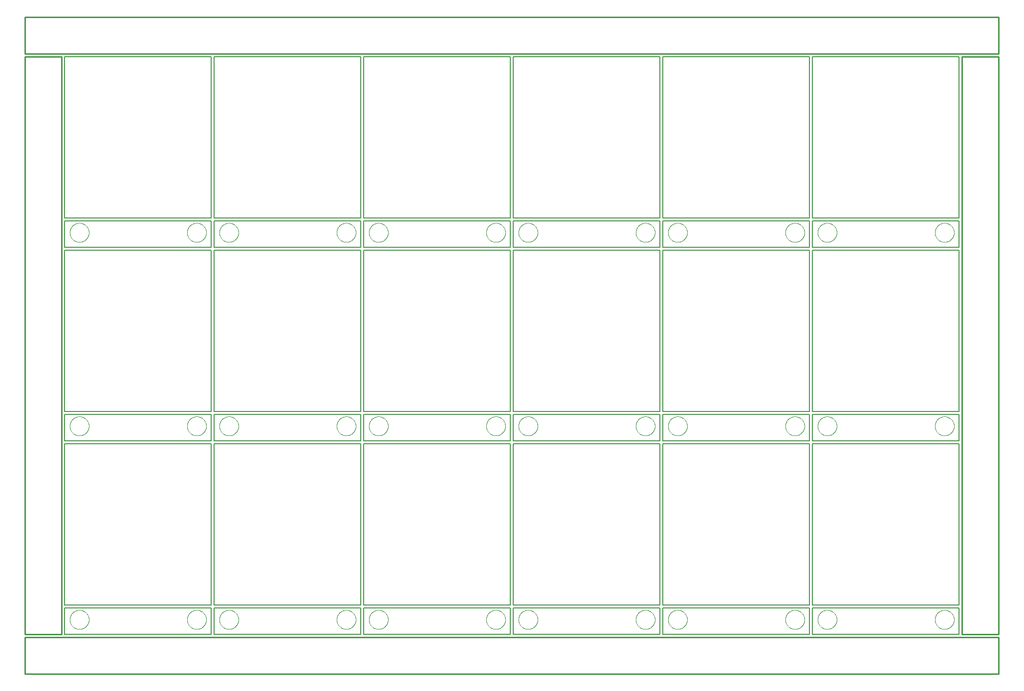
<source format=gko>
G75*
%MOIN*%
%OFA0B0*%
%FSLAX25Y25*%
%IPPOS*%
%LPD*%
%AMOC8*
5,1,8,0,0,1.08239X$1,22.5*
%
%ADD10C,0.00800*%
%ADD11C,0.01000*%
%ADD12C,0.00000*%
D10*
X0028750Y0028750D02*
X0028750Y0046750D01*
X0128750Y0046750D01*
X0128750Y0028750D01*
X0028750Y0028750D01*
X0028750Y0048750D02*
X0028750Y0158750D01*
X0128750Y0158750D01*
X0128750Y0048750D01*
X0028750Y0048750D01*
X0130750Y0048750D02*
X0130750Y0158750D01*
X0230750Y0158750D01*
X0230750Y0048750D01*
X0130750Y0048750D01*
X0130750Y0046750D02*
X0130750Y0028750D01*
X0230750Y0028750D01*
X0230750Y0046750D01*
X0130750Y0046750D01*
X0232750Y0046750D02*
X0232750Y0028750D01*
X0332750Y0028750D01*
X0332750Y0046750D01*
X0232750Y0046750D01*
X0232750Y0048750D02*
X0232750Y0158750D01*
X0332750Y0158750D01*
X0332750Y0048750D01*
X0232750Y0048750D01*
X0334750Y0048750D02*
X0334750Y0158750D01*
X0434750Y0158750D01*
X0434750Y0048750D01*
X0334750Y0048750D01*
X0334750Y0046750D02*
X0334750Y0028750D01*
X0434750Y0028750D01*
X0434750Y0046750D01*
X0334750Y0046750D01*
X0436750Y0046750D02*
X0436750Y0028750D01*
X0536750Y0028750D01*
X0536750Y0046750D01*
X0436750Y0046750D01*
X0436750Y0048750D02*
X0436750Y0158750D01*
X0536750Y0158750D01*
X0536750Y0048750D01*
X0436750Y0048750D01*
X0538750Y0048750D02*
X0538750Y0158750D01*
X0638750Y0158750D01*
X0638750Y0048750D01*
X0538750Y0048750D01*
X0538750Y0046750D02*
X0538750Y0028750D01*
X0638750Y0028750D01*
X0638750Y0046750D01*
X0538750Y0046750D01*
X0538750Y0160750D02*
X0538750Y0178750D01*
X0638750Y0178750D01*
X0638750Y0160750D01*
X0538750Y0160750D01*
X0536750Y0160750D02*
X0436750Y0160750D01*
X0436750Y0178750D01*
X0536750Y0178750D01*
X0536750Y0160750D01*
X0536750Y0180750D02*
X0536750Y0290750D01*
X0436750Y0290750D01*
X0436750Y0180750D01*
X0536750Y0180750D01*
X0538750Y0180750D02*
X0538750Y0290750D01*
X0638750Y0290750D01*
X0638750Y0180750D01*
X0538750Y0180750D01*
X0434750Y0180750D02*
X0434750Y0290750D01*
X0334750Y0290750D01*
X0334750Y0180750D01*
X0434750Y0180750D01*
X0434750Y0178750D02*
X0434750Y0160750D01*
X0334750Y0160750D01*
X0334750Y0178750D01*
X0434750Y0178750D01*
X0332750Y0178750D02*
X0332750Y0160750D01*
X0232750Y0160750D01*
X0232750Y0178750D01*
X0332750Y0178750D01*
X0332750Y0180750D02*
X0332750Y0290750D01*
X0232750Y0290750D01*
X0232750Y0180750D01*
X0332750Y0180750D01*
X0230750Y0180750D02*
X0230750Y0290750D01*
X0130750Y0290750D01*
X0130750Y0180750D01*
X0230750Y0180750D01*
X0230750Y0178750D02*
X0230750Y0160750D01*
X0130750Y0160750D01*
X0130750Y0178750D01*
X0230750Y0178750D01*
X0128750Y0178750D02*
X0128750Y0160750D01*
X0028750Y0160750D01*
X0028750Y0178750D01*
X0128750Y0178750D01*
X0128750Y0180750D02*
X0128750Y0290750D01*
X0028750Y0290750D01*
X0028750Y0180750D01*
X0128750Y0180750D01*
X0128750Y0292750D02*
X0028750Y0292750D01*
X0028750Y0310750D01*
X0128750Y0310750D01*
X0128750Y0292750D01*
X0130750Y0292750D02*
X0130750Y0310750D01*
X0230750Y0310750D01*
X0230750Y0292750D01*
X0130750Y0292750D01*
X0130750Y0312750D02*
X0130750Y0422750D01*
X0230750Y0422750D01*
X0230750Y0312750D01*
X0130750Y0312750D01*
X0128750Y0312750D02*
X0128750Y0422750D01*
X0028750Y0422750D01*
X0028750Y0312750D01*
X0128750Y0312750D01*
X0232750Y0312750D02*
X0232750Y0422750D01*
X0332750Y0422750D01*
X0332750Y0312750D01*
X0232750Y0312750D01*
X0232750Y0310750D02*
X0232750Y0292750D01*
X0332750Y0292750D01*
X0332750Y0310750D01*
X0232750Y0310750D01*
X0334750Y0310750D02*
X0334750Y0292750D01*
X0434750Y0292750D01*
X0434750Y0310750D01*
X0334750Y0310750D01*
X0334750Y0312750D02*
X0334750Y0422750D01*
X0434750Y0422750D01*
X0434750Y0312750D01*
X0334750Y0312750D01*
X0436750Y0312750D02*
X0436750Y0422750D01*
X0536750Y0422750D01*
X0536750Y0312750D01*
X0436750Y0312750D01*
X0436750Y0310750D02*
X0436750Y0292750D01*
X0536750Y0292750D01*
X0536750Y0310750D01*
X0436750Y0310750D01*
X0538750Y0310750D02*
X0538750Y0292750D01*
X0638750Y0292750D01*
X0638750Y0310750D01*
X0538750Y0310750D01*
X0538750Y0312750D02*
X0538750Y0422750D01*
X0638750Y0422750D01*
X0638750Y0312750D01*
X0538750Y0312750D01*
D11*
X0001750Y0026750D02*
X0001750Y0001750D01*
X0665750Y0001750D01*
X0665750Y0026750D01*
X0001750Y0026750D01*
X0001750Y0028750D02*
X0001750Y0422750D01*
X0026750Y0422750D01*
X0026750Y0028750D01*
X0001750Y0028750D01*
X0001750Y0424750D02*
X0001750Y0449750D01*
X0665750Y0449750D01*
X0665750Y0424750D01*
X0001750Y0424750D01*
X0640750Y0422750D02*
X0640750Y0028750D01*
X0665750Y0028750D01*
X0665750Y0422750D01*
X0640750Y0422750D01*
D12*
X0622250Y0302750D02*
X0622252Y0302911D01*
X0622258Y0303071D01*
X0622268Y0303232D01*
X0622282Y0303392D01*
X0622300Y0303552D01*
X0622321Y0303711D01*
X0622347Y0303870D01*
X0622377Y0304028D01*
X0622410Y0304185D01*
X0622448Y0304342D01*
X0622489Y0304497D01*
X0622534Y0304651D01*
X0622583Y0304804D01*
X0622636Y0304956D01*
X0622692Y0305107D01*
X0622753Y0305256D01*
X0622816Y0305404D01*
X0622884Y0305550D01*
X0622955Y0305694D01*
X0623029Y0305836D01*
X0623107Y0305977D01*
X0623189Y0306115D01*
X0623274Y0306252D01*
X0623362Y0306386D01*
X0623454Y0306518D01*
X0623549Y0306648D01*
X0623647Y0306776D01*
X0623748Y0306901D01*
X0623852Y0307023D01*
X0623959Y0307143D01*
X0624069Y0307260D01*
X0624182Y0307375D01*
X0624298Y0307486D01*
X0624417Y0307595D01*
X0624538Y0307700D01*
X0624662Y0307803D01*
X0624788Y0307903D01*
X0624916Y0307999D01*
X0625047Y0308092D01*
X0625181Y0308182D01*
X0625316Y0308269D01*
X0625454Y0308352D01*
X0625593Y0308432D01*
X0625735Y0308508D01*
X0625878Y0308581D01*
X0626023Y0308650D01*
X0626170Y0308716D01*
X0626318Y0308778D01*
X0626468Y0308836D01*
X0626619Y0308891D01*
X0626772Y0308942D01*
X0626926Y0308989D01*
X0627081Y0309032D01*
X0627237Y0309071D01*
X0627393Y0309107D01*
X0627551Y0309138D01*
X0627709Y0309166D01*
X0627868Y0309190D01*
X0628028Y0309210D01*
X0628188Y0309226D01*
X0628348Y0309238D01*
X0628509Y0309246D01*
X0628670Y0309250D01*
X0628830Y0309250D01*
X0628991Y0309246D01*
X0629152Y0309238D01*
X0629312Y0309226D01*
X0629472Y0309210D01*
X0629632Y0309190D01*
X0629791Y0309166D01*
X0629949Y0309138D01*
X0630107Y0309107D01*
X0630263Y0309071D01*
X0630419Y0309032D01*
X0630574Y0308989D01*
X0630728Y0308942D01*
X0630881Y0308891D01*
X0631032Y0308836D01*
X0631182Y0308778D01*
X0631330Y0308716D01*
X0631477Y0308650D01*
X0631622Y0308581D01*
X0631765Y0308508D01*
X0631907Y0308432D01*
X0632046Y0308352D01*
X0632184Y0308269D01*
X0632319Y0308182D01*
X0632453Y0308092D01*
X0632584Y0307999D01*
X0632712Y0307903D01*
X0632838Y0307803D01*
X0632962Y0307700D01*
X0633083Y0307595D01*
X0633202Y0307486D01*
X0633318Y0307375D01*
X0633431Y0307260D01*
X0633541Y0307143D01*
X0633648Y0307023D01*
X0633752Y0306901D01*
X0633853Y0306776D01*
X0633951Y0306648D01*
X0634046Y0306518D01*
X0634138Y0306386D01*
X0634226Y0306252D01*
X0634311Y0306115D01*
X0634393Y0305977D01*
X0634471Y0305836D01*
X0634545Y0305694D01*
X0634616Y0305550D01*
X0634684Y0305404D01*
X0634747Y0305256D01*
X0634808Y0305107D01*
X0634864Y0304956D01*
X0634917Y0304804D01*
X0634966Y0304651D01*
X0635011Y0304497D01*
X0635052Y0304342D01*
X0635090Y0304185D01*
X0635123Y0304028D01*
X0635153Y0303870D01*
X0635179Y0303711D01*
X0635200Y0303552D01*
X0635218Y0303392D01*
X0635232Y0303232D01*
X0635242Y0303071D01*
X0635248Y0302911D01*
X0635250Y0302750D01*
X0635248Y0302589D01*
X0635242Y0302429D01*
X0635232Y0302268D01*
X0635218Y0302108D01*
X0635200Y0301948D01*
X0635179Y0301789D01*
X0635153Y0301630D01*
X0635123Y0301472D01*
X0635090Y0301315D01*
X0635052Y0301158D01*
X0635011Y0301003D01*
X0634966Y0300849D01*
X0634917Y0300696D01*
X0634864Y0300544D01*
X0634808Y0300393D01*
X0634747Y0300244D01*
X0634684Y0300096D01*
X0634616Y0299950D01*
X0634545Y0299806D01*
X0634471Y0299664D01*
X0634393Y0299523D01*
X0634311Y0299385D01*
X0634226Y0299248D01*
X0634138Y0299114D01*
X0634046Y0298982D01*
X0633951Y0298852D01*
X0633853Y0298724D01*
X0633752Y0298599D01*
X0633648Y0298477D01*
X0633541Y0298357D01*
X0633431Y0298240D01*
X0633318Y0298125D01*
X0633202Y0298014D01*
X0633083Y0297905D01*
X0632962Y0297800D01*
X0632838Y0297697D01*
X0632712Y0297597D01*
X0632584Y0297501D01*
X0632453Y0297408D01*
X0632319Y0297318D01*
X0632184Y0297231D01*
X0632046Y0297148D01*
X0631907Y0297068D01*
X0631765Y0296992D01*
X0631622Y0296919D01*
X0631477Y0296850D01*
X0631330Y0296784D01*
X0631182Y0296722D01*
X0631032Y0296664D01*
X0630881Y0296609D01*
X0630728Y0296558D01*
X0630574Y0296511D01*
X0630419Y0296468D01*
X0630263Y0296429D01*
X0630107Y0296393D01*
X0629949Y0296362D01*
X0629791Y0296334D01*
X0629632Y0296310D01*
X0629472Y0296290D01*
X0629312Y0296274D01*
X0629152Y0296262D01*
X0628991Y0296254D01*
X0628830Y0296250D01*
X0628670Y0296250D01*
X0628509Y0296254D01*
X0628348Y0296262D01*
X0628188Y0296274D01*
X0628028Y0296290D01*
X0627868Y0296310D01*
X0627709Y0296334D01*
X0627551Y0296362D01*
X0627393Y0296393D01*
X0627237Y0296429D01*
X0627081Y0296468D01*
X0626926Y0296511D01*
X0626772Y0296558D01*
X0626619Y0296609D01*
X0626468Y0296664D01*
X0626318Y0296722D01*
X0626170Y0296784D01*
X0626023Y0296850D01*
X0625878Y0296919D01*
X0625735Y0296992D01*
X0625593Y0297068D01*
X0625454Y0297148D01*
X0625316Y0297231D01*
X0625181Y0297318D01*
X0625047Y0297408D01*
X0624916Y0297501D01*
X0624788Y0297597D01*
X0624662Y0297697D01*
X0624538Y0297800D01*
X0624417Y0297905D01*
X0624298Y0298014D01*
X0624182Y0298125D01*
X0624069Y0298240D01*
X0623959Y0298357D01*
X0623852Y0298477D01*
X0623748Y0298599D01*
X0623647Y0298724D01*
X0623549Y0298852D01*
X0623454Y0298982D01*
X0623362Y0299114D01*
X0623274Y0299248D01*
X0623189Y0299385D01*
X0623107Y0299523D01*
X0623029Y0299664D01*
X0622955Y0299806D01*
X0622884Y0299950D01*
X0622816Y0300096D01*
X0622753Y0300244D01*
X0622692Y0300393D01*
X0622636Y0300544D01*
X0622583Y0300696D01*
X0622534Y0300849D01*
X0622489Y0301003D01*
X0622448Y0301158D01*
X0622410Y0301315D01*
X0622377Y0301472D01*
X0622347Y0301630D01*
X0622321Y0301789D01*
X0622300Y0301948D01*
X0622282Y0302108D01*
X0622268Y0302268D01*
X0622258Y0302429D01*
X0622252Y0302589D01*
X0622250Y0302750D01*
X0542250Y0302750D02*
X0542252Y0302911D01*
X0542258Y0303071D01*
X0542268Y0303232D01*
X0542282Y0303392D01*
X0542300Y0303552D01*
X0542321Y0303711D01*
X0542347Y0303870D01*
X0542377Y0304028D01*
X0542410Y0304185D01*
X0542448Y0304342D01*
X0542489Y0304497D01*
X0542534Y0304651D01*
X0542583Y0304804D01*
X0542636Y0304956D01*
X0542692Y0305107D01*
X0542753Y0305256D01*
X0542816Y0305404D01*
X0542884Y0305550D01*
X0542955Y0305694D01*
X0543029Y0305836D01*
X0543107Y0305977D01*
X0543189Y0306115D01*
X0543274Y0306252D01*
X0543362Y0306386D01*
X0543454Y0306518D01*
X0543549Y0306648D01*
X0543647Y0306776D01*
X0543748Y0306901D01*
X0543852Y0307023D01*
X0543959Y0307143D01*
X0544069Y0307260D01*
X0544182Y0307375D01*
X0544298Y0307486D01*
X0544417Y0307595D01*
X0544538Y0307700D01*
X0544662Y0307803D01*
X0544788Y0307903D01*
X0544916Y0307999D01*
X0545047Y0308092D01*
X0545181Y0308182D01*
X0545316Y0308269D01*
X0545454Y0308352D01*
X0545593Y0308432D01*
X0545735Y0308508D01*
X0545878Y0308581D01*
X0546023Y0308650D01*
X0546170Y0308716D01*
X0546318Y0308778D01*
X0546468Y0308836D01*
X0546619Y0308891D01*
X0546772Y0308942D01*
X0546926Y0308989D01*
X0547081Y0309032D01*
X0547237Y0309071D01*
X0547393Y0309107D01*
X0547551Y0309138D01*
X0547709Y0309166D01*
X0547868Y0309190D01*
X0548028Y0309210D01*
X0548188Y0309226D01*
X0548348Y0309238D01*
X0548509Y0309246D01*
X0548670Y0309250D01*
X0548830Y0309250D01*
X0548991Y0309246D01*
X0549152Y0309238D01*
X0549312Y0309226D01*
X0549472Y0309210D01*
X0549632Y0309190D01*
X0549791Y0309166D01*
X0549949Y0309138D01*
X0550107Y0309107D01*
X0550263Y0309071D01*
X0550419Y0309032D01*
X0550574Y0308989D01*
X0550728Y0308942D01*
X0550881Y0308891D01*
X0551032Y0308836D01*
X0551182Y0308778D01*
X0551330Y0308716D01*
X0551477Y0308650D01*
X0551622Y0308581D01*
X0551765Y0308508D01*
X0551907Y0308432D01*
X0552046Y0308352D01*
X0552184Y0308269D01*
X0552319Y0308182D01*
X0552453Y0308092D01*
X0552584Y0307999D01*
X0552712Y0307903D01*
X0552838Y0307803D01*
X0552962Y0307700D01*
X0553083Y0307595D01*
X0553202Y0307486D01*
X0553318Y0307375D01*
X0553431Y0307260D01*
X0553541Y0307143D01*
X0553648Y0307023D01*
X0553752Y0306901D01*
X0553853Y0306776D01*
X0553951Y0306648D01*
X0554046Y0306518D01*
X0554138Y0306386D01*
X0554226Y0306252D01*
X0554311Y0306115D01*
X0554393Y0305977D01*
X0554471Y0305836D01*
X0554545Y0305694D01*
X0554616Y0305550D01*
X0554684Y0305404D01*
X0554747Y0305256D01*
X0554808Y0305107D01*
X0554864Y0304956D01*
X0554917Y0304804D01*
X0554966Y0304651D01*
X0555011Y0304497D01*
X0555052Y0304342D01*
X0555090Y0304185D01*
X0555123Y0304028D01*
X0555153Y0303870D01*
X0555179Y0303711D01*
X0555200Y0303552D01*
X0555218Y0303392D01*
X0555232Y0303232D01*
X0555242Y0303071D01*
X0555248Y0302911D01*
X0555250Y0302750D01*
X0555248Y0302589D01*
X0555242Y0302429D01*
X0555232Y0302268D01*
X0555218Y0302108D01*
X0555200Y0301948D01*
X0555179Y0301789D01*
X0555153Y0301630D01*
X0555123Y0301472D01*
X0555090Y0301315D01*
X0555052Y0301158D01*
X0555011Y0301003D01*
X0554966Y0300849D01*
X0554917Y0300696D01*
X0554864Y0300544D01*
X0554808Y0300393D01*
X0554747Y0300244D01*
X0554684Y0300096D01*
X0554616Y0299950D01*
X0554545Y0299806D01*
X0554471Y0299664D01*
X0554393Y0299523D01*
X0554311Y0299385D01*
X0554226Y0299248D01*
X0554138Y0299114D01*
X0554046Y0298982D01*
X0553951Y0298852D01*
X0553853Y0298724D01*
X0553752Y0298599D01*
X0553648Y0298477D01*
X0553541Y0298357D01*
X0553431Y0298240D01*
X0553318Y0298125D01*
X0553202Y0298014D01*
X0553083Y0297905D01*
X0552962Y0297800D01*
X0552838Y0297697D01*
X0552712Y0297597D01*
X0552584Y0297501D01*
X0552453Y0297408D01*
X0552319Y0297318D01*
X0552184Y0297231D01*
X0552046Y0297148D01*
X0551907Y0297068D01*
X0551765Y0296992D01*
X0551622Y0296919D01*
X0551477Y0296850D01*
X0551330Y0296784D01*
X0551182Y0296722D01*
X0551032Y0296664D01*
X0550881Y0296609D01*
X0550728Y0296558D01*
X0550574Y0296511D01*
X0550419Y0296468D01*
X0550263Y0296429D01*
X0550107Y0296393D01*
X0549949Y0296362D01*
X0549791Y0296334D01*
X0549632Y0296310D01*
X0549472Y0296290D01*
X0549312Y0296274D01*
X0549152Y0296262D01*
X0548991Y0296254D01*
X0548830Y0296250D01*
X0548670Y0296250D01*
X0548509Y0296254D01*
X0548348Y0296262D01*
X0548188Y0296274D01*
X0548028Y0296290D01*
X0547868Y0296310D01*
X0547709Y0296334D01*
X0547551Y0296362D01*
X0547393Y0296393D01*
X0547237Y0296429D01*
X0547081Y0296468D01*
X0546926Y0296511D01*
X0546772Y0296558D01*
X0546619Y0296609D01*
X0546468Y0296664D01*
X0546318Y0296722D01*
X0546170Y0296784D01*
X0546023Y0296850D01*
X0545878Y0296919D01*
X0545735Y0296992D01*
X0545593Y0297068D01*
X0545454Y0297148D01*
X0545316Y0297231D01*
X0545181Y0297318D01*
X0545047Y0297408D01*
X0544916Y0297501D01*
X0544788Y0297597D01*
X0544662Y0297697D01*
X0544538Y0297800D01*
X0544417Y0297905D01*
X0544298Y0298014D01*
X0544182Y0298125D01*
X0544069Y0298240D01*
X0543959Y0298357D01*
X0543852Y0298477D01*
X0543748Y0298599D01*
X0543647Y0298724D01*
X0543549Y0298852D01*
X0543454Y0298982D01*
X0543362Y0299114D01*
X0543274Y0299248D01*
X0543189Y0299385D01*
X0543107Y0299523D01*
X0543029Y0299664D01*
X0542955Y0299806D01*
X0542884Y0299950D01*
X0542816Y0300096D01*
X0542753Y0300244D01*
X0542692Y0300393D01*
X0542636Y0300544D01*
X0542583Y0300696D01*
X0542534Y0300849D01*
X0542489Y0301003D01*
X0542448Y0301158D01*
X0542410Y0301315D01*
X0542377Y0301472D01*
X0542347Y0301630D01*
X0542321Y0301789D01*
X0542300Y0301948D01*
X0542282Y0302108D01*
X0542268Y0302268D01*
X0542258Y0302429D01*
X0542252Y0302589D01*
X0542250Y0302750D01*
X0520250Y0302750D02*
X0520252Y0302911D01*
X0520258Y0303071D01*
X0520268Y0303232D01*
X0520282Y0303392D01*
X0520300Y0303552D01*
X0520321Y0303711D01*
X0520347Y0303870D01*
X0520377Y0304028D01*
X0520410Y0304185D01*
X0520448Y0304342D01*
X0520489Y0304497D01*
X0520534Y0304651D01*
X0520583Y0304804D01*
X0520636Y0304956D01*
X0520692Y0305107D01*
X0520753Y0305256D01*
X0520816Y0305404D01*
X0520884Y0305550D01*
X0520955Y0305694D01*
X0521029Y0305836D01*
X0521107Y0305977D01*
X0521189Y0306115D01*
X0521274Y0306252D01*
X0521362Y0306386D01*
X0521454Y0306518D01*
X0521549Y0306648D01*
X0521647Y0306776D01*
X0521748Y0306901D01*
X0521852Y0307023D01*
X0521959Y0307143D01*
X0522069Y0307260D01*
X0522182Y0307375D01*
X0522298Y0307486D01*
X0522417Y0307595D01*
X0522538Y0307700D01*
X0522662Y0307803D01*
X0522788Y0307903D01*
X0522916Y0307999D01*
X0523047Y0308092D01*
X0523181Y0308182D01*
X0523316Y0308269D01*
X0523454Y0308352D01*
X0523593Y0308432D01*
X0523735Y0308508D01*
X0523878Y0308581D01*
X0524023Y0308650D01*
X0524170Y0308716D01*
X0524318Y0308778D01*
X0524468Y0308836D01*
X0524619Y0308891D01*
X0524772Y0308942D01*
X0524926Y0308989D01*
X0525081Y0309032D01*
X0525237Y0309071D01*
X0525393Y0309107D01*
X0525551Y0309138D01*
X0525709Y0309166D01*
X0525868Y0309190D01*
X0526028Y0309210D01*
X0526188Y0309226D01*
X0526348Y0309238D01*
X0526509Y0309246D01*
X0526670Y0309250D01*
X0526830Y0309250D01*
X0526991Y0309246D01*
X0527152Y0309238D01*
X0527312Y0309226D01*
X0527472Y0309210D01*
X0527632Y0309190D01*
X0527791Y0309166D01*
X0527949Y0309138D01*
X0528107Y0309107D01*
X0528263Y0309071D01*
X0528419Y0309032D01*
X0528574Y0308989D01*
X0528728Y0308942D01*
X0528881Y0308891D01*
X0529032Y0308836D01*
X0529182Y0308778D01*
X0529330Y0308716D01*
X0529477Y0308650D01*
X0529622Y0308581D01*
X0529765Y0308508D01*
X0529907Y0308432D01*
X0530046Y0308352D01*
X0530184Y0308269D01*
X0530319Y0308182D01*
X0530453Y0308092D01*
X0530584Y0307999D01*
X0530712Y0307903D01*
X0530838Y0307803D01*
X0530962Y0307700D01*
X0531083Y0307595D01*
X0531202Y0307486D01*
X0531318Y0307375D01*
X0531431Y0307260D01*
X0531541Y0307143D01*
X0531648Y0307023D01*
X0531752Y0306901D01*
X0531853Y0306776D01*
X0531951Y0306648D01*
X0532046Y0306518D01*
X0532138Y0306386D01*
X0532226Y0306252D01*
X0532311Y0306115D01*
X0532393Y0305977D01*
X0532471Y0305836D01*
X0532545Y0305694D01*
X0532616Y0305550D01*
X0532684Y0305404D01*
X0532747Y0305256D01*
X0532808Y0305107D01*
X0532864Y0304956D01*
X0532917Y0304804D01*
X0532966Y0304651D01*
X0533011Y0304497D01*
X0533052Y0304342D01*
X0533090Y0304185D01*
X0533123Y0304028D01*
X0533153Y0303870D01*
X0533179Y0303711D01*
X0533200Y0303552D01*
X0533218Y0303392D01*
X0533232Y0303232D01*
X0533242Y0303071D01*
X0533248Y0302911D01*
X0533250Y0302750D01*
X0533248Y0302589D01*
X0533242Y0302429D01*
X0533232Y0302268D01*
X0533218Y0302108D01*
X0533200Y0301948D01*
X0533179Y0301789D01*
X0533153Y0301630D01*
X0533123Y0301472D01*
X0533090Y0301315D01*
X0533052Y0301158D01*
X0533011Y0301003D01*
X0532966Y0300849D01*
X0532917Y0300696D01*
X0532864Y0300544D01*
X0532808Y0300393D01*
X0532747Y0300244D01*
X0532684Y0300096D01*
X0532616Y0299950D01*
X0532545Y0299806D01*
X0532471Y0299664D01*
X0532393Y0299523D01*
X0532311Y0299385D01*
X0532226Y0299248D01*
X0532138Y0299114D01*
X0532046Y0298982D01*
X0531951Y0298852D01*
X0531853Y0298724D01*
X0531752Y0298599D01*
X0531648Y0298477D01*
X0531541Y0298357D01*
X0531431Y0298240D01*
X0531318Y0298125D01*
X0531202Y0298014D01*
X0531083Y0297905D01*
X0530962Y0297800D01*
X0530838Y0297697D01*
X0530712Y0297597D01*
X0530584Y0297501D01*
X0530453Y0297408D01*
X0530319Y0297318D01*
X0530184Y0297231D01*
X0530046Y0297148D01*
X0529907Y0297068D01*
X0529765Y0296992D01*
X0529622Y0296919D01*
X0529477Y0296850D01*
X0529330Y0296784D01*
X0529182Y0296722D01*
X0529032Y0296664D01*
X0528881Y0296609D01*
X0528728Y0296558D01*
X0528574Y0296511D01*
X0528419Y0296468D01*
X0528263Y0296429D01*
X0528107Y0296393D01*
X0527949Y0296362D01*
X0527791Y0296334D01*
X0527632Y0296310D01*
X0527472Y0296290D01*
X0527312Y0296274D01*
X0527152Y0296262D01*
X0526991Y0296254D01*
X0526830Y0296250D01*
X0526670Y0296250D01*
X0526509Y0296254D01*
X0526348Y0296262D01*
X0526188Y0296274D01*
X0526028Y0296290D01*
X0525868Y0296310D01*
X0525709Y0296334D01*
X0525551Y0296362D01*
X0525393Y0296393D01*
X0525237Y0296429D01*
X0525081Y0296468D01*
X0524926Y0296511D01*
X0524772Y0296558D01*
X0524619Y0296609D01*
X0524468Y0296664D01*
X0524318Y0296722D01*
X0524170Y0296784D01*
X0524023Y0296850D01*
X0523878Y0296919D01*
X0523735Y0296992D01*
X0523593Y0297068D01*
X0523454Y0297148D01*
X0523316Y0297231D01*
X0523181Y0297318D01*
X0523047Y0297408D01*
X0522916Y0297501D01*
X0522788Y0297597D01*
X0522662Y0297697D01*
X0522538Y0297800D01*
X0522417Y0297905D01*
X0522298Y0298014D01*
X0522182Y0298125D01*
X0522069Y0298240D01*
X0521959Y0298357D01*
X0521852Y0298477D01*
X0521748Y0298599D01*
X0521647Y0298724D01*
X0521549Y0298852D01*
X0521454Y0298982D01*
X0521362Y0299114D01*
X0521274Y0299248D01*
X0521189Y0299385D01*
X0521107Y0299523D01*
X0521029Y0299664D01*
X0520955Y0299806D01*
X0520884Y0299950D01*
X0520816Y0300096D01*
X0520753Y0300244D01*
X0520692Y0300393D01*
X0520636Y0300544D01*
X0520583Y0300696D01*
X0520534Y0300849D01*
X0520489Y0301003D01*
X0520448Y0301158D01*
X0520410Y0301315D01*
X0520377Y0301472D01*
X0520347Y0301630D01*
X0520321Y0301789D01*
X0520300Y0301948D01*
X0520282Y0302108D01*
X0520268Y0302268D01*
X0520258Y0302429D01*
X0520252Y0302589D01*
X0520250Y0302750D01*
X0440250Y0302750D02*
X0440252Y0302911D01*
X0440258Y0303071D01*
X0440268Y0303232D01*
X0440282Y0303392D01*
X0440300Y0303552D01*
X0440321Y0303711D01*
X0440347Y0303870D01*
X0440377Y0304028D01*
X0440410Y0304185D01*
X0440448Y0304342D01*
X0440489Y0304497D01*
X0440534Y0304651D01*
X0440583Y0304804D01*
X0440636Y0304956D01*
X0440692Y0305107D01*
X0440753Y0305256D01*
X0440816Y0305404D01*
X0440884Y0305550D01*
X0440955Y0305694D01*
X0441029Y0305836D01*
X0441107Y0305977D01*
X0441189Y0306115D01*
X0441274Y0306252D01*
X0441362Y0306386D01*
X0441454Y0306518D01*
X0441549Y0306648D01*
X0441647Y0306776D01*
X0441748Y0306901D01*
X0441852Y0307023D01*
X0441959Y0307143D01*
X0442069Y0307260D01*
X0442182Y0307375D01*
X0442298Y0307486D01*
X0442417Y0307595D01*
X0442538Y0307700D01*
X0442662Y0307803D01*
X0442788Y0307903D01*
X0442916Y0307999D01*
X0443047Y0308092D01*
X0443181Y0308182D01*
X0443316Y0308269D01*
X0443454Y0308352D01*
X0443593Y0308432D01*
X0443735Y0308508D01*
X0443878Y0308581D01*
X0444023Y0308650D01*
X0444170Y0308716D01*
X0444318Y0308778D01*
X0444468Y0308836D01*
X0444619Y0308891D01*
X0444772Y0308942D01*
X0444926Y0308989D01*
X0445081Y0309032D01*
X0445237Y0309071D01*
X0445393Y0309107D01*
X0445551Y0309138D01*
X0445709Y0309166D01*
X0445868Y0309190D01*
X0446028Y0309210D01*
X0446188Y0309226D01*
X0446348Y0309238D01*
X0446509Y0309246D01*
X0446670Y0309250D01*
X0446830Y0309250D01*
X0446991Y0309246D01*
X0447152Y0309238D01*
X0447312Y0309226D01*
X0447472Y0309210D01*
X0447632Y0309190D01*
X0447791Y0309166D01*
X0447949Y0309138D01*
X0448107Y0309107D01*
X0448263Y0309071D01*
X0448419Y0309032D01*
X0448574Y0308989D01*
X0448728Y0308942D01*
X0448881Y0308891D01*
X0449032Y0308836D01*
X0449182Y0308778D01*
X0449330Y0308716D01*
X0449477Y0308650D01*
X0449622Y0308581D01*
X0449765Y0308508D01*
X0449907Y0308432D01*
X0450046Y0308352D01*
X0450184Y0308269D01*
X0450319Y0308182D01*
X0450453Y0308092D01*
X0450584Y0307999D01*
X0450712Y0307903D01*
X0450838Y0307803D01*
X0450962Y0307700D01*
X0451083Y0307595D01*
X0451202Y0307486D01*
X0451318Y0307375D01*
X0451431Y0307260D01*
X0451541Y0307143D01*
X0451648Y0307023D01*
X0451752Y0306901D01*
X0451853Y0306776D01*
X0451951Y0306648D01*
X0452046Y0306518D01*
X0452138Y0306386D01*
X0452226Y0306252D01*
X0452311Y0306115D01*
X0452393Y0305977D01*
X0452471Y0305836D01*
X0452545Y0305694D01*
X0452616Y0305550D01*
X0452684Y0305404D01*
X0452747Y0305256D01*
X0452808Y0305107D01*
X0452864Y0304956D01*
X0452917Y0304804D01*
X0452966Y0304651D01*
X0453011Y0304497D01*
X0453052Y0304342D01*
X0453090Y0304185D01*
X0453123Y0304028D01*
X0453153Y0303870D01*
X0453179Y0303711D01*
X0453200Y0303552D01*
X0453218Y0303392D01*
X0453232Y0303232D01*
X0453242Y0303071D01*
X0453248Y0302911D01*
X0453250Y0302750D01*
X0453248Y0302589D01*
X0453242Y0302429D01*
X0453232Y0302268D01*
X0453218Y0302108D01*
X0453200Y0301948D01*
X0453179Y0301789D01*
X0453153Y0301630D01*
X0453123Y0301472D01*
X0453090Y0301315D01*
X0453052Y0301158D01*
X0453011Y0301003D01*
X0452966Y0300849D01*
X0452917Y0300696D01*
X0452864Y0300544D01*
X0452808Y0300393D01*
X0452747Y0300244D01*
X0452684Y0300096D01*
X0452616Y0299950D01*
X0452545Y0299806D01*
X0452471Y0299664D01*
X0452393Y0299523D01*
X0452311Y0299385D01*
X0452226Y0299248D01*
X0452138Y0299114D01*
X0452046Y0298982D01*
X0451951Y0298852D01*
X0451853Y0298724D01*
X0451752Y0298599D01*
X0451648Y0298477D01*
X0451541Y0298357D01*
X0451431Y0298240D01*
X0451318Y0298125D01*
X0451202Y0298014D01*
X0451083Y0297905D01*
X0450962Y0297800D01*
X0450838Y0297697D01*
X0450712Y0297597D01*
X0450584Y0297501D01*
X0450453Y0297408D01*
X0450319Y0297318D01*
X0450184Y0297231D01*
X0450046Y0297148D01*
X0449907Y0297068D01*
X0449765Y0296992D01*
X0449622Y0296919D01*
X0449477Y0296850D01*
X0449330Y0296784D01*
X0449182Y0296722D01*
X0449032Y0296664D01*
X0448881Y0296609D01*
X0448728Y0296558D01*
X0448574Y0296511D01*
X0448419Y0296468D01*
X0448263Y0296429D01*
X0448107Y0296393D01*
X0447949Y0296362D01*
X0447791Y0296334D01*
X0447632Y0296310D01*
X0447472Y0296290D01*
X0447312Y0296274D01*
X0447152Y0296262D01*
X0446991Y0296254D01*
X0446830Y0296250D01*
X0446670Y0296250D01*
X0446509Y0296254D01*
X0446348Y0296262D01*
X0446188Y0296274D01*
X0446028Y0296290D01*
X0445868Y0296310D01*
X0445709Y0296334D01*
X0445551Y0296362D01*
X0445393Y0296393D01*
X0445237Y0296429D01*
X0445081Y0296468D01*
X0444926Y0296511D01*
X0444772Y0296558D01*
X0444619Y0296609D01*
X0444468Y0296664D01*
X0444318Y0296722D01*
X0444170Y0296784D01*
X0444023Y0296850D01*
X0443878Y0296919D01*
X0443735Y0296992D01*
X0443593Y0297068D01*
X0443454Y0297148D01*
X0443316Y0297231D01*
X0443181Y0297318D01*
X0443047Y0297408D01*
X0442916Y0297501D01*
X0442788Y0297597D01*
X0442662Y0297697D01*
X0442538Y0297800D01*
X0442417Y0297905D01*
X0442298Y0298014D01*
X0442182Y0298125D01*
X0442069Y0298240D01*
X0441959Y0298357D01*
X0441852Y0298477D01*
X0441748Y0298599D01*
X0441647Y0298724D01*
X0441549Y0298852D01*
X0441454Y0298982D01*
X0441362Y0299114D01*
X0441274Y0299248D01*
X0441189Y0299385D01*
X0441107Y0299523D01*
X0441029Y0299664D01*
X0440955Y0299806D01*
X0440884Y0299950D01*
X0440816Y0300096D01*
X0440753Y0300244D01*
X0440692Y0300393D01*
X0440636Y0300544D01*
X0440583Y0300696D01*
X0440534Y0300849D01*
X0440489Y0301003D01*
X0440448Y0301158D01*
X0440410Y0301315D01*
X0440377Y0301472D01*
X0440347Y0301630D01*
X0440321Y0301789D01*
X0440300Y0301948D01*
X0440282Y0302108D01*
X0440268Y0302268D01*
X0440258Y0302429D01*
X0440252Y0302589D01*
X0440250Y0302750D01*
X0418250Y0302750D02*
X0418252Y0302911D01*
X0418258Y0303071D01*
X0418268Y0303232D01*
X0418282Y0303392D01*
X0418300Y0303552D01*
X0418321Y0303711D01*
X0418347Y0303870D01*
X0418377Y0304028D01*
X0418410Y0304185D01*
X0418448Y0304342D01*
X0418489Y0304497D01*
X0418534Y0304651D01*
X0418583Y0304804D01*
X0418636Y0304956D01*
X0418692Y0305107D01*
X0418753Y0305256D01*
X0418816Y0305404D01*
X0418884Y0305550D01*
X0418955Y0305694D01*
X0419029Y0305836D01*
X0419107Y0305977D01*
X0419189Y0306115D01*
X0419274Y0306252D01*
X0419362Y0306386D01*
X0419454Y0306518D01*
X0419549Y0306648D01*
X0419647Y0306776D01*
X0419748Y0306901D01*
X0419852Y0307023D01*
X0419959Y0307143D01*
X0420069Y0307260D01*
X0420182Y0307375D01*
X0420298Y0307486D01*
X0420417Y0307595D01*
X0420538Y0307700D01*
X0420662Y0307803D01*
X0420788Y0307903D01*
X0420916Y0307999D01*
X0421047Y0308092D01*
X0421181Y0308182D01*
X0421316Y0308269D01*
X0421454Y0308352D01*
X0421593Y0308432D01*
X0421735Y0308508D01*
X0421878Y0308581D01*
X0422023Y0308650D01*
X0422170Y0308716D01*
X0422318Y0308778D01*
X0422468Y0308836D01*
X0422619Y0308891D01*
X0422772Y0308942D01*
X0422926Y0308989D01*
X0423081Y0309032D01*
X0423237Y0309071D01*
X0423393Y0309107D01*
X0423551Y0309138D01*
X0423709Y0309166D01*
X0423868Y0309190D01*
X0424028Y0309210D01*
X0424188Y0309226D01*
X0424348Y0309238D01*
X0424509Y0309246D01*
X0424670Y0309250D01*
X0424830Y0309250D01*
X0424991Y0309246D01*
X0425152Y0309238D01*
X0425312Y0309226D01*
X0425472Y0309210D01*
X0425632Y0309190D01*
X0425791Y0309166D01*
X0425949Y0309138D01*
X0426107Y0309107D01*
X0426263Y0309071D01*
X0426419Y0309032D01*
X0426574Y0308989D01*
X0426728Y0308942D01*
X0426881Y0308891D01*
X0427032Y0308836D01*
X0427182Y0308778D01*
X0427330Y0308716D01*
X0427477Y0308650D01*
X0427622Y0308581D01*
X0427765Y0308508D01*
X0427907Y0308432D01*
X0428046Y0308352D01*
X0428184Y0308269D01*
X0428319Y0308182D01*
X0428453Y0308092D01*
X0428584Y0307999D01*
X0428712Y0307903D01*
X0428838Y0307803D01*
X0428962Y0307700D01*
X0429083Y0307595D01*
X0429202Y0307486D01*
X0429318Y0307375D01*
X0429431Y0307260D01*
X0429541Y0307143D01*
X0429648Y0307023D01*
X0429752Y0306901D01*
X0429853Y0306776D01*
X0429951Y0306648D01*
X0430046Y0306518D01*
X0430138Y0306386D01*
X0430226Y0306252D01*
X0430311Y0306115D01*
X0430393Y0305977D01*
X0430471Y0305836D01*
X0430545Y0305694D01*
X0430616Y0305550D01*
X0430684Y0305404D01*
X0430747Y0305256D01*
X0430808Y0305107D01*
X0430864Y0304956D01*
X0430917Y0304804D01*
X0430966Y0304651D01*
X0431011Y0304497D01*
X0431052Y0304342D01*
X0431090Y0304185D01*
X0431123Y0304028D01*
X0431153Y0303870D01*
X0431179Y0303711D01*
X0431200Y0303552D01*
X0431218Y0303392D01*
X0431232Y0303232D01*
X0431242Y0303071D01*
X0431248Y0302911D01*
X0431250Y0302750D01*
X0431248Y0302589D01*
X0431242Y0302429D01*
X0431232Y0302268D01*
X0431218Y0302108D01*
X0431200Y0301948D01*
X0431179Y0301789D01*
X0431153Y0301630D01*
X0431123Y0301472D01*
X0431090Y0301315D01*
X0431052Y0301158D01*
X0431011Y0301003D01*
X0430966Y0300849D01*
X0430917Y0300696D01*
X0430864Y0300544D01*
X0430808Y0300393D01*
X0430747Y0300244D01*
X0430684Y0300096D01*
X0430616Y0299950D01*
X0430545Y0299806D01*
X0430471Y0299664D01*
X0430393Y0299523D01*
X0430311Y0299385D01*
X0430226Y0299248D01*
X0430138Y0299114D01*
X0430046Y0298982D01*
X0429951Y0298852D01*
X0429853Y0298724D01*
X0429752Y0298599D01*
X0429648Y0298477D01*
X0429541Y0298357D01*
X0429431Y0298240D01*
X0429318Y0298125D01*
X0429202Y0298014D01*
X0429083Y0297905D01*
X0428962Y0297800D01*
X0428838Y0297697D01*
X0428712Y0297597D01*
X0428584Y0297501D01*
X0428453Y0297408D01*
X0428319Y0297318D01*
X0428184Y0297231D01*
X0428046Y0297148D01*
X0427907Y0297068D01*
X0427765Y0296992D01*
X0427622Y0296919D01*
X0427477Y0296850D01*
X0427330Y0296784D01*
X0427182Y0296722D01*
X0427032Y0296664D01*
X0426881Y0296609D01*
X0426728Y0296558D01*
X0426574Y0296511D01*
X0426419Y0296468D01*
X0426263Y0296429D01*
X0426107Y0296393D01*
X0425949Y0296362D01*
X0425791Y0296334D01*
X0425632Y0296310D01*
X0425472Y0296290D01*
X0425312Y0296274D01*
X0425152Y0296262D01*
X0424991Y0296254D01*
X0424830Y0296250D01*
X0424670Y0296250D01*
X0424509Y0296254D01*
X0424348Y0296262D01*
X0424188Y0296274D01*
X0424028Y0296290D01*
X0423868Y0296310D01*
X0423709Y0296334D01*
X0423551Y0296362D01*
X0423393Y0296393D01*
X0423237Y0296429D01*
X0423081Y0296468D01*
X0422926Y0296511D01*
X0422772Y0296558D01*
X0422619Y0296609D01*
X0422468Y0296664D01*
X0422318Y0296722D01*
X0422170Y0296784D01*
X0422023Y0296850D01*
X0421878Y0296919D01*
X0421735Y0296992D01*
X0421593Y0297068D01*
X0421454Y0297148D01*
X0421316Y0297231D01*
X0421181Y0297318D01*
X0421047Y0297408D01*
X0420916Y0297501D01*
X0420788Y0297597D01*
X0420662Y0297697D01*
X0420538Y0297800D01*
X0420417Y0297905D01*
X0420298Y0298014D01*
X0420182Y0298125D01*
X0420069Y0298240D01*
X0419959Y0298357D01*
X0419852Y0298477D01*
X0419748Y0298599D01*
X0419647Y0298724D01*
X0419549Y0298852D01*
X0419454Y0298982D01*
X0419362Y0299114D01*
X0419274Y0299248D01*
X0419189Y0299385D01*
X0419107Y0299523D01*
X0419029Y0299664D01*
X0418955Y0299806D01*
X0418884Y0299950D01*
X0418816Y0300096D01*
X0418753Y0300244D01*
X0418692Y0300393D01*
X0418636Y0300544D01*
X0418583Y0300696D01*
X0418534Y0300849D01*
X0418489Y0301003D01*
X0418448Y0301158D01*
X0418410Y0301315D01*
X0418377Y0301472D01*
X0418347Y0301630D01*
X0418321Y0301789D01*
X0418300Y0301948D01*
X0418282Y0302108D01*
X0418268Y0302268D01*
X0418258Y0302429D01*
X0418252Y0302589D01*
X0418250Y0302750D01*
X0338250Y0302750D02*
X0338252Y0302911D01*
X0338258Y0303071D01*
X0338268Y0303232D01*
X0338282Y0303392D01*
X0338300Y0303552D01*
X0338321Y0303711D01*
X0338347Y0303870D01*
X0338377Y0304028D01*
X0338410Y0304185D01*
X0338448Y0304342D01*
X0338489Y0304497D01*
X0338534Y0304651D01*
X0338583Y0304804D01*
X0338636Y0304956D01*
X0338692Y0305107D01*
X0338753Y0305256D01*
X0338816Y0305404D01*
X0338884Y0305550D01*
X0338955Y0305694D01*
X0339029Y0305836D01*
X0339107Y0305977D01*
X0339189Y0306115D01*
X0339274Y0306252D01*
X0339362Y0306386D01*
X0339454Y0306518D01*
X0339549Y0306648D01*
X0339647Y0306776D01*
X0339748Y0306901D01*
X0339852Y0307023D01*
X0339959Y0307143D01*
X0340069Y0307260D01*
X0340182Y0307375D01*
X0340298Y0307486D01*
X0340417Y0307595D01*
X0340538Y0307700D01*
X0340662Y0307803D01*
X0340788Y0307903D01*
X0340916Y0307999D01*
X0341047Y0308092D01*
X0341181Y0308182D01*
X0341316Y0308269D01*
X0341454Y0308352D01*
X0341593Y0308432D01*
X0341735Y0308508D01*
X0341878Y0308581D01*
X0342023Y0308650D01*
X0342170Y0308716D01*
X0342318Y0308778D01*
X0342468Y0308836D01*
X0342619Y0308891D01*
X0342772Y0308942D01*
X0342926Y0308989D01*
X0343081Y0309032D01*
X0343237Y0309071D01*
X0343393Y0309107D01*
X0343551Y0309138D01*
X0343709Y0309166D01*
X0343868Y0309190D01*
X0344028Y0309210D01*
X0344188Y0309226D01*
X0344348Y0309238D01*
X0344509Y0309246D01*
X0344670Y0309250D01*
X0344830Y0309250D01*
X0344991Y0309246D01*
X0345152Y0309238D01*
X0345312Y0309226D01*
X0345472Y0309210D01*
X0345632Y0309190D01*
X0345791Y0309166D01*
X0345949Y0309138D01*
X0346107Y0309107D01*
X0346263Y0309071D01*
X0346419Y0309032D01*
X0346574Y0308989D01*
X0346728Y0308942D01*
X0346881Y0308891D01*
X0347032Y0308836D01*
X0347182Y0308778D01*
X0347330Y0308716D01*
X0347477Y0308650D01*
X0347622Y0308581D01*
X0347765Y0308508D01*
X0347907Y0308432D01*
X0348046Y0308352D01*
X0348184Y0308269D01*
X0348319Y0308182D01*
X0348453Y0308092D01*
X0348584Y0307999D01*
X0348712Y0307903D01*
X0348838Y0307803D01*
X0348962Y0307700D01*
X0349083Y0307595D01*
X0349202Y0307486D01*
X0349318Y0307375D01*
X0349431Y0307260D01*
X0349541Y0307143D01*
X0349648Y0307023D01*
X0349752Y0306901D01*
X0349853Y0306776D01*
X0349951Y0306648D01*
X0350046Y0306518D01*
X0350138Y0306386D01*
X0350226Y0306252D01*
X0350311Y0306115D01*
X0350393Y0305977D01*
X0350471Y0305836D01*
X0350545Y0305694D01*
X0350616Y0305550D01*
X0350684Y0305404D01*
X0350747Y0305256D01*
X0350808Y0305107D01*
X0350864Y0304956D01*
X0350917Y0304804D01*
X0350966Y0304651D01*
X0351011Y0304497D01*
X0351052Y0304342D01*
X0351090Y0304185D01*
X0351123Y0304028D01*
X0351153Y0303870D01*
X0351179Y0303711D01*
X0351200Y0303552D01*
X0351218Y0303392D01*
X0351232Y0303232D01*
X0351242Y0303071D01*
X0351248Y0302911D01*
X0351250Y0302750D01*
X0351248Y0302589D01*
X0351242Y0302429D01*
X0351232Y0302268D01*
X0351218Y0302108D01*
X0351200Y0301948D01*
X0351179Y0301789D01*
X0351153Y0301630D01*
X0351123Y0301472D01*
X0351090Y0301315D01*
X0351052Y0301158D01*
X0351011Y0301003D01*
X0350966Y0300849D01*
X0350917Y0300696D01*
X0350864Y0300544D01*
X0350808Y0300393D01*
X0350747Y0300244D01*
X0350684Y0300096D01*
X0350616Y0299950D01*
X0350545Y0299806D01*
X0350471Y0299664D01*
X0350393Y0299523D01*
X0350311Y0299385D01*
X0350226Y0299248D01*
X0350138Y0299114D01*
X0350046Y0298982D01*
X0349951Y0298852D01*
X0349853Y0298724D01*
X0349752Y0298599D01*
X0349648Y0298477D01*
X0349541Y0298357D01*
X0349431Y0298240D01*
X0349318Y0298125D01*
X0349202Y0298014D01*
X0349083Y0297905D01*
X0348962Y0297800D01*
X0348838Y0297697D01*
X0348712Y0297597D01*
X0348584Y0297501D01*
X0348453Y0297408D01*
X0348319Y0297318D01*
X0348184Y0297231D01*
X0348046Y0297148D01*
X0347907Y0297068D01*
X0347765Y0296992D01*
X0347622Y0296919D01*
X0347477Y0296850D01*
X0347330Y0296784D01*
X0347182Y0296722D01*
X0347032Y0296664D01*
X0346881Y0296609D01*
X0346728Y0296558D01*
X0346574Y0296511D01*
X0346419Y0296468D01*
X0346263Y0296429D01*
X0346107Y0296393D01*
X0345949Y0296362D01*
X0345791Y0296334D01*
X0345632Y0296310D01*
X0345472Y0296290D01*
X0345312Y0296274D01*
X0345152Y0296262D01*
X0344991Y0296254D01*
X0344830Y0296250D01*
X0344670Y0296250D01*
X0344509Y0296254D01*
X0344348Y0296262D01*
X0344188Y0296274D01*
X0344028Y0296290D01*
X0343868Y0296310D01*
X0343709Y0296334D01*
X0343551Y0296362D01*
X0343393Y0296393D01*
X0343237Y0296429D01*
X0343081Y0296468D01*
X0342926Y0296511D01*
X0342772Y0296558D01*
X0342619Y0296609D01*
X0342468Y0296664D01*
X0342318Y0296722D01*
X0342170Y0296784D01*
X0342023Y0296850D01*
X0341878Y0296919D01*
X0341735Y0296992D01*
X0341593Y0297068D01*
X0341454Y0297148D01*
X0341316Y0297231D01*
X0341181Y0297318D01*
X0341047Y0297408D01*
X0340916Y0297501D01*
X0340788Y0297597D01*
X0340662Y0297697D01*
X0340538Y0297800D01*
X0340417Y0297905D01*
X0340298Y0298014D01*
X0340182Y0298125D01*
X0340069Y0298240D01*
X0339959Y0298357D01*
X0339852Y0298477D01*
X0339748Y0298599D01*
X0339647Y0298724D01*
X0339549Y0298852D01*
X0339454Y0298982D01*
X0339362Y0299114D01*
X0339274Y0299248D01*
X0339189Y0299385D01*
X0339107Y0299523D01*
X0339029Y0299664D01*
X0338955Y0299806D01*
X0338884Y0299950D01*
X0338816Y0300096D01*
X0338753Y0300244D01*
X0338692Y0300393D01*
X0338636Y0300544D01*
X0338583Y0300696D01*
X0338534Y0300849D01*
X0338489Y0301003D01*
X0338448Y0301158D01*
X0338410Y0301315D01*
X0338377Y0301472D01*
X0338347Y0301630D01*
X0338321Y0301789D01*
X0338300Y0301948D01*
X0338282Y0302108D01*
X0338268Y0302268D01*
X0338258Y0302429D01*
X0338252Y0302589D01*
X0338250Y0302750D01*
X0316250Y0302750D02*
X0316252Y0302911D01*
X0316258Y0303071D01*
X0316268Y0303232D01*
X0316282Y0303392D01*
X0316300Y0303552D01*
X0316321Y0303711D01*
X0316347Y0303870D01*
X0316377Y0304028D01*
X0316410Y0304185D01*
X0316448Y0304342D01*
X0316489Y0304497D01*
X0316534Y0304651D01*
X0316583Y0304804D01*
X0316636Y0304956D01*
X0316692Y0305107D01*
X0316753Y0305256D01*
X0316816Y0305404D01*
X0316884Y0305550D01*
X0316955Y0305694D01*
X0317029Y0305836D01*
X0317107Y0305977D01*
X0317189Y0306115D01*
X0317274Y0306252D01*
X0317362Y0306386D01*
X0317454Y0306518D01*
X0317549Y0306648D01*
X0317647Y0306776D01*
X0317748Y0306901D01*
X0317852Y0307023D01*
X0317959Y0307143D01*
X0318069Y0307260D01*
X0318182Y0307375D01*
X0318298Y0307486D01*
X0318417Y0307595D01*
X0318538Y0307700D01*
X0318662Y0307803D01*
X0318788Y0307903D01*
X0318916Y0307999D01*
X0319047Y0308092D01*
X0319181Y0308182D01*
X0319316Y0308269D01*
X0319454Y0308352D01*
X0319593Y0308432D01*
X0319735Y0308508D01*
X0319878Y0308581D01*
X0320023Y0308650D01*
X0320170Y0308716D01*
X0320318Y0308778D01*
X0320468Y0308836D01*
X0320619Y0308891D01*
X0320772Y0308942D01*
X0320926Y0308989D01*
X0321081Y0309032D01*
X0321237Y0309071D01*
X0321393Y0309107D01*
X0321551Y0309138D01*
X0321709Y0309166D01*
X0321868Y0309190D01*
X0322028Y0309210D01*
X0322188Y0309226D01*
X0322348Y0309238D01*
X0322509Y0309246D01*
X0322670Y0309250D01*
X0322830Y0309250D01*
X0322991Y0309246D01*
X0323152Y0309238D01*
X0323312Y0309226D01*
X0323472Y0309210D01*
X0323632Y0309190D01*
X0323791Y0309166D01*
X0323949Y0309138D01*
X0324107Y0309107D01*
X0324263Y0309071D01*
X0324419Y0309032D01*
X0324574Y0308989D01*
X0324728Y0308942D01*
X0324881Y0308891D01*
X0325032Y0308836D01*
X0325182Y0308778D01*
X0325330Y0308716D01*
X0325477Y0308650D01*
X0325622Y0308581D01*
X0325765Y0308508D01*
X0325907Y0308432D01*
X0326046Y0308352D01*
X0326184Y0308269D01*
X0326319Y0308182D01*
X0326453Y0308092D01*
X0326584Y0307999D01*
X0326712Y0307903D01*
X0326838Y0307803D01*
X0326962Y0307700D01*
X0327083Y0307595D01*
X0327202Y0307486D01*
X0327318Y0307375D01*
X0327431Y0307260D01*
X0327541Y0307143D01*
X0327648Y0307023D01*
X0327752Y0306901D01*
X0327853Y0306776D01*
X0327951Y0306648D01*
X0328046Y0306518D01*
X0328138Y0306386D01*
X0328226Y0306252D01*
X0328311Y0306115D01*
X0328393Y0305977D01*
X0328471Y0305836D01*
X0328545Y0305694D01*
X0328616Y0305550D01*
X0328684Y0305404D01*
X0328747Y0305256D01*
X0328808Y0305107D01*
X0328864Y0304956D01*
X0328917Y0304804D01*
X0328966Y0304651D01*
X0329011Y0304497D01*
X0329052Y0304342D01*
X0329090Y0304185D01*
X0329123Y0304028D01*
X0329153Y0303870D01*
X0329179Y0303711D01*
X0329200Y0303552D01*
X0329218Y0303392D01*
X0329232Y0303232D01*
X0329242Y0303071D01*
X0329248Y0302911D01*
X0329250Y0302750D01*
X0329248Y0302589D01*
X0329242Y0302429D01*
X0329232Y0302268D01*
X0329218Y0302108D01*
X0329200Y0301948D01*
X0329179Y0301789D01*
X0329153Y0301630D01*
X0329123Y0301472D01*
X0329090Y0301315D01*
X0329052Y0301158D01*
X0329011Y0301003D01*
X0328966Y0300849D01*
X0328917Y0300696D01*
X0328864Y0300544D01*
X0328808Y0300393D01*
X0328747Y0300244D01*
X0328684Y0300096D01*
X0328616Y0299950D01*
X0328545Y0299806D01*
X0328471Y0299664D01*
X0328393Y0299523D01*
X0328311Y0299385D01*
X0328226Y0299248D01*
X0328138Y0299114D01*
X0328046Y0298982D01*
X0327951Y0298852D01*
X0327853Y0298724D01*
X0327752Y0298599D01*
X0327648Y0298477D01*
X0327541Y0298357D01*
X0327431Y0298240D01*
X0327318Y0298125D01*
X0327202Y0298014D01*
X0327083Y0297905D01*
X0326962Y0297800D01*
X0326838Y0297697D01*
X0326712Y0297597D01*
X0326584Y0297501D01*
X0326453Y0297408D01*
X0326319Y0297318D01*
X0326184Y0297231D01*
X0326046Y0297148D01*
X0325907Y0297068D01*
X0325765Y0296992D01*
X0325622Y0296919D01*
X0325477Y0296850D01*
X0325330Y0296784D01*
X0325182Y0296722D01*
X0325032Y0296664D01*
X0324881Y0296609D01*
X0324728Y0296558D01*
X0324574Y0296511D01*
X0324419Y0296468D01*
X0324263Y0296429D01*
X0324107Y0296393D01*
X0323949Y0296362D01*
X0323791Y0296334D01*
X0323632Y0296310D01*
X0323472Y0296290D01*
X0323312Y0296274D01*
X0323152Y0296262D01*
X0322991Y0296254D01*
X0322830Y0296250D01*
X0322670Y0296250D01*
X0322509Y0296254D01*
X0322348Y0296262D01*
X0322188Y0296274D01*
X0322028Y0296290D01*
X0321868Y0296310D01*
X0321709Y0296334D01*
X0321551Y0296362D01*
X0321393Y0296393D01*
X0321237Y0296429D01*
X0321081Y0296468D01*
X0320926Y0296511D01*
X0320772Y0296558D01*
X0320619Y0296609D01*
X0320468Y0296664D01*
X0320318Y0296722D01*
X0320170Y0296784D01*
X0320023Y0296850D01*
X0319878Y0296919D01*
X0319735Y0296992D01*
X0319593Y0297068D01*
X0319454Y0297148D01*
X0319316Y0297231D01*
X0319181Y0297318D01*
X0319047Y0297408D01*
X0318916Y0297501D01*
X0318788Y0297597D01*
X0318662Y0297697D01*
X0318538Y0297800D01*
X0318417Y0297905D01*
X0318298Y0298014D01*
X0318182Y0298125D01*
X0318069Y0298240D01*
X0317959Y0298357D01*
X0317852Y0298477D01*
X0317748Y0298599D01*
X0317647Y0298724D01*
X0317549Y0298852D01*
X0317454Y0298982D01*
X0317362Y0299114D01*
X0317274Y0299248D01*
X0317189Y0299385D01*
X0317107Y0299523D01*
X0317029Y0299664D01*
X0316955Y0299806D01*
X0316884Y0299950D01*
X0316816Y0300096D01*
X0316753Y0300244D01*
X0316692Y0300393D01*
X0316636Y0300544D01*
X0316583Y0300696D01*
X0316534Y0300849D01*
X0316489Y0301003D01*
X0316448Y0301158D01*
X0316410Y0301315D01*
X0316377Y0301472D01*
X0316347Y0301630D01*
X0316321Y0301789D01*
X0316300Y0301948D01*
X0316282Y0302108D01*
X0316268Y0302268D01*
X0316258Y0302429D01*
X0316252Y0302589D01*
X0316250Y0302750D01*
X0236250Y0302750D02*
X0236252Y0302911D01*
X0236258Y0303071D01*
X0236268Y0303232D01*
X0236282Y0303392D01*
X0236300Y0303552D01*
X0236321Y0303711D01*
X0236347Y0303870D01*
X0236377Y0304028D01*
X0236410Y0304185D01*
X0236448Y0304342D01*
X0236489Y0304497D01*
X0236534Y0304651D01*
X0236583Y0304804D01*
X0236636Y0304956D01*
X0236692Y0305107D01*
X0236753Y0305256D01*
X0236816Y0305404D01*
X0236884Y0305550D01*
X0236955Y0305694D01*
X0237029Y0305836D01*
X0237107Y0305977D01*
X0237189Y0306115D01*
X0237274Y0306252D01*
X0237362Y0306386D01*
X0237454Y0306518D01*
X0237549Y0306648D01*
X0237647Y0306776D01*
X0237748Y0306901D01*
X0237852Y0307023D01*
X0237959Y0307143D01*
X0238069Y0307260D01*
X0238182Y0307375D01*
X0238298Y0307486D01*
X0238417Y0307595D01*
X0238538Y0307700D01*
X0238662Y0307803D01*
X0238788Y0307903D01*
X0238916Y0307999D01*
X0239047Y0308092D01*
X0239181Y0308182D01*
X0239316Y0308269D01*
X0239454Y0308352D01*
X0239593Y0308432D01*
X0239735Y0308508D01*
X0239878Y0308581D01*
X0240023Y0308650D01*
X0240170Y0308716D01*
X0240318Y0308778D01*
X0240468Y0308836D01*
X0240619Y0308891D01*
X0240772Y0308942D01*
X0240926Y0308989D01*
X0241081Y0309032D01*
X0241237Y0309071D01*
X0241393Y0309107D01*
X0241551Y0309138D01*
X0241709Y0309166D01*
X0241868Y0309190D01*
X0242028Y0309210D01*
X0242188Y0309226D01*
X0242348Y0309238D01*
X0242509Y0309246D01*
X0242670Y0309250D01*
X0242830Y0309250D01*
X0242991Y0309246D01*
X0243152Y0309238D01*
X0243312Y0309226D01*
X0243472Y0309210D01*
X0243632Y0309190D01*
X0243791Y0309166D01*
X0243949Y0309138D01*
X0244107Y0309107D01*
X0244263Y0309071D01*
X0244419Y0309032D01*
X0244574Y0308989D01*
X0244728Y0308942D01*
X0244881Y0308891D01*
X0245032Y0308836D01*
X0245182Y0308778D01*
X0245330Y0308716D01*
X0245477Y0308650D01*
X0245622Y0308581D01*
X0245765Y0308508D01*
X0245907Y0308432D01*
X0246046Y0308352D01*
X0246184Y0308269D01*
X0246319Y0308182D01*
X0246453Y0308092D01*
X0246584Y0307999D01*
X0246712Y0307903D01*
X0246838Y0307803D01*
X0246962Y0307700D01*
X0247083Y0307595D01*
X0247202Y0307486D01*
X0247318Y0307375D01*
X0247431Y0307260D01*
X0247541Y0307143D01*
X0247648Y0307023D01*
X0247752Y0306901D01*
X0247853Y0306776D01*
X0247951Y0306648D01*
X0248046Y0306518D01*
X0248138Y0306386D01*
X0248226Y0306252D01*
X0248311Y0306115D01*
X0248393Y0305977D01*
X0248471Y0305836D01*
X0248545Y0305694D01*
X0248616Y0305550D01*
X0248684Y0305404D01*
X0248747Y0305256D01*
X0248808Y0305107D01*
X0248864Y0304956D01*
X0248917Y0304804D01*
X0248966Y0304651D01*
X0249011Y0304497D01*
X0249052Y0304342D01*
X0249090Y0304185D01*
X0249123Y0304028D01*
X0249153Y0303870D01*
X0249179Y0303711D01*
X0249200Y0303552D01*
X0249218Y0303392D01*
X0249232Y0303232D01*
X0249242Y0303071D01*
X0249248Y0302911D01*
X0249250Y0302750D01*
X0249248Y0302589D01*
X0249242Y0302429D01*
X0249232Y0302268D01*
X0249218Y0302108D01*
X0249200Y0301948D01*
X0249179Y0301789D01*
X0249153Y0301630D01*
X0249123Y0301472D01*
X0249090Y0301315D01*
X0249052Y0301158D01*
X0249011Y0301003D01*
X0248966Y0300849D01*
X0248917Y0300696D01*
X0248864Y0300544D01*
X0248808Y0300393D01*
X0248747Y0300244D01*
X0248684Y0300096D01*
X0248616Y0299950D01*
X0248545Y0299806D01*
X0248471Y0299664D01*
X0248393Y0299523D01*
X0248311Y0299385D01*
X0248226Y0299248D01*
X0248138Y0299114D01*
X0248046Y0298982D01*
X0247951Y0298852D01*
X0247853Y0298724D01*
X0247752Y0298599D01*
X0247648Y0298477D01*
X0247541Y0298357D01*
X0247431Y0298240D01*
X0247318Y0298125D01*
X0247202Y0298014D01*
X0247083Y0297905D01*
X0246962Y0297800D01*
X0246838Y0297697D01*
X0246712Y0297597D01*
X0246584Y0297501D01*
X0246453Y0297408D01*
X0246319Y0297318D01*
X0246184Y0297231D01*
X0246046Y0297148D01*
X0245907Y0297068D01*
X0245765Y0296992D01*
X0245622Y0296919D01*
X0245477Y0296850D01*
X0245330Y0296784D01*
X0245182Y0296722D01*
X0245032Y0296664D01*
X0244881Y0296609D01*
X0244728Y0296558D01*
X0244574Y0296511D01*
X0244419Y0296468D01*
X0244263Y0296429D01*
X0244107Y0296393D01*
X0243949Y0296362D01*
X0243791Y0296334D01*
X0243632Y0296310D01*
X0243472Y0296290D01*
X0243312Y0296274D01*
X0243152Y0296262D01*
X0242991Y0296254D01*
X0242830Y0296250D01*
X0242670Y0296250D01*
X0242509Y0296254D01*
X0242348Y0296262D01*
X0242188Y0296274D01*
X0242028Y0296290D01*
X0241868Y0296310D01*
X0241709Y0296334D01*
X0241551Y0296362D01*
X0241393Y0296393D01*
X0241237Y0296429D01*
X0241081Y0296468D01*
X0240926Y0296511D01*
X0240772Y0296558D01*
X0240619Y0296609D01*
X0240468Y0296664D01*
X0240318Y0296722D01*
X0240170Y0296784D01*
X0240023Y0296850D01*
X0239878Y0296919D01*
X0239735Y0296992D01*
X0239593Y0297068D01*
X0239454Y0297148D01*
X0239316Y0297231D01*
X0239181Y0297318D01*
X0239047Y0297408D01*
X0238916Y0297501D01*
X0238788Y0297597D01*
X0238662Y0297697D01*
X0238538Y0297800D01*
X0238417Y0297905D01*
X0238298Y0298014D01*
X0238182Y0298125D01*
X0238069Y0298240D01*
X0237959Y0298357D01*
X0237852Y0298477D01*
X0237748Y0298599D01*
X0237647Y0298724D01*
X0237549Y0298852D01*
X0237454Y0298982D01*
X0237362Y0299114D01*
X0237274Y0299248D01*
X0237189Y0299385D01*
X0237107Y0299523D01*
X0237029Y0299664D01*
X0236955Y0299806D01*
X0236884Y0299950D01*
X0236816Y0300096D01*
X0236753Y0300244D01*
X0236692Y0300393D01*
X0236636Y0300544D01*
X0236583Y0300696D01*
X0236534Y0300849D01*
X0236489Y0301003D01*
X0236448Y0301158D01*
X0236410Y0301315D01*
X0236377Y0301472D01*
X0236347Y0301630D01*
X0236321Y0301789D01*
X0236300Y0301948D01*
X0236282Y0302108D01*
X0236268Y0302268D01*
X0236258Y0302429D01*
X0236252Y0302589D01*
X0236250Y0302750D01*
X0214250Y0302750D02*
X0214252Y0302911D01*
X0214258Y0303071D01*
X0214268Y0303232D01*
X0214282Y0303392D01*
X0214300Y0303552D01*
X0214321Y0303711D01*
X0214347Y0303870D01*
X0214377Y0304028D01*
X0214410Y0304185D01*
X0214448Y0304342D01*
X0214489Y0304497D01*
X0214534Y0304651D01*
X0214583Y0304804D01*
X0214636Y0304956D01*
X0214692Y0305107D01*
X0214753Y0305256D01*
X0214816Y0305404D01*
X0214884Y0305550D01*
X0214955Y0305694D01*
X0215029Y0305836D01*
X0215107Y0305977D01*
X0215189Y0306115D01*
X0215274Y0306252D01*
X0215362Y0306386D01*
X0215454Y0306518D01*
X0215549Y0306648D01*
X0215647Y0306776D01*
X0215748Y0306901D01*
X0215852Y0307023D01*
X0215959Y0307143D01*
X0216069Y0307260D01*
X0216182Y0307375D01*
X0216298Y0307486D01*
X0216417Y0307595D01*
X0216538Y0307700D01*
X0216662Y0307803D01*
X0216788Y0307903D01*
X0216916Y0307999D01*
X0217047Y0308092D01*
X0217181Y0308182D01*
X0217316Y0308269D01*
X0217454Y0308352D01*
X0217593Y0308432D01*
X0217735Y0308508D01*
X0217878Y0308581D01*
X0218023Y0308650D01*
X0218170Y0308716D01*
X0218318Y0308778D01*
X0218468Y0308836D01*
X0218619Y0308891D01*
X0218772Y0308942D01*
X0218926Y0308989D01*
X0219081Y0309032D01*
X0219237Y0309071D01*
X0219393Y0309107D01*
X0219551Y0309138D01*
X0219709Y0309166D01*
X0219868Y0309190D01*
X0220028Y0309210D01*
X0220188Y0309226D01*
X0220348Y0309238D01*
X0220509Y0309246D01*
X0220670Y0309250D01*
X0220830Y0309250D01*
X0220991Y0309246D01*
X0221152Y0309238D01*
X0221312Y0309226D01*
X0221472Y0309210D01*
X0221632Y0309190D01*
X0221791Y0309166D01*
X0221949Y0309138D01*
X0222107Y0309107D01*
X0222263Y0309071D01*
X0222419Y0309032D01*
X0222574Y0308989D01*
X0222728Y0308942D01*
X0222881Y0308891D01*
X0223032Y0308836D01*
X0223182Y0308778D01*
X0223330Y0308716D01*
X0223477Y0308650D01*
X0223622Y0308581D01*
X0223765Y0308508D01*
X0223907Y0308432D01*
X0224046Y0308352D01*
X0224184Y0308269D01*
X0224319Y0308182D01*
X0224453Y0308092D01*
X0224584Y0307999D01*
X0224712Y0307903D01*
X0224838Y0307803D01*
X0224962Y0307700D01*
X0225083Y0307595D01*
X0225202Y0307486D01*
X0225318Y0307375D01*
X0225431Y0307260D01*
X0225541Y0307143D01*
X0225648Y0307023D01*
X0225752Y0306901D01*
X0225853Y0306776D01*
X0225951Y0306648D01*
X0226046Y0306518D01*
X0226138Y0306386D01*
X0226226Y0306252D01*
X0226311Y0306115D01*
X0226393Y0305977D01*
X0226471Y0305836D01*
X0226545Y0305694D01*
X0226616Y0305550D01*
X0226684Y0305404D01*
X0226747Y0305256D01*
X0226808Y0305107D01*
X0226864Y0304956D01*
X0226917Y0304804D01*
X0226966Y0304651D01*
X0227011Y0304497D01*
X0227052Y0304342D01*
X0227090Y0304185D01*
X0227123Y0304028D01*
X0227153Y0303870D01*
X0227179Y0303711D01*
X0227200Y0303552D01*
X0227218Y0303392D01*
X0227232Y0303232D01*
X0227242Y0303071D01*
X0227248Y0302911D01*
X0227250Y0302750D01*
X0227248Y0302589D01*
X0227242Y0302429D01*
X0227232Y0302268D01*
X0227218Y0302108D01*
X0227200Y0301948D01*
X0227179Y0301789D01*
X0227153Y0301630D01*
X0227123Y0301472D01*
X0227090Y0301315D01*
X0227052Y0301158D01*
X0227011Y0301003D01*
X0226966Y0300849D01*
X0226917Y0300696D01*
X0226864Y0300544D01*
X0226808Y0300393D01*
X0226747Y0300244D01*
X0226684Y0300096D01*
X0226616Y0299950D01*
X0226545Y0299806D01*
X0226471Y0299664D01*
X0226393Y0299523D01*
X0226311Y0299385D01*
X0226226Y0299248D01*
X0226138Y0299114D01*
X0226046Y0298982D01*
X0225951Y0298852D01*
X0225853Y0298724D01*
X0225752Y0298599D01*
X0225648Y0298477D01*
X0225541Y0298357D01*
X0225431Y0298240D01*
X0225318Y0298125D01*
X0225202Y0298014D01*
X0225083Y0297905D01*
X0224962Y0297800D01*
X0224838Y0297697D01*
X0224712Y0297597D01*
X0224584Y0297501D01*
X0224453Y0297408D01*
X0224319Y0297318D01*
X0224184Y0297231D01*
X0224046Y0297148D01*
X0223907Y0297068D01*
X0223765Y0296992D01*
X0223622Y0296919D01*
X0223477Y0296850D01*
X0223330Y0296784D01*
X0223182Y0296722D01*
X0223032Y0296664D01*
X0222881Y0296609D01*
X0222728Y0296558D01*
X0222574Y0296511D01*
X0222419Y0296468D01*
X0222263Y0296429D01*
X0222107Y0296393D01*
X0221949Y0296362D01*
X0221791Y0296334D01*
X0221632Y0296310D01*
X0221472Y0296290D01*
X0221312Y0296274D01*
X0221152Y0296262D01*
X0220991Y0296254D01*
X0220830Y0296250D01*
X0220670Y0296250D01*
X0220509Y0296254D01*
X0220348Y0296262D01*
X0220188Y0296274D01*
X0220028Y0296290D01*
X0219868Y0296310D01*
X0219709Y0296334D01*
X0219551Y0296362D01*
X0219393Y0296393D01*
X0219237Y0296429D01*
X0219081Y0296468D01*
X0218926Y0296511D01*
X0218772Y0296558D01*
X0218619Y0296609D01*
X0218468Y0296664D01*
X0218318Y0296722D01*
X0218170Y0296784D01*
X0218023Y0296850D01*
X0217878Y0296919D01*
X0217735Y0296992D01*
X0217593Y0297068D01*
X0217454Y0297148D01*
X0217316Y0297231D01*
X0217181Y0297318D01*
X0217047Y0297408D01*
X0216916Y0297501D01*
X0216788Y0297597D01*
X0216662Y0297697D01*
X0216538Y0297800D01*
X0216417Y0297905D01*
X0216298Y0298014D01*
X0216182Y0298125D01*
X0216069Y0298240D01*
X0215959Y0298357D01*
X0215852Y0298477D01*
X0215748Y0298599D01*
X0215647Y0298724D01*
X0215549Y0298852D01*
X0215454Y0298982D01*
X0215362Y0299114D01*
X0215274Y0299248D01*
X0215189Y0299385D01*
X0215107Y0299523D01*
X0215029Y0299664D01*
X0214955Y0299806D01*
X0214884Y0299950D01*
X0214816Y0300096D01*
X0214753Y0300244D01*
X0214692Y0300393D01*
X0214636Y0300544D01*
X0214583Y0300696D01*
X0214534Y0300849D01*
X0214489Y0301003D01*
X0214448Y0301158D01*
X0214410Y0301315D01*
X0214377Y0301472D01*
X0214347Y0301630D01*
X0214321Y0301789D01*
X0214300Y0301948D01*
X0214282Y0302108D01*
X0214268Y0302268D01*
X0214258Y0302429D01*
X0214252Y0302589D01*
X0214250Y0302750D01*
X0134250Y0302750D02*
X0134252Y0302911D01*
X0134258Y0303071D01*
X0134268Y0303232D01*
X0134282Y0303392D01*
X0134300Y0303552D01*
X0134321Y0303711D01*
X0134347Y0303870D01*
X0134377Y0304028D01*
X0134410Y0304185D01*
X0134448Y0304342D01*
X0134489Y0304497D01*
X0134534Y0304651D01*
X0134583Y0304804D01*
X0134636Y0304956D01*
X0134692Y0305107D01*
X0134753Y0305256D01*
X0134816Y0305404D01*
X0134884Y0305550D01*
X0134955Y0305694D01*
X0135029Y0305836D01*
X0135107Y0305977D01*
X0135189Y0306115D01*
X0135274Y0306252D01*
X0135362Y0306386D01*
X0135454Y0306518D01*
X0135549Y0306648D01*
X0135647Y0306776D01*
X0135748Y0306901D01*
X0135852Y0307023D01*
X0135959Y0307143D01*
X0136069Y0307260D01*
X0136182Y0307375D01*
X0136298Y0307486D01*
X0136417Y0307595D01*
X0136538Y0307700D01*
X0136662Y0307803D01*
X0136788Y0307903D01*
X0136916Y0307999D01*
X0137047Y0308092D01*
X0137181Y0308182D01*
X0137316Y0308269D01*
X0137454Y0308352D01*
X0137593Y0308432D01*
X0137735Y0308508D01*
X0137878Y0308581D01*
X0138023Y0308650D01*
X0138170Y0308716D01*
X0138318Y0308778D01*
X0138468Y0308836D01*
X0138619Y0308891D01*
X0138772Y0308942D01*
X0138926Y0308989D01*
X0139081Y0309032D01*
X0139237Y0309071D01*
X0139393Y0309107D01*
X0139551Y0309138D01*
X0139709Y0309166D01*
X0139868Y0309190D01*
X0140028Y0309210D01*
X0140188Y0309226D01*
X0140348Y0309238D01*
X0140509Y0309246D01*
X0140670Y0309250D01*
X0140830Y0309250D01*
X0140991Y0309246D01*
X0141152Y0309238D01*
X0141312Y0309226D01*
X0141472Y0309210D01*
X0141632Y0309190D01*
X0141791Y0309166D01*
X0141949Y0309138D01*
X0142107Y0309107D01*
X0142263Y0309071D01*
X0142419Y0309032D01*
X0142574Y0308989D01*
X0142728Y0308942D01*
X0142881Y0308891D01*
X0143032Y0308836D01*
X0143182Y0308778D01*
X0143330Y0308716D01*
X0143477Y0308650D01*
X0143622Y0308581D01*
X0143765Y0308508D01*
X0143907Y0308432D01*
X0144046Y0308352D01*
X0144184Y0308269D01*
X0144319Y0308182D01*
X0144453Y0308092D01*
X0144584Y0307999D01*
X0144712Y0307903D01*
X0144838Y0307803D01*
X0144962Y0307700D01*
X0145083Y0307595D01*
X0145202Y0307486D01*
X0145318Y0307375D01*
X0145431Y0307260D01*
X0145541Y0307143D01*
X0145648Y0307023D01*
X0145752Y0306901D01*
X0145853Y0306776D01*
X0145951Y0306648D01*
X0146046Y0306518D01*
X0146138Y0306386D01*
X0146226Y0306252D01*
X0146311Y0306115D01*
X0146393Y0305977D01*
X0146471Y0305836D01*
X0146545Y0305694D01*
X0146616Y0305550D01*
X0146684Y0305404D01*
X0146747Y0305256D01*
X0146808Y0305107D01*
X0146864Y0304956D01*
X0146917Y0304804D01*
X0146966Y0304651D01*
X0147011Y0304497D01*
X0147052Y0304342D01*
X0147090Y0304185D01*
X0147123Y0304028D01*
X0147153Y0303870D01*
X0147179Y0303711D01*
X0147200Y0303552D01*
X0147218Y0303392D01*
X0147232Y0303232D01*
X0147242Y0303071D01*
X0147248Y0302911D01*
X0147250Y0302750D01*
X0147248Y0302589D01*
X0147242Y0302429D01*
X0147232Y0302268D01*
X0147218Y0302108D01*
X0147200Y0301948D01*
X0147179Y0301789D01*
X0147153Y0301630D01*
X0147123Y0301472D01*
X0147090Y0301315D01*
X0147052Y0301158D01*
X0147011Y0301003D01*
X0146966Y0300849D01*
X0146917Y0300696D01*
X0146864Y0300544D01*
X0146808Y0300393D01*
X0146747Y0300244D01*
X0146684Y0300096D01*
X0146616Y0299950D01*
X0146545Y0299806D01*
X0146471Y0299664D01*
X0146393Y0299523D01*
X0146311Y0299385D01*
X0146226Y0299248D01*
X0146138Y0299114D01*
X0146046Y0298982D01*
X0145951Y0298852D01*
X0145853Y0298724D01*
X0145752Y0298599D01*
X0145648Y0298477D01*
X0145541Y0298357D01*
X0145431Y0298240D01*
X0145318Y0298125D01*
X0145202Y0298014D01*
X0145083Y0297905D01*
X0144962Y0297800D01*
X0144838Y0297697D01*
X0144712Y0297597D01*
X0144584Y0297501D01*
X0144453Y0297408D01*
X0144319Y0297318D01*
X0144184Y0297231D01*
X0144046Y0297148D01*
X0143907Y0297068D01*
X0143765Y0296992D01*
X0143622Y0296919D01*
X0143477Y0296850D01*
X0143330Y0296784D01*
X0143182Y0296722D01*
X0143032Y0296664D01*
X0142881Y0296609D01*
X0142728Y0296558D01*
X0142574Y0296511D01*
X0142419Y0296468D01*
X0142263Y0296429D01*
X0142107Y0296393D01*
X0141949Y0296362D01*
X0141791Y0296334D01*
X0141632Y0296310D01*
X0141472Y0296290D01*
X0141312Y0296274D01*
X0141152Y0296262D01*
X0140991Y0296254D01*
X0140830Y0296250D01*
X0140670Y0296250D01*
X0140509Y0296254D01*
X0140348Y0296262D01*
X0140188Y0296274D01*
X0140028Y0296290D01*
X0139868Y0296310D01*
X0139709Y0296334D01*
X0139551Y0296362D01*
X0139393Y0296393D01*
X0139237Y0296429D01*
X0139081Y0296468D01*
X0138926Y0296511D01*
X0138772Y0296558D01*
X0138619Y0296609D01*
X0138468Y0296664D01*
X0138318Y0296722D01*
X0138170Y0296784D01*
X0138023Y0296850D01*
X0137878Y0296919D01*
X0137735Y0296992D01*
X0137593Y0297068D01*
X0137454Y0297148D01*
X0137316Y0297231D01*
X0137181Y0297318D01*
X0137047Y0297408D01*
X0136916Y0297501D01*
X0136788Y0297597D01*
X0136662Y0297697D01*
X0136538Y0297800D01*
X0136417Y0297905D01*
X0136298Y0298014D01*
X0136182Y0298125D01*
X0136069Y0298240D01*
X0135959Y0298357D01*
X0135852Y0298477D01*
X0135748Y0298599D01*
X0135647Y0298724D01*
X0135549Y0298852D01*
X0135454Y0298982D01*
X0135362Y0299114D01*
X0135274Y0299248D01*
X0135189Y0299385D01*
X0135107Y0299523D01*
X0135029Y0299664D01*
X0134955Y0299806D01*
X0134884Y0299950D01*
X0134816Y0300096D01*
X0134753Y0300244D01*
X0134692Y0300393D01*
X0134636Y0300544D01*
X0134583Y0300696D01*
X0134534Y0300849D01*
X0134489Y0301003D01*
X0134448Y0301158D01*
X0134410Y0301315D01*
X0134377Y0301472D01*
X0134347Y0301630D01*
X0134321Y0301789D01*
X0134300Y0301948D01*
X0134282Y0302108D01*
X0134268Y0302268D01*
X0134258Y0302429D01*
X0134252Y0302589D01*
X0134250Y0302750D01*
X0112250Y0302750D02*
X0112252Y0302911D01*
X0112258Y0303071D01*
X0112268Y0303232D01*
X0112282Y0303392D01*
X0112300Y0303552D01*
X0112321Y0303711D01*
X0112347Y0303870D01*
X0112377Y0304028D01*
X0112410Y0304185D01*
X0112448Y0304342D01*
X0112489Y0304497D01*
X0112534Y0304651D01*
X0112583Y0304804D01*
X0112636Y0304956D01*
X0112692Y0305107D01*
X0112753Y0305256D01*
X0112816Y0305404D01*
X0112884Y0305550D01*
X0112955Y0305694D01*
X0113029Y0305836D01*
X0113107Y0305977D01*
X0113189Y0306115D01*
X0113274Y0306252D01*
X0113362Y0306386D01*
X0113454Y0306518D01*
X0113549Y0306648D01*
X0113647Y0306776D01*
X0113748Y0306901D01*
X0113852Y0307023D01*
X0113959Y0307143D01*
X0114069Y0307260D01*
X0114182Y0307375D01*
X0114298Y0307486D01*
X0114417Y0307595D01*
X0114538Y0307700D01*
X0114662Y0307803D01*
X0114788Y0307903D01*
X0114916Y0307999D01*
X0115047Y0308092D01*
X0115181Y0308182D01*
X0115316Y0308269D01*
X0115454Y0308352D01*
X0115593Y0308432D01*
X0115735Y0308508D01*
X0115878Y0308581D01*
X0116023Y0308650D01*
X0116170Y0308716D01*
X0116318Y0308778D01*
X0116468Y0308836D01*
X0116619Y0308891D01*
X0116772Y0308942D01*
X0116926Y0308989D01*
X0117081Y0309032D01*
X0117237Y0309071D01*
X0117393Y0309107D01*
X0117551Y0309138D01*
X0117709Y0309166D01*
X0117868Y0309190D01*
X0118028Y0309210D01*
X0118188Y0309226D01*
X0118348Y0309238D01*
X0118509Y0309246D01*
X0118670Y0309250D01*
X0118830Y0309250D01*
X0118991Y0309246D01*
X0119152Y0309238D01*
X0119312Y0309226D01*
X0119472Y0309210D01*
X0119632Y0309190D01*
X0119791Y0309166D01*
X0119949Y0309138D01*
X0120107Y0309107D01*
X0120263Y0309071D01*
X0120419Y0309032D01*
X0120574Y0308989D01*
X0120728Y0308942D01*
X0120881Y0308891D01*
X0121032Y0308836D01*
X0121182Y0308778D01*
X0121330Y0308716D01*
X0121477Y0308650D01*
X0121622Y0308581D01*
X0121765Y0308508D01*
X0121907Y0308432D01*
X0122046Y0308352D01*
X0122184Y0308269D01*
X0122319Y0308182D01*
X0122453Y0308092D01*
X0122584Y0307999D01*
X0122712Y0307903D01*
X0122838Y0307803D01*
X0122962Y0307700D01*
X0123083Y0307595D01*
X0123202Y0307486D01*
X0123318Y0307375D01*
X0123431Y0307260D01*
X0123541Y0307143D01*
X0123648Y0307023D01*
X0123752Y0306901D01*
X0123853Y0306776D01*
X0123951Y0306648D01*
X0124046Y0306518D01*
X0124138Y0306386D01*
X0124226Y0306252D01*
X0124311Y0306115D01*
X0124393Y0305977D01*
X0124471Y0305836D01*
X0124545Y0305694D01*
X0124616Y0305550D01*
X0124684Y0305404D01*
X0124747Y0305256D01*
X0124808Y0305107D01*
X0124864Y0304956D01*
X0124917Y0304804D01*
X0124966Y0304651D01*
X0125011Y0304497D01*
X0125052Y0304342D01*
X0125090Y0304185D01*
X0125123Y0304028D01*
X0125153Y0303870D01*
X0125179Y0303711D01*
X0125200Y0303552D01*
X0125218Y0303392D01*
X0125232Y0303232D01*
X0125242Y0303071D01*
X0125248Y0302911D01*
X0125250Y0302750D01*
X0125248Y0302589D01*
X0125242Y0302429D01*
X0125232Y0302268D01*
X0125218Y0302108D01*
X0125200Y0301948D01*
X0125179Y0301789D01*
X0125153Y0301630D01*
X0125123Y0301472D01*
X0125090Y0301315D01*
X0125052Y0301158D01*
X0125011Y0301003D01*
X0124966Y0300849D01*
X0124917Y0300696D01*
X0124864Y0300544D01*
X0124808Y0300393D01*
X0124747Y0300244D01*
X0124684Y0300096D01*
X0124616Y0299950D01*
X0124545Y0299806D01*
X0124471Y0299664D01*
X0124393Y0299523D01*
X0124311Y0299385D01*
X0124226Y0299248D01*
X0124138Y0299114D01*
X0124046Y0298982D01*
X0123951Y0298852D01*
X0123853Y0298724D01*
X0123752Y0298599D01*
X0123648Y0298477D01*
X0123541Y0298357D01*
X0123431Y0298240D01*
X0123318Y0298125D01*
X0123202Y0298014D01*
X0123083Y0297905D01*
X0122962Y0297800D01*
X0122838Y0297697D01*
X0122712Y0297597D01*
X0122584Y0297501D01*
X0122453Y0297408D01*
X0122319Y0297318D01*
X0122184Y0297231D01*
X0122046Y0297148D01*
X0121907Y0297068D01*
X0121765Y0296992D01*
X0121622Y0296919D01*
X0121477Y0296850D01*
X0121330Y0296784D01*
X0121182Y0296722D01*
X0121032Y0296664D01*
X0120881Y0296609D01*
X0120728Y0296558D01*
X0120574Y0296511D01*
X0120419Y0296468D01*
X0120263Y0296429D01*
X0120107Y0296393D01*
X0119949Y0296362D01*
X0119791Y0296334D01*
X0119632Y0296310D01*
X0119472Y0296290D01*
X0119312Y0296274D01*
X0119152Y0296262D01*
X0118991Y0296254D01*
X0118830Y0296250D01*
X0118670Y0296250D01*
X0118509Y0296254D01*
X0118348Y0296262D01*
X0118188Y0296274D01*
X0118028Y0296290D01*
X0117868Y0296310D01*
X0117709Y0296334D01*
X0117551Y0296362D01*
X0117393Y0296393D01*
X0117237Y0296429D01*
X0117081Y0296468D01*
X0116926Y0296511D01*
X0116772Y0296558D01*
X0116619Y0296609D01*
X0116468Y0296664D01*
X0116318Y0296722D01*
X0116170Y0296784D01*
X0116023Y0296850D01*
X0115878Y0296919D01*
X0115735Y0296992D01*
X0115593Y0297068D01*
X0115454Y0297148D01*
X0115316Y0297231D01*
X0115181Y0297318D01*
X0115047Y0297408D01*
X0114916Y0297501D01*
X0114788Y0297597D01*
X0114662Y0297697D01*
X0114538Y0297800D01*
X0114417Y0297905D01*
X0114298Y0298014D01*
X0114182Y0298125D01*
X0114069Y0298240D01*
X0113959Y0298357D01*
X0113852Y0298477D01*
X0113748Y0298599D01*
X0113647Y0298724D01*
X0113549Y0298852D01*
X0113454Y0298982D01*
X0113362Y0299114D01*
X0113274Y0299248D01*
X0113189Y0299385D01*
X0113107Y0299523D01*
X0113029Y0299664D01*
X0112955Y0299806D01*
X0112884Y0299950D01*
X0112816Y0300096D01*
X0112753Y0300244D01*
X0112692Y0300393D01*
X0112636Y0300544D01*
X0112583Y0300696D01*
X0112534Y0300849D01*
X0112489Y0301003D01*
X0112448Y0301158D01*
X0112410Y0301315D01*
X0112377Y0301472D01*
X0112347Y0301630D01*
X0112321Y0301789D01*
X0112300Y0301948D01*
X0112282Y0302108D01*
X0112268Y0302268D01*
X0112258Y0302429D01*
X0112252Y0302589D01*
X0112250Y0302750D01*
X0032250Y0302750D02*
X0032252Y0302911D01*
X0032258Y0303071D01*
X0032268Y0303232D01*
X0032282Y0303392D01*
X0032300Y0303552D01*
X0032321Y0303711D01*
X0032347Y0303870D01*
X0032377Y0304028D01*
X0032410Y0304185D01*
X0032448Y0304342D01*
X0032489Y0304497D01*
X0032534Y0304651D01*
X0032583Y0304804D01*
X0032636Y0304956D01*
X0032692Y0305107D01*
X0032753Y0305256D01*
X0032816Y0305404D01*
X0032884Y0305550D01*
X0032955Y0305694D01*
X0033029Y0305836D01*
X0033107Y0305977D01*
X0033189Y0306115D01*
X0033274Y0306252D01*
X0033362Y0306386D01*
X0033454Y0306518D01*
X0033549Y0306648D01*
X0033647Y0306776D01*
X0033748Y0306901D01*
X0033852Y0307023D01*
X0033959Y0307143D01*
X0034069Y0307260D01*
X0034182Y0307375D01*
X0034298Y0307486D01*
X0034417Y0307595D01*
X0034538Y0307700D01*
X0034662Y0307803D01*
X0034788Y0307903D01*
X0034916Y0307999D01*
X0035047Y0308092D01*
X0035181Y0308182D01*
X0035316Y0308269D01*
X0035454Y0308352D01*
X0035593Y0308432D01*
X0035735Y0308508D01*
X0035878Y0308581D01*
X0036023Y0308650D01*
X0036170Y0308716D01*
X0036318Y0308778D01*
X0036468Y0308836D01*
X0036619Y0308891D01*
X0036772Y0308942D01*
X0036926Y0308989D01*
X0037081Y0309032D01*
X0037237Y0309071D01*
X0037393Y0309107D01*
X0037551Y0309138D01*
X0037709Y0309166D01*
X0037868Y0309190D01*
X0038028Y0309210D01*
X0038188Y0309226D01*
X0038348Y0309238D01*
X0038509Y0309246D01*
X0038670Y0309250D01*
X0038830Y0309250D01*
X0038991Y0309246D01*
X0039152Y0309238D01*
X0039312Y0309226D01*
X0039472Y0309210D01*
X0039632Y0309190D01*
X0039791Y0309166D01*
X0039949Y0309138D01*
X0040107Y0309107D01*
X0040263Y0309071D01*
X0040419Y0309032D01*
X0040574Y0308989D01*
X0040728Y0308942D01*
X0040881Y0308891D01*
X0041032Y0308836D01*
X0041182Y0308778D01*
X0041330Y0308716D01*
X0041477Y0308650D01*
X0041622Y0308581D01*
X0041765Y0308508D01*
X0041907Y0308432D01*
X0042046Y0308352D01*
X0042184Y0308269D01*
X0042319Y0308182D01*
X0042453Y0308092D01*
X0042584Y0307999D01*
X0042712Y0307903D01*
X0042838Y0307803D01*
X0042962Y0307700D01*
X0043083Y0307595D01*
X0043202Y0307486D01*
X0043318Y0307375D01*
X0043431Y0307260D01*
X0043541Y0307143D01*
X0043648Y0307023D01*
X0043752Y0306901D01*
X0043853Y0306776D01*
X0043951Y0306648D01*
X0044046Y0306518D01*
X0044138Y0306386D01*
X0044226Y0306252D01*
X0044311Y0306115D01*
X0044393Y0305977D01*
X0044471Y0305836D01*
X0044545Y0305694D01*
X0044616Y0305550D01*
X0044684Y0305404D01*
X0044747Y0305256D01*
X0044808Y0305107D01*
X0044864Y0304956D01*
X0044917Y0304804D01*
X0044966Y0304651D01*
X0045011Y0304497D01*
X0045052Y0304342D01*
X0045090Y0304185D01*
X0045123Y0304028D01*
X0045153Y0303870D01*
X0045179Y0303711D01*
X0045200Y0303552D01*
X0045218Y0303392D01*
X0045232Y0303232D01*
X0045242Y0303071D01*
X0045248Y0302911D01*
X0045250Y0302750D01*
X0045248Y0302589D01*
X0045242Y0302429D01*
X0045232Y0302268D01*
X0045218Y0302108D01*
X0045200Y0301948D01*
X0045179Y0301789D01*
X0045153Y0301630D01*
X0045123Y0301472D01*
X0045090Y0301315D01*
X0045052Y0301158D01*
X0045011Y0301003D01*
X0044966Y0300849D01*
X0044917Y0300696D01*
X0044864Y0300544D01*
X0044808Y0300393D01*
X0044747Y0300244D01*
X0044684Y0300096D01*
X0044616Y0299950D01*
X0044545Y0299806D01*
X0044471Y0299664D01*
X0044393Y0299523D01*
X0044311Y0299385D01*
X0044226Y0299248D01*
X0044138Y0299114D01*
X0044046Y0298982D01*
X0043951Y0298852D01*
X0043853Y0298724D01*
X0043752Y0298599D01*
X0043648Y0298477D01*
X0043541Y0298357D01*
X0043431Y0298240D01*
X0043318Y0298125D01*
X0043202Y0298014D01*
X0043083Y0297905D01*
X0042962Y0297800D01*
X0042838Y0297697D01*
X0042712Y0297597D01*
X0042584Y0297501D01*
X0042453Y0297408D01*
X0042319Y0297318D01*
X0042184Y0297231D01*
X0042046Y0297148D01*
X0041907Y0297068D01*
X0041765Y0296992D01*
X0041622Y0296919D01*
X0041477Y0296850D01*
X0041330Y0296784D01*
X0041182Y0296722D01*
X0041032Y0296664D01*
X0040881Y0296609D01*
X0040728Y0296558D01*
X0040574Y0296511D01*
X0040419Y0296468D01*
X0040263Y0296429D01*
X0040107Y0296393D01*
X0039949Y0296362D01*
X0039791Y0296334D01*
X0039632Y0296310D01*
X0039472Y0296290D01*
X0039312Y0296274D01*
X0039152Y0296262D01*
X0038991Y0296254D01*
X0038830Y0296250D01*
X0038670Y0296250D01*
X0038509Y0296254D01*
X0038348Y0296262D01*
X0038188Y0296274D01*
X0038028Y0296290D01*
X0037868Y0296310D01*
X0037709Y0296334D01*
X0037551Y0296362D01*
X0037393Y0296393D01*
X0037237Y0296429D01*
X0037081Y0296468D01*
X0036926Y0296511D01*
X0036772Y0296558D01*
X0036619Y0296609D01*
X0036468Y0296664D01*
X0036318Y0296722D01*
X0036170Y0296784D01*
X0036023Y0296850D01*
X0035878Y0296919D01*
X0035735Y0296992D01*
X0035593Y0297068D01*
X0035454Y0297148D01*
X0035316Y0297231D01*
X0035181Y0297318D01*
X0035047Y0297408D01*
X0034916Y0297501D01*
X0034788Y0297597D01*
X0034662Y0297697D01*
X0034538Y0297800D01*
X0034417Y0297905D01*
X0034298Y0298014D01*
X0034182Y0298125D01*
X0034069Y0298240D01*
X0033959Y0298357D01*
X0033852Y0298477D01*
X0033748Y0298599D01*
X0033647Y0298724D01*
X0033549Y0298852D01*
X0033454Y0298982D01*
X0033362Y0299114D01*
X0033274Y0299248D01*
X0033189Y0299385D01*
X0033107Y0299523D01*
X0033029Y0299664D01*
X0032955Y0299806D01*
X0032884Y0299950D01*
X0032816Y0300096D01*
X0032753Y0300244D01*
X0032692Y0300393D01*
X0032636Y0300544D01*
X0032583Y0300696D01*
X0032534Y0300849D01*
X0032489Y0301003D01*
X0032448Y0301158D01*
X0032410Y0301315D01*
X0032377Y0301472D01*
X0032347Y0301630D01*
X0032321Y0301789D01*
X0032300Y0301948D01*
X0032282Y0302108D01*
X0032268Y0302268D01*
X0032258Y0302429D01*
X0032252Y0302589D01*
X0032250Y0302750D01*
X0032250Y0170750D02*
X0032252Y0170911D01*
X0032258Y0171071D01*
X0032268Y0171232D01*
X0032282Y0171392D01*
X0032300Y0171552D01*
X0032321Y0171711D01*
X0032347Y0171870D01*
X0032377Y0172028D01*
X0032410Y0172185D01*
X0032448Y0172342D01*
X0032489Y0172497D01*
X0032534Y0172651D01*
X0032583Y0172804D01*
X0032636Y0172956D01*
X0032692Y0173107D01*
X0032753Y0173256D01*
X0032816Y0173404D01*
X0032884Y0173550D01*
X0032955Y0173694D01*
X0033029Y0173836D01*
X0033107Y0173977D01*
X0033189Y0174115D01*
X0033274Y0174252D01*
X0033362Y0174386D01*
X0033454Y0174518D01*
X0033549Y0174648D01*
X0033647Y0174776D01*
X0033748Y0174901D01*
X0033852Y0175023D01*
X0033959Y0175143D01*
X0034069Y0175260D01*
X0034182Y0175375D01*
X0034298Y0175486D01*
X0034417Y0175595D01*
X0034538Y0175700D01*
X0034662Y0175803D01*
X0034788Y0175903D01*
X0034916Y0175999D01*
X0035047Y0176092D01*
X0035181Y0176182D01*
X0035316Y0176269D01*
X0035454Y0176352D01*
X0035593Y0176432D01*
X0035735Y0176508D01*
X0035878Y0176581D01*
X0036023Y0176650D01*
X0036170Y0176716D01*
X0036318Y0176778D01*
X0036468Y0176836D01*
X0036619Y0176891D01*
X0036772Y0176942D01*
X0036926Y0176989D01*
X0037081Y0177032D01*
X0037237Y0177071D01*
X0037393Y0177107D01*
X0037551Y0177138D01*
X0037709Y0177166D01*
X0037868Y0177190D01*
X0038028Y0177210D01*
X0038188Y0177226D01*
X0038348Y0177238D01*
X0038509Y0177246D01*
X0038670Y0177250D01*
X0038830Y0177250D01*
X0038991Y0177246D01*
X0039152Y0177238D01*
X0039312Y0177226D01*
X0039472Y0177210D01*
X0039632Y0177190D01*
X0039791Y0177166D01*
X0039949Y0177138D01*
X0040107Y0177107D01*
X0040263Y0177071D01*
X0040419Y0177032D01*
X0040574Y0176989D01*
X0040728Y0176942D01*
X0040881Y0176891D01*
X0041032Y0176836D01*
X0041182Y0176778D01*
X0041330Y0176716D01*
X0041477Y0176650D01*
X0041622Y0176581D01*
X0041765Y0176508D01*
X0041907Y0176432D01*
X0042046Y0176352D01*
X0042184Y0176269D01*
X0042319Y0176182D01*
X0042453Y0176092D01*
X0042584Y0175999D01*
X0042712Y0175903D01*
X0042838Y0175803D01*
X0042962Y0175700D01*
X0043083Y0175595D01*
X0043202Y0175486D01*
X0043318Y0175375D01*
X0043431Y0175260D01*
X0043541Y0175143D01*
X0043648Y0175023D01*
X0043752Y0174901D01*
X0043853Y0174776D01*
X0043951Y0174648D01*
X0044046Y0174518D01*
X0044138Y0174386D01*
X0044226Y0174252D01*
X0044311Y0174115D01*
X0044393Y0173977D01*
X0044471Y0173836D01*
X0044545Y0173694D01*
X0044616Y0173550D01*
X0044684Y0173404D01*
X0044747Y0173256D01*
X0044808Y0173107D01*
X0044864Y0172956D01*
X0044917Y0172804D01*
X0044966Y0172651D01*
X0045011Y0172497D01*
X0045052Y0172342D01*
X0045090Y0172185D01*
X0045123Y0172028D01*
X0045153Y0171870D01*
X0045179Y0171711D01*
X0045200Y0171552D01*
X0045218Y0171392D01*
X0045232Y0171232D01*
X0045242Y0171071D01*
X0045248Y0170911D01*
X0045250Y0170750D01*
X0045248Y0170589D01*
X0045242Y0170429D01*
X0045232Y0170268D01*
X0045218Y0170108D01*
X0045200Y0169948D01*
X0045179Y0169789D01*
X0045153Y0169630D01*
X0045123Y0169472D01*
X0045090Y0169315D01*
X0045052Y0169158D01*
X0045011Y0169003D01*
X0044966Y0168849D01*
X0044917Y0168696D01*
X0044864Y0168544D01*
X0044808Y0168393D01*
X0044747Y0168244D01*
X0044684Y0168096D01*
X0044616Y0167950D01*
X0044545Y0167806D01*
X0044471Y0167664D01*
X0044393Y0167523D01*
X0044311Y0167385D01*
X0044226Y0167248D01*
X0044138Y0167114D01*
X0044046Y0166982D01*
X0043951Y0166852D01*
X0043853Y0166724D01*
X0043752Y0166599D01*
X0043648Y0166477D01*
X0043541Y0166357D01*
X0043431Y0166240D01*
X0043318Y0166125D01*
X0043202Y0166014D01*
X0043083Y0165905D01*
X0042962Y0165800D01*
X0042838Y0165697D01*
X0042712Y0165597D01*
X0042584Y0165501D01*
X0042453Y0165408D01*
X0042319Y0165318D01*
X0042184Y0165231D01*
X0042046Y0165148D01*
X0041907Y0165068D01*
X0041765Y0164992D01*
X0041622Y0164919D01*
X0041477Y0164850D01*
X0041330Y0164784D01*
X0041182Y0164722D01*
X0041032Y0164664D01*
X0040881Y0164609D01*
X0040728Y0164558D01*
X0040574Y0164511D01*
X0040419Y0164468D01*
X0040263Y0164429D01*
X0040107Y0164393D01*
X0039949Y0164362D01*
X0039791Y0164334D01*
X0039632Y0164310D01*
X0039472Y0164290D01*
X0039312Y0164274D01*
X0039152Y0164262D01*
X0038991Y0164254D01*
X0038830Y0164250D01*
X0038670Y0164250D01*
X0038509Y0164254D01*
X0038348Y0164262D01*
X0038188Y0164274D01*
X0038028Y0164290D01*
X0037868Y0164310D01*
X0037709Y0164334D01*
X0037551Y0164362D01*
X0037393Y0164393D01*
X0037237Y0164429D01*
X0037081Y0164468D01*
X0036926Y0164511D01*
X0036772Y0164558D01*
X0036619Y0164609D01*
X0036468Y0164664D01*
X0036318Y0164722D01*
X0036170Y0164784D01*
X0036023Y0164850D01*
X0035878Y0164919D01*
X0035735Y0164992D01*
X0035593Y0165068D01*
X0035454Y0165148D01*
X0035316Y0165231D01*
X0035181Y0165318D01*
X0035047Y0165408D01*
X0034916Y0165501D01*
X0034788Y0165597D01*
X0034662Y0165697D01*
X0034538Y0165800D01*
X0034417Y0165905D01*
X0034298Y0166014D01*
X0034182Y0166125D01*
X0034069Y0166240D01*
X0033959Y0166357D01*
X0033852Y0166477D01*
X0033748Y0166599D01*
X0033647Y0166724D01*
X0033549Y0166852D01*
X0033454Y0166982D01*
X0033362Y0167114D01*
X0033274Y0167248D01*
X0033189Y0167385D01*
X0033107Y0167523D01*
X0033029Y0167664D01*
X0032955Y0167806D01*
X0032884Y0167950D01*
X0032816Y0168096D01*
X0032753Y0168244D01*
X0032692Y0168393D01*
X0032636Y0168544D01*
X0032583Y0168696D01*
X0032534Y0168849D01*
X0032489Y0169003D01*
X0032448Y0169158D01*
X0032410Y0169315D01*
X0032377Y0169472D01*
X0032347Y0169630D01*
X0032321Y0169789D01*
X0032300Y0169948D01*
X0032282Y0170108D01*
X0032268Y0170268D01*
X0032258Y0170429D01*
X0032252Y0170589D01*
X0032250Y0170750D01*
X0112250Y0170750D02*
X0112252Y0170911D01*
X0112258Y0171071D01*
X0112268Y0171232D01*
X0112282Y0171392D01*
X0112300Y0171552D01*
X0112321Y0171711D01*
X0112347Y0171870D01*
X0112377Y0172028D01*
X0112410Y0172185D01*
X0112448Y0172342D01*
X0112489Y0172497D01*
X0112534Y0172651D01*
X0112583Y0172804D01*
X0112636Y0172956D01*
X0112692Y0173107D01*
X0112753Y0173256D01*
X0112816Y0173404D01*
X0112884Y0173550D01*
X0112955Y0173694D01*
X0113029Y0173836D01*
X0113107Y0173977D01*
X0113189Y0174115D01*
X0113274Y0174252D01*
X0113362Y0174386D01*
X0113454Y0174518D01*
X0113549Y0174648D01*
X0113647Y0174776D01*
X0113748Y0174901D01*
X0113852Y0175023D01*
X0113959Y0175143D01*
X0114069Y0175260D01*
X0114182Y0175375D01*
X0114298Y0175486D01*
X0114417Y0175595D01*
X0114538Y0175700D01*
X0114662Y0175803D01*
X0114788Y0175903D01*
X0114916Y0175999D01*
X0115047Y0176092D01*
X0115181Y0176182D01*
X0115316Y0176269D01*
X0115454Y0176352D01*
X0115593Y0176432D01*
X0115735Y0176508D01*
X0115878Y0176581D01*
X0116023Y0176650D01*
X0116170Y0176716D01*
X0116318Y0176778D01*
X0116468Y0176836D01*
X0116619Y0176891D01*
X0116772Y0176942D01*
X0116926Y0176989D01*
X0117081Y0177032D01*
X0117237Y0177071D01*
X0117393Y0177107D01*
X0117551Y0177138D01*
X0117709Y0177166D01*
X0117868Y0177190D01*
X0118028Y0177210D01*
X0118188Y0177226D01*
X0118348Y0177238D01*
X0118509Y0177246D01*
X0118670Y0177250D01*
X0118830Y0177250D01*
X0118991Y0177246D01*
X0119152Y0177238D01*
X0119312Y0177226D01*
X0119472Y0177210D01*
X0119632Y0177190D01*
X0119791Y0177166D01*
X0119949Y0177138D01*
X0120107Y0177107D01*
X0120263Y0177071D01*
X0120419Y0177032D01*
X0120574Y0176989D01*
X0120728Y0176942D01*
X0120881Y0176891D01*
X0121032Y0176836D01*
X0121182Y0176778D01*
X0121330Y0176716D01*
X0121477Y0176650D01*
X0121622Y0176581D01*
X0121765Y0176508D01*
X0121907Y0176432D01*
X0122046Y0176352D01*
X0122184Y0176269D01*
X0122319Y0176182D01*
X0122453Y0176092D01*
X0122584Y0175999D01*
X0122712Y0175903D01*
X0122838Y0175803D01*
X0122962Y0175700D01*
X0123083Y0175595D01*
X0123202Y0175486D01*
X0123318Y0175375D01*
X0123431Y0175260D01*
X0123541Y0175143D01*
X0123648Y0175023D01*
X0123752Y0174901D01*
X0123853Y0174776D01*
X0123951Y0174648D01*
X0124046Y0174518D01*
X0124138Y0174386D01*
X0124226Y0174252D01*
X0124311Y0174115D01*
X0124393Y0173977D01*
X0124471Y0173836D01*
X0124545Y0173694D01*
X0124616Y0173550D01*
X0124684Y0173404D01*
X0124747Y0173256D01*
X0124808Y0173107D01*
X0124864Y0172956D01*
X0124917Y0172804D01*
X0124966Y0172651D01*
X0125011Y0172497D01*
X0125052Y0172342D01*
X0125090Y0172185D01*
X0125123Y0172028D01*
X0125153Y0171870D01*
X0125179Y0171711D01*
X0125200Y0171552D01*
X0125218Y0171392D01*
X0125232Y0171232D01*
X0125242Y0171071D01*
X0125248Y0170911D01*
X0125250Y0170750D01*
X0125248Y0170589D01*
X0125242Y0170429D01*
X0125232Y0170268D01*
X0125218Y0170108D01*
X0125200Y0169948D01*
X0125179Y0169789D01*
X0125153Y0169630D01*
X0125123Y0169472D01*
X0125090Y0169315D01*
X0125052Y0169158D01*
X0125011Y0169003D01*
X0124966Y0168849D01*
X0124917Y0168696D01*
X0124864Y0168544D01*
X0124808Y0168393D01*
X0124747Y0168244D01*
X0124684Y0168096D01*
X0124616Y0167950D01*
X0124545Y0167806D01*
X0124471Y0167664D01*
X0124393Y0167523D01*
X0124311Y0167385D01*
X0124226Y0167248D01*
X0124138Y0167114D01*
X0124046Y0166982D01*
X0123951Y0166852D01*
X0123853Y0166724D01*
X0123752Y0166599D01*
X0123648Y0166477D01*
X0123541Y0166357D01*
X0123431Y0166240D01*
X0123318Y0166125D01*
X0123202Y0166014D01*
X0123083Y0165905D01*
X0122962Y0165800D01*
X0122838Y0165697D01*
X0122712Y0165597D01*
X0122584Y0165501D01*
X0122453Y0165408D01*
X0122319Y0165318D01*
X0122184Y0165231D01*
X0122046Y0165148D01*
X0121907Y0165068D01*
X0121765Y0164992D01*
X0121622Y0164919D01*
X0121477Y0164850D01*
X0121330Y0164784D01*
X0121182Y0164722D01*
X0121032Y0164664D01*
X0120881Y0164609D01*
X0120728Y0164558D01*
X0120574Y0164511D01*
X0120419Y0164468D01*
X0120263Y0164429D01*
X0120107Y0164393D01*
X0119949Y0164362D01*
X0119791Y0164334D01*
X0119632Y0164310D01*
X0119472Y0164290D01*
X0119312Y0164274D01*
X0119152Y0164262D01*
X0118991Y0164254D01*
X0118830Y0164250D01*
X0118670Y0164250D01*
X0118509Y0164254D01*
X0118348Y0164262D01*
X0118188Y0164274D01*
X0118028Y0164290D01*
X0117868Y0164310D01*
X0117709Y0164334D01*
X0117551Y0164362D01*
X0117393Y0164393D01*
X0117237Y0164429D01*
X0117081Y0164468D01*
X0116926Y0164511D01*
X0116772Y0164558D01*
X0116619Y0164609D01*
X0116468Y0164664D01*
X0116318Y0164722D01*
X0116170Y0164784D01*
X0116023Y0164850D01*
X0115878Y0164919D01*
X0115735Y0164992D01*
X0115593Y0165068D01*
X0115454Y0165148D01*
X0115316Y0165231D01*
X0115181Y0165318D01*
X0115047Y0165408D01*
X0114916Y0165501D01*
X0114788Y0165597D01*
X0114662Y0165697D01*
X0114538Y0165800D01*
X0114417Y0165905D01*
X0114298Y0166014D01*
X0114182Y0166125D01*
X0114069Y0166240D01*
X0113959Y0166357D01*
X0113852Y0166477D01*
X0113748Y0166599D01*
X0113647Y0166724D01*
X0113549Y0166852D01*
X0113454Y0166982D01*
X0113362Y0167114D01*
X0113274Y0167248D01*
X0113189Y0167385D01*
X0113107Y0167523D01*
X0113029Y0167664D01*
X0112955Y0167806D01*
X0112884Y0167950D01*
X0112816Y0168096D01*
X0112753Y0168244D01*
X0112692Y0168393D01*
X0112636Y0168544D01*
X0112583Y0168696D01*
X0112534Y0168849D01*
X0112489Y0169003D01*
X0112448Y0169158D01*
X0112410Y0169315D01*
X0112377Y0169472D01*
X0112347Y0169630D01*
X0112321Y0169789D01*
X0112300Y0169948D01*
X0112282Y0170108D01*
X0112268Y0170268D01*
X0112258Y0170429D01*
X0112252Y0170589D01*
X0112250Y0170750D01*
X0134250Y0170750D02*
X0134252Y0170911D01*
X0134258Y0171071D01*
X0134268Y0171232D01*
X0134282Y0171392D01*
X0134300Y0171552D01*
X0134321Y0171711D01*
X0134347Y0171870D01*
X0134377Y0172028D01*
X0134410Y0172185D01*
X0134448Y0172342D01*
X0134489Y0172497D01*
X0134534Y0172651D01*
X0134583Y0172804D01*
X0134636Y0172956D01*
X0134692Y0173107D01*
X0134753Y0173256D01*
X0134816Y0173404D01*
X0134884Y0173550D01*
X0134955Y0173694D01*
X0135029Y0173836D01*
X0135107Y0173977D01*
X0135189Y0174115D01*
X0135274Y0174252D01*
X0135362Y0174386D01*
X0135454Y0174518D01*
X0135549Y0174648D01*
X0135647Y0174776D01*
X0135748Y0174901D01*
X0135852Y0175023D01*
X0135959Y0175143D01*
X0136069Y0175260D01*
X0136182Y0175375D01*
X0136298Y0175486D01*
X0136417Y0175595D01*
X0136538Y0175700D01*
X0136662Y0175803D01*
X0136788Y0175903D01*
X0136916Y0175999D01*
X0137047Y0176092D01*
X0137181Y0176182D01*
X0137316Y0176269D01*
X0137454Y0176352D01*
X0137593Y0176432D01*
X0137735Y0176508D01*
X0137878Y0176581D01*
X0138023Y0176650D01*
X0138170Y0176716D01*
X0138318Y0176778D01*
X0138468Y0176836D01*
X0138619Y0176891D01*
X0138772Y0176942D01*
X0138926Y0176989D01*
X0139081Y0177032D01*
X0139237Y0177071D01*
X0139393Y0177107D01*
X0139551Y0177138D01*
X0139709Y0177166D01*
X0139868Y0177190D01*
X0140028Y0177210D01*
X0140188Y0177226D01*
X0140348Y0177238D01*
X0140509Y0177246D01*
X0140670Y0177250D01*
X0140830Y0177250D01*
X0140991Y0177246D01*
X0141152Y0177238D01*
X0141312Y0177226D01*
X0141472Y0177210D01*
X0141632Y0177190D01*
X0141791Y0177166D01*
X0141949Y0177138D01*
X0142107Y0177107D01*
X0142263Y0177071D01*
X0142419Y0177032D01*
X0142574Y0176989D01*
X0142728Y0176942D01*
X0142881Y0176891D01*
X0143032Y0176836D01*
X0143182Y0176778D01*
X0143330Y0176716D01*
X0143477Y0176650D01*
X0143622Y0176581D01*
X0143765Y0176508D01*
X0143907Y0176432D01*
X0144046Y0176352D01*
X0144184Y0176269D01*
X0144319Y0176182D01*
X0144453Y0176092D01*
X0144584Y0175999D01*
X0144712Y0175903D01*
X0144838Y0175803D01*
X0144962Y0175700D01*
X0145083Y0175595D01*
X0145202Y0175486D01*
X0145318Y0175375D01*
X0145431Y0175260D01*
X0145541Y0175143D01*
X0145648Y0175023D01*
X0145752Y0174901D01*
X0145853Y0174776D01*
X0145951Y0174648D01*
X0146046Y0174518D01*
X0146138Y0174386D01*
X0146226Y0174252D01*
X0146311Y0174115D01*
X0146393Y0173977D01*
X0146471Y0173836D01*
X0146545Y0173694D01*
X0146616Y0173550D01*
X0146684Y0173404D01*
X0146747Y0173256D01*
X0146808Y0173107D01*
X0146864Y0172956D01*
X0146917Y0172804D01*
X0146966Y0172651D01*
X0147011Y0172497D01*
X0147052Y0172342D01*
X0147090Y0172185D01*
X0147123Y0172028D01*
X0147153Y0171870D01*
X0147179Y0171711D01*
X0147200Y0171552D01*
X0147218Y0171392D01*
X0147232Y0171232D01*
X0147242Y0171071D01*
X0147248Y0170911D01*
X0147250Y0170750D01*
X0147248Y0170589D01*
X0147242Y0170429D01*
X0147232Y0170268D01*
X0147218Y0170108D01*
X0147200Y0169948D01*
X0147179Y0169789D01*
X0147153Y0169630D01*
X0147123Y0169472D01*
X0147090Y0169315D01*
X0147052Y0169158D01*
X0147011Y0169003D01*
X0146966Y0168849D01*
X0146917Y0168696D01*
X0146864Y0168544D01*
X0146808Y0168393D01*
X0146747Y0168244D01*
X0146684Y0168096D01*
X0146616Y0167950D01*
X0146545Y0167806D01*
X0146471Y0167664D01*
X0146393Y0167523D01*
X0146311Y0167385D01*
X0146226Y0167248D01*
X0146138Y0167114D01*
X0146046Y0166982D01*
X0145951Y0166852D01*
X0145853Y0166724D01*
X0145752Y0166599D01*
X0145648Y0166477D01*
X0145541Y0166357D01*
X0145431Y0166240D01*
X0145318Y0166125D01*
X0145202Y0166014D01*
X0145083Y0165905D01*
X0144962Y0165800D01*
X0144838Y0165697D01*
X0144712Y0165597D01*
X0144584Y0165501D01*
X0144453Y0165408D01*
X0144319Y0165318D01*
X0144184Y0165231D01*
X0144046Y0165148D01*
X0143907Y0165068D01*
X0143765Y0164992D01*
X0143622Y0164919D01*
X0143477Y0164850D01*
X0143330Y0164784D01*
X0143182Y0164722D01*
X0143032Y0164664D01*
X0142881Y0164609D01*
X0142728Y0164558D01*
X0142574Y0164511D01*
X0142419Y0164468D01*
X0142263Y0164429D01*
X0142107Y0164393D01*
X0141949Y0164362D01*
X0141791Y0164334D01*
X0141632Y0164310D01*
X0141472Y0164290D01*
X0141312Y0164274D01*
X0141152Y0164262D01*
X0140991Y0164254D01*
X0140830Y0164250D01*
X0140670Y0164250D01*
X0140509Y0164254D01*
X0140348Y0164262D01*
X0140188Y0164274D01*
X0140028Y0164290D01*
X0139868Y0164310D01*
X0139709Y0164334D01*
X0139551Y0164362D01*
X0139393Y0164393D01*
X0139237Y0164429D01*
X0139081Y0164468D01*
X0138926Y0164511D01*
X0138772Y0164558D01*
X0138619Y0164609D01*
X0138468Y0164664D01*
X0138318Y0164722D01*
X0138170Y0164784D01*
X0138023Y0164850D01*
X0137878Y0164919D01*
X0137735Y0164992D01*
X0137593Y0165068D01*
X0137454Y0165148D01*
X0137316Y0165231D01*
X0137181Y0165318D01*
X0137047Y0165408D01*
X0136916Y0165501D01*
X0136788Y0165597D01*
X0136662Y0165697D01*
X0136538Y0165800D01*
X0136417Y0165905D01*
X0136298Y0166014D01*
X0136182Y0166125D01*
X0136069Y0166240D01*
X0135959Y0166357D01*
X0135852Y0166477D01*
X0135748Y0166599D01*
X0135647Y0166724D01*
X0135549Y0166852D01*
X0135454Y0166982D01*
X0135362Y0167114D01*
X0135274Y0167248D01*
X0135189Y0167385D01*
X0135107Y0167523D01*
X0135029Y0167664D01*
X0134955Y0167806D01*
X0134884Y0167950D01*
X0134816Y0168096D01*
X0134753Y0168244D01*
X0134692Y0168393D01*
X0134636Y0168544D01*
X0134583Y0168696D01*
X0134534Y0168849D01*
X0134489Y0169003D01*
X0134448Y0169158D01*
X0134410Y0169315D01*
X0134377Y0169472D01*
X0134347Y0169630D01*
X0134321Y0169789D01*
X0134300Y0169948D01*
X0134282Y0170108D01*
X0134268Y0170268D01*
X0134258Y0170429D01*
X0134252Y0170589D01*
X0134250Y0170750D01*
X0214250Y0170750D02*
X0214252Y0170911D01*
X0214258Y0171071D01*
X0214268Y0171232D01*
X0214282Y0171392D01*
X0214300Y0171552D01*
X0214321Y0171711D01*
X0214347Y0171870D01*
X0214377Y0172028D01*
X0214410Y0172185D01*
X0214448Y0172342D01*
X0214489Y0172497D01*
X0214534Y0172651D01*
X0214583Y0172804D01*
X0214636Y0172956D01*
X0214692Y0173107D01*
X0214753Y0173256D01*
X0214816Y0173404D01*
X0214884Y0173550D01*
X0214955Y0173694D01*
X0215029Y0173836D01*
X0215107Y0173977D01*
X0215189Y0174115D01*
X0215274Y0174252D01*
X0215362Y0174386D01*
X0215454Y0174518D01*
X0215549Y0174648D01*
X0215647Y0174776D01*
X0215748Y0174901D01*
X0215852Y0175023D01*
X0215959Y0175143D01*
X0216069Y0175260D01*
X0216182Y0175375D01*
X0216298Y0175486D01*
X0216417Y0175595D01*
X0216538Y0175700D01*
X0216662Y0175803D01*
X0216788Y0175903D01*
X0216916Y0175999D01*
X0217047Y0176092D01*
X0217181Y0176182D01*
X0217316Y0176269D01*
X0217454Y0176352D01*
X0217593Y0176432D01*
X0217735Y0176508D01*
X0217878Y0176581D01*
X0218023Y0176650D01*
X0218170Y0176716D01*
X0218318Y0176778D01*
X0218468Y0176836D01*
X0218619Y0176891D01*
X0218772Y0176942D01*
X0218926Y0176989D01*
X0219081Y0177032D01*
X0219237Y0177071D01*
X0219393Y0177107D01*
X0219551Y0177138D01*
X0219709Y0177166D01*
X0219868Y0177190D01*
X0220028Y0177210D01*
X0220188Y0177226D01*
X0220348Y0177238D01*
X0220509Y0177246D01*
X0220670Y0177250D01*
X0220830Y0177250D01*
X0220991Y0177246D01*
X0221152Y0177238D01*
X0221312Y0177226D01*
X0221472Y0177210D01*
X0221632Y0177190D01*
X0221791Y0177166D01*
X0221949Y0177138D01*
X0222107Y0177107D01*
X0222263Y0177071D01*
X0222419Y0177032D01*
X0222574Y0176989D01*
X0222728Y0176942D01*
X0222881Y0176891D01*
X0223032Y0176836D01*
X0223182Y0176778D01*
X0223330Y0176716D01*
X0223477Y0176650D01*
X0223622Y0176581D01*
X0223765Y0176508D01*
X0223907Y0176432D01*
X0224046Y0176352D01*
X0224184Y0176269D01*
X0224319Y0176182D01*
X0224453Y0176092D01*
X0224584Y0175999D01*
X0224712Y0175903D01*
X0224838Y0175803D01*
X0224962Y0175700D01*
X0225083Y0175595D01*
X0225202Y0175486D01*
X0225318Y0175375D01*
X0225431Y0175260D01*
X0225541Y0175143D01*
X0225648Y0175023D01*
X0225752Y0174901D01*
X0225853Y0174776D01*
X0225951Y0174648D01*
X0226046Y0174518D01*
X0226138Y0174386D01*
X0226226Y0174252D01*
X0226311Y0174115D01*
X0226393Y0173977D01*
X0226471Y0173836D01*
X0226545Y0173694D01*
X0226616Y0173550D01*
X0226684Y0173404D01*
X0226747Y0173256D01*
X0226808Y0173107D01*
X0226864Y0172956D01*
X0226917Y0172804D01*
X0226966Y0172651D01*
X0227011Y0172497D01*
X0227052Y0172342D01*
X0227090Y0172185D01*
X0227123Y0172028D01*
X0227153Y0171870D01*
X0227179Y0171711D01*
X0227200Y0171552D01*
X0227218Y0171392D01*
X0227232Y0171232D01*
X0227242Y0171071D01*
X0227248Y0170911D01*
X0227250Y0170750D01*
X0227248Y0170589D01*
X0227242Y0170429D01*
X0227232Y0170268D01*
X0227218Y0170108D01*
X0227200Y0169948D01*
X0227179Y0169789D01*
X0227153Y0169630D01*
X0227123Y0169472D01*
X0227090Y0169315D01*
X0227052Y0169158D01*
X0227011Y0169003D01*
X0226966Y0168849D01*
X0226917Y0168696D01*
X0226864Y0168544D01*
X0226808Y0168393D01*
X0226747Y0168244D01*
X0226684Y0168096D01*
X0226616Y0167950D01*
X0226545Y0167806D01*
X0226471Y0167664D01*
X0226393Y0167523D01*
X0226311Y0167385D01*
X0226226Y0167248D01*
X0226138Y0167114D01*
X0226046Y0166982D01*
X0225951Y0166852D01*
X0225853Y0166724D01*
X0225752Y0166599D01*
X0225648Y0166477D01*
X0225541Y0166357D01*
X0225431Y0166240D01*
X0225318Y0166125D01*
X0225202Y0166014D01*
X0225083Y0165905D01*
X0224962Y0165800D01*
X0224838Y0165697D01*
X0224712Y0165597D01*
X0224584Y0165501D01*
X0224453Y0165408D01*
X0224319Y0165318D01*
X0224184Y0165231D01*
X0224046Y0165148D01*
X0223907Y0165068D01*
X0223765Y0164992D01*
X0223622Y0164919D01*
X0223477Y0164850D01*
X0223330Y0164784D01*
X0223182Y0164722D01*
X0223032Y0164664D01*
X0222881Y0164609D01*
X0222728Y0164558D01*
X0222574Y0164511D01*
X0222419Y0164468D01*
X0222263Y0164429D01*
X0222107Y0164393D01*
X0221949Y0164362D01*
X0221791Y0164334D01*
X0221632Y0164310D01*
X0221472Y0164290D01*
X0221312Y0164274D01*
X0221152Y0164262D01*
X0220991Y0164254D01*
X0220830Y0164250D01*
X0220670Y0164250D01*
X0220509Y0164254D01*
X0220348Y0164262D01*
X0220188Y0164274D01*
X0220028Y0164290D01*
X0219868Y0164310D01*
X0219709Y0164334D01*
X0219551Y0164362D01*
X0219393Y0164393D01*
X0219237Y0164429D01*
X0219081Y0164468D01*
X0218926Y0164511D01*
X0218772Y0164558D01*
X0218619Y0164609D01*
X0218468Y0164664D01*
X0218318Y0164722D01*
X0218170Y0164784D01*
X0218023Y0164850D01*
X0217878Y0164919D01*
X0217735Y0164992D01*
X0217593Y0165068D01*
X0217454Y0165148D01*
X0217316Y0165231D01*
X0217181Y0165318D01*
X0217047Y0165408D01*
X0216916Y0165501D01*
X0216788Y0165597D01*
X0216662Y0165697D01*
X0216538Y0165800D01*
X0216417Y0165905D01*
X0216298Y0166014D01*
X0216182Y0166125D01*
X0216069Y0166240D01*
X0215959Y0166357D01*
X0215852Y0166477D01*
X0215748Y0166599D01*
X0215647Y0166724D01*
X0215549Y0166852D01*
X0215454Y0166982D01*
X0215362Y0167114D01*
X0215274Y0167248D01*
X0215189Y0167385D01*
X0215107Y0167523D01*
X0215029Y0167664D01*
X0214955Y0167806D01*
X0214884Y0167950D01*
X0214816Y0168096D01*
X0214753Y0168244D01*
X0214692Y0168393D01*
X0214636Y0168544D01*
X0214583Y0168696D01*
X0214534Y0168849D01*
X0214489Y0169003D01*
X0214448Y0169158D01*
X0214410Y0169315D01*
X0214377Y0169472D01*
X0214347Y0169630D01*
X0214321Y0169789D01*
X0214300Y0169948D01*
X0214282Y0170108D01*
X0214268Y0170268D01*
X0214258Y0170429D01*
X0214252Y0170589D01*
X0214250Y0170750D01*
X0236250Y0170750D02*
X0236252Y0170911D01*
X0236258Y0171071D01*
X0236268Y0171232D01*
X0236282Y0171392D01*
X0236300Y0171552D01*
X0236321Y0171711D01*
X0236347Y0171870D01*
X0236377Y0172028D01*
X0236410Y0172185D01*
X0236448Y0172342D01*
X0236489Y0172497D01*
X0236534Y0172651D01*
X0236583Y0172804D01*
X0236636Y0172956D01*
X0236692Y0173107D01*
X0236753Y0173256D01*
X0236816Y0173404D01*
X0236884Y0173550D01*
X0236955Y0173694D01*
X0237029Y0173836D01*
X0237107Y0173977D01*
X0237189Y0174115D01*
X0237274Y0174252D01*
X0237362Y0174386D01*
X0237454Y0174518D01*
X0237549Y0174648D01*
X0237647Y0174776D01*
X0237748Y0174901D01*
X0237852Y0175023D01*
X0237959Y0175143D01*
X0238069Y0175260D01*
X0238182Y0175375D01*
X0238298Y0175486D01*
X0238417Y0175595D01*
X0238538Y0175700D01*
X0238662Y0175803D01*
X0238788Y0175903D01*
X0238916Y0175999D01*
X0239047Y0176092D01*
X0239181Y0176182D01*
X0239316Y0176269D01*
X0239454Y0176352D01*
X0239593Y0176432D01*
X0239735Y0176508D01*
X0239878Y0176581D01*
X0240023Y0176650D01*
X0240170Y0176716D01*
X0240318Y0176778D01*
X0240468Y0176836D01*
X0240619Y0176891D01*
X0240772Y0176942D01*
X0240926Y0176989D01*
X0241081Y0177032D01*
X0241237Y0177071D01*
X0241393Y0177107D01*
X0241551Y0177138D01*
X0241709Y0177166D01*
X0241868Y0177190D01*
X0242028Y0177210D01*
X0242188Y0177226D01*
X0242348Y0177238D01*
X0242509Y0177246D01*
X0242670Y0177250D01*
X0242830Y0177250D01*
X0242991Y0177246D01*
X0243152Y0177238D01*
X0243312Y0177226D01*
X0243472Y0177210D01*
X0243632Y0177190D01*
X0243791Y0177166D01*
X0243949Y0177138D01*
X0244107Y0177107D01*
X0244263Y0177071D01*
X0244419Y0177032D01*
X0244574Y0176989D01*
X0244728Y0176942D01*
X0244881Y0176891D01*
X0245032Y0176836D01*
X0245182Y0176778D01*
X0245330Y0176716D01*
X0245477Y0176650D01*
X0245622Y0176581D01*
X0245765Y0176508D01*
X0245907Y0176432D01*
X0246046Y0176352D01*
X0246184Y0176269D01*
X0246319Y0176182D01*
X0246453Y0176092D01*
X0246584Y0175999D01*
X0246712Y0175903D01*
X0246838Y0175803D01*
X0246962Y0175700D01*
X0247083Y0175595D01*
X0247202Y0175486D01*
X0247318Y0175375D01*
X0247431Y0175260D01*
X0247541Y0175143D01*
X0247648Y0175023D01*
X0247752Y0174901D01*
X0247853Y0174776D01*
X0247951Y0174648D01*
X0248046Y0174518D01*
X0248138Y0174386D01*
X0248226Y0174252D01*
X0248311Y0174115D01*
X0248393Y0173977D01*
X0248471Y0173836D01*
X0248545Y0173694D01*
X0248616Y0173550D01*
X0248684Y0173404D01*
X0248747Y0173256D01*
X0248808Y0173107D01*
X0248864Y0172956D01*
X0248917Y0172804D01*
X0248966Y0172651D01*
X0249011Y0172497D01*
X0249052Y0172342D01*
X0249090Y0172185D01*
X0249123Y0172028D01*
X0249153Y0171870D01*
X0249179Y0171711D01*
X0249200Y0171552D01*
X0249218Y0171392D01*
X0249232Y0171232D01*
X0249242Y0171071D01*
X0249248Y0170911D01*
X0249250Y0170750D01*
X0249248Y0170589D01*
X0249242Y0170429D01*
X0249232Y0170268D01*
X0249218Y0170108D01*
X0249200Y0169948D01*
X0249179Y0169789D01*
X0249153Y0169630D01*
X0249123Y0169472D01*
X0249090Y0169315D01*
X0249052Y0169158D01*
X0249011Y0169003D01*
X0248966Y0168849D01*
X0248917Y0168696D01*
X0248864Y0168544D01*
X0248808Y0168393D01*
X0248747Y0168244D01*
X0248684Y0168096D01*
X0248616Y0167950D01*
X0248545Y0167806D01*
X0248471Y0167664D01*
X0248393Y0167523D01*
X0248311Y0167385D01*
X0248226Y0167248D01*
X0248138Y0167114D01*
X0248046Y0166982D01*
X0247951Y0166852D01*
X0247853Y0166724D01*
X0247752Y0166599D01*
X0247648Y0166477D01*
X0247541Y0166357D01*
X0247431Y0166240D01*
X0247318Y0166125D01*
X0247202Y0166014D01*
X0247083Y0165905D01*
X0246962Y0165800D01*
X0246838Y0165697D01*
X0246712Y0165597D01*
X0246584Y0165501D01*
X0246453Y0165408D01*
X0246319Y0165318D01*
X0246184Y0165231D01*
X0246046Y0165148D01*
X0245907Y0165068D01*
X0245765Y0164992D01*
X0245622Y0164919D01*
X0245477Y0164850D01*
X0245330Y0164784D01*
X0245182Y0164722D01*
X0245032Y0164664D01*
X0244881Y0164609D01*
X0244728Y0164558D01*
X0244574Y0164511D01*
X0244419Y0164468D01*
X0244263Y0164429D01*
X0244107Y0164393D01*
X0243949Y0164362D01*
X0243791Y0164334D01*
X0243632Y0164310D01*
X0243472Y0164290D01*
X0243312Y0164274D01*
X0243152Y0164262D01*
X0242991Y0164254D01*
X0242830Y0164250D01*
X0242670Y0164250D01*
X0242509Y0164254D01*
X0242348Y0164262D01*
X0242188Y0164274D01*
X0242028Y0164290D01*
X0241868Y0164310D01*
X0241709Y0164334D01*
X0241551Y0164362D01*
X0241393Y0164393D01*
X0241237Y0164429D01*
X0241081Y0164468D01*
X0240926Y0164511D01*
X0240772Y0164558D01*
X0240619Y0164609D01*
X0240468Y0164664D01*
X0240318Y0164722D01*
X0240170Y0164784D01*
X0240023Y0164850D01*
X0239878Y0164919D01*
X0239735Y0164992D01*
X0239593Y0165068D01*
X0239454Y0165148D01*
X0239316Y0165231D01*
X0239181Y0165318D01*
X0239047Y0165408D01*
X0238916Y0165501D01*
X0238788Y0165597D01*
X0238662Y0165697D01*
X0238538Y0165800D01*
X0238417Y0165905D01*
X0238298Y0166014D01*
X0238182Y0166125D01*
X0238069Y0166240D01*
X0237959Y0166357D01*
X0237852Y0166477D01*
X0237748Y0166599D01*
X0237647Y0166724D01*
X0237549Y0166852D01*
X0237454Y0166982D01*
X0237362Y0167114D01*
X0237274Y0167248D01*
X0237189Y0167385D01*
X0237107Y0167523D01*
X0237029Y0167664D01*
X0236955Y0167806D01*
X0236884Y0167950D01*
X0236816Y0168096D01*
X0236753Y0168244D01*
X0236692Y0168393D01*
X0236636Y0168544D01*
X0236583Y0168696D01*
X0236534Y0168849D01*
X0236489Y0169003D01*
X0236448Y0169158D01*
X0236410Y0169315D01*
X0236377Y0169472D01*
X0236347Y0169630D01*
X0236321Y0169789D01*
X0236300Y0169948D01*
X0236282Y0170108D01*
X0236268Y0170268D01*
X0236258Y0170429D01*
X0236252Y0170589D01*
X0236250Y0170750D01*
X0316250Y0170750D02*
X0316252Y0170911D01*
X0316258Y0171071D01*
X0316268Y0171232D01*
X0316282Y0171392D01*
X0316300Y0171552D01*
X0316321Y0171711D01*
X0316347Y0171870D01*
X0316377Y0172028D01*
X0316410Y0172185D01*
X0316448Y0172342D01*
X0316489Y0172497D01*
X0316534Y0172651D01*
X0316583Y0172804D01*
X0316636Y0172956D01*
X0316692Y0173107D01*
X0316753Y0173256D01*
X0316816Y0173404D01*
X0316884Y0173550D01*
X0316955Y0173694D01*
X0317029Y0173836D01*
X0317107Y0173977D01*
X0317189Y0174115D01*
X0317274Y0174252D01*
X0317362Y0174386D01*
X0317454Y0174518D01*
X0317549Y0174648D01*
X0317647Y0174776D01*
X0317748Y0174901D01*
X0317852Y0175023D01*
X0317959Y0175143D01*
X0318069Y0175260D01*
X0318182Y0175375D01*
X0318298Y0175486D01*
X0318417Y0175595D01*
X0318538Y0175700D01*
X0318662Y0175803D01*
X0318788Y0175903D01*
X0318916Y0175999D01*
X0319047Y0176092D01*
X0319181Y0176182D01*
X0319316Y0176269D01*
X0319454Y0176352D01*
X0319593Y0176432D01*
X0319735Y0176508D01*
X0319878Y0176581D01*
X0320023Y0176650D01*
X0320170Y0176716D01*
X0320318Y0176778D01*
X0320468Y0176836D01*
X0320619Y0176891D01*
X0320772Y0176942D01*
X0320926Y0176989D01*
X0321081Y0177032D01*
X0321237Y0177071D01*
X0321393Y0177107D01*
X0321551Y0177138D01*
X0321709Y0177166D01*
X0321868Y0177190D01*
X0322028Y0177210D01*
X0322188Y0177226D01*
X0322348Y0177238D01*
X0322509Y0177246D01*
X0322670Y0177250D01*
X0322830Y0177250D01*
X0322991Y0177246D01*
X0323152Y0177238D01*
X0323312Y0177226D01*
X0323472Y0177210D01*
X0323632Y0177190D01*
X0323791Y0177166D01*
X0323949Y0177138D01*
X0324107Y0177107D01*
X0324263Y0177071D01*
X0324419Y0177032D01*
X0324574Y0176989D01*
X0324728Y0176942D01*
X0324881Y0176891D01*
X0325032Y0176836D01*
X0325182Y0176778D01*
X0325330Y0176716D01*
X0325477Y0176650D01*
X0325622Y0176581D01*
X0325765Y0176508D01*
X0325907Y0176432D01*
X0326046Y0176352D01*
X0326184Y0176269D01*
X0326319Y0176182D01*
X0326453Y0176092D01*
X0326584Y0175999D01*
X0326712Y0175903D01*
X0326838Y0175803D01*
X0326962Y0175700D01*
X0327083Y0175595D01*
X0327202Y0175486D01*
X0327318Y0175375D01*
X0327431Y0175260D01*
X0327541Y0175143D01*
X0327648Y0175023D01*
X0327752Y0174901D01*
X0327853Y0174776D01*
X0327951Y0174648D01*
X0328046Y0174518D01*
X0328138Y0174386D01*
X0328226Y0174252D01*
X0328311Y0174115D01*
X0328393Y0173977D01*
X0328471Y0173836D01*
X0328545Y0173694D01*
X0328616Y0173550D01*
X0328684Y0173404D01*
X0328747Y0173256D01*
X0328808Y0173107D01*
X0328864Y0172956D01*
X0328917Y0172804D01*
X0328966Y0172651D01*
X0329011Y0172497D01*
X0329052Y0172342D01*
X0329090Y0172185D01*
X0329123Y0172028D01*
X0329153Y0171870D01*
X0329179Y0171711D01*
X0329200Y0171552D01*
X0329218Y0171392D01*
X0329232Y0171232D01*
X0329242Y0171071D01*
X0329248Y0170911D01*
X0329250Y0170750D01*
X0329248Y0170589D01*
X0329242Y0170429D01*
X0329232Y0170268D01*
X0329218Y0170108D01*
X0329200Y0169948D01*
X0329179Y0169789D01*
X0329153Y0169630D01*
X0329123Y0169472D01*
X0329090Y0169315D01*
X0329052Y0169158D01*
X0329011Y0169003D01*
X0328966Y0168849D01*
X0328917Y0168696D01*
X0328864Y0168544D01*
X0328808Y0168393D01*
X0328747Y0168244D01*
X0328684Y0168096D01*
X0328616Y0167950D01*
X0328545Y0167806D01*
X0328471Y0167664D01*
X0328393Y0167523D01*
X0328311Y0167385D01*
X0328226Y0167248D01*
X0328138Y0167114D01*
X0328046Y0166982D01*
X0327951Y0166852D01*
X0327853Y0166724D01*
X0327752Y0166599D01*
X0327648Y0166477D01*
X0327541Y0166357D01*
X0327431Y0166240D01*
X0327318Y0166125D01*
X0327202Y0166014D01*
X0327083Y0165905D01*
X0326962Y0165800D01*
X0326838Y0165697D01*
X0326712Y0165597D01*
X0326584Y0165501D01*
X0326453Y0165408D01*
X0326319Y0165318D01*
X0326184Y0165231D01*
X0326046Y0165148D01*
X0325907Y0165068D01*
X0325765Y0164992D01*
X0325622Y0164919D01*
X0325477Y0164850D01*
X0325330Y0164784D01*
X0325182Y0164722D01*
X0325032Y0164664D01*
X0324881Y0164609D01*
X0324728Y0164558D01*
X0324574Y0164511D01*
X0324419Y0164468D01*
X0324263Y0164429D01*
X0324107Y0164393D01*
X0323949Y0164362D01*
X0323791Y0164334D01*
X0323632Y0164310D01*
X0323472Y0164290D01*
X0323312Y0164274D01*
X0323152Y0164262D01*
X0322991Y0164254D01*
X0322830Y0164250D01*
X0322670Y0164250D01*
X0322509Y0164254D01*
X0322348Y0164262D01*
X0322188Y0164274D01*
X0322028Y0164290D01*
X0321868Y0164310D01*
X0321709Y0164334D01*
X0321551Y0164362D01*
X0321393Y0164393D01*
X0321237Y0164429D01*
X0321081Y0164468D01*
X0320926Y0164511D01*
X0320772Y0164558D01*
X0320619Y0164609D01*
X0320468Y0164664D01*
X0320318Y0164722D01*
X0320170Y0164784D01*
X0320023Y0164850D01*
X0319878Y0164919D01*
X0319735Y0164992D01*
X0319593Y0165068D01*
X0319454Y0165148D01*
X0319316Y0165231D01*
X0319181Y0165318D01*
X0319047Y0165408D01*
X0318916Y0165501D01*
X0318788Y0165597D01*
X0318662Y0165697D01*
X0318538Y0165800D01*
X0318417Y0165905D01*
X0318298Y0166014D01*
X0318182Y0166125D01*
X0318069Y0166240D01*
X0317959Y0166357D01*
X0317852Y0166477D01*
X0317748Y0166599D01*
X0317647Y0166724D01*
X0317549Y0166852D01*
X0317454Y0166982D01*
X0317362Y0167114D01*
X0317274Y0167248D01*
X0317189Y0167385D01*
X0317107Y0167523D01*
X0317029Y0167664D01*
X0316955Y0167806D01*
X0316884Y0167950D01*
X0316816Y0168096D01*
X0316753Y0168244D01*
X0316692Y0168393D01*
X0316636Y0168544D01*
X0316583Y0168696D01*
X0316534Y0168849D01*
X0316489Y0169003D01*
X0316448Y0169158D01*
X0316410Y0169315D01*
X0316377Y0169472D01*
X0316347Y0169630D01*
X0316321Y0169789D01*
X0316300Y0169948D01*
X0316282Y0170108D01*
X0316268Y0170268D01*
X0316258Y0170429D01*
X0316252Y0170589D01*
X0316250Y0170750D01*
X0338250Y0170750D02*
X0338252Y0170911D01*
X0338258Y0171071D01*
X0338268Y0171232D01*
X0338282Y0171392D01*
X0338300Y0171552D01*
X0338321Y0171711D01*
X0338347Y0171870D01*
X0338377Y0172028D01*
X0338410Y0172185D01*
X0338448Y0172342D01*
X0338489Y0172497D01*
X0338534Y0172651D01*
X0338583Y0172804D01*
X0338636Y0172956D01*
X0338692Y0173107D01*
X0338753Y0173256D01*
X0338816Y0173404D01*
X0338884Y0173550D01*
X0338955Y0173694D01*
X0339029Y0173836D01*
X0339107Y0173977D01*
X0339189Y0174115D01*
X0339274Y0174252D01*
X0339362Y0174386D01*
X0339454Y0174518D01*
X0339549Y0174648D01*
X0339647Y0174776D01*
X0339748Y0174901D01*
X0339852Y0175023D01*
X0339959Y0175143D01*
X0340069Y0175260D01*
X0340182Y0175375D01*
X0340298Y0175486D01*
X0340417Y0175595D01*
X0340538Y0175700D01*
X0340662Y0175803D01*
X0340788Y0175903D01*
X0340916Y0175999D01*
X0341047Y0176092D01*
X0341181Y0176182D01*
X0341316Y0176269D01*
X0341454Y0176352D01*
X0341593Y0176432D01*
X0341735Y0176508D01*
X0341878Y0176581D01*
X0342023Y0176650D01*
X0342170Y0176716D01*
X0342318Y0176778D01*
X0342468Y0176836D01*
X0342619Y0176891D01*
X0342772Y0176942D01*
X0342926Y0176989D01*
X0343081Y0177032D01*
X0343237Y0177071D01*
X0343393Y0177107D01*
X0343551Y0177138D01*
X0343709Y0177166D01*
X0343868Y0177190D01*
X0344028Y0177210D01*
X0344188Y0177226D01*
X0344348Y0177238D01*
X0344509Y0177246D01*
X0344670Y0177250D01*
X0344830Y0177250D01*
X0344991Y0177246D01*
X0345152Y0177238D01*
X0345312Y0177226D01*
X0345472Y0177210D01*
X0345632Y0177190D01*
X0345791Y0177166D01*
X0345949Y0177138D01*
X0346107Y0177107D01*
X0346263Y0177071D01*
X0346419Y0177032D01*
X0346574Y0176989D01*
X0346728Y0176942D01*
X0346881Y0176891D01*
X0347032Y0176836D01*
X0347182Y0176778D01*
X0347330Y0176716D01*
X0347477Y0176650D01*
X0347622Y0176581D01*
X0347765Y0176508D01*
X0347907Y0176432D01*
X0348046Y0176352D01*
X0348184Y0176269D01*
X0348319Y0176182D01*
X0348453Y0176092D01*
X0348584Y0175999D01*
X0348712Y0175903D01*
X0348838Y0175803D01*
X0348962Y0175700D01*
X0349083Y0175595D01*
X0349202Y0175486D01*
X0349318Y0175375D01*
X0349431Y0175260D01*
X0349541Y0175143D01*
X0349648Y0175023D01*
X0349752Y0174901D01*
X0349853Y0174776D01*
X0349951Y0174648D01*
X0350046Y0174518D01*
X0350138Y0174386D01*
X0350226Y0174252D01*
X0350311Y0174115D01*
X0350393Y0173977D01*
X0350471Y0173836D01*
X0350545Y0173694D01*
X0350616Y0173550D01*
X0350684Y0173404D01*
X0350747Y0173256D01*
X0350808Y0173107D01*
X0350864Y0172956D01*
X0350917Y0172804D01*
X0350966Y0172651D01*
X0351011Y0172497D01*
X0351052Y0172342D01*
X0351090Y0172185D01*
X0351123Y0172028D01*
X0351153Y0171870D01*
X0351179Y0171711D01*
X0351200Y0171552D01*
X0351218Y0171392D01*
X0351232Y0171232D01*
X0351242Y0171071D01*
X0351248Y0170911D01*
X0351250Y0170750D01*
X0351248Y0170589D01*
X0351242Y0170429D01*
X0351232Y0170268D01*
X0351218Y0170108D01*
X0351200Y0169948D01*
X0351179Y0169789D01*
X0351153Y0169630D01*
X0351123Y0169472D01*
X0351090Y0169315D01*
X0351052Y0169158D01*
X0351011Y0169003D01*
X0350966Y0168849D01*
X0350917Y0168696D01*
X0350864Y0168544D01*
X0350808Y0168393D01*
X0350747Y0168244D01*
X0350684Y0168096D01*
X0350616Y0167950D01*
X0350545Y0167806D01*
X0350471Y0167664D01*
X0350393Y0167523D01*
X0350311Y0167385D01*
X0350226Y0167248D01*
X0350138Y0167114D01*
X0350046Y0166982D01*
X0349951Y0166852D01*
X0349853Y0166724D01*
X0349752Y0166599D01*
X0349648Y0166477D01*
X0349541Y0166357D01*
X0349431Y0166240D01*
X0349318Y0166125D01*
X0349202Y0166014D01*
X0349083Y0165905D01*
X0348962Y0165800D01*
X0348838Y0165697D01*
X0348712Y0165597D01*
X0348584Y0165501D01*
X0348453Y0165408D01*
X0348319Y0165318D01*
X0348184Y0165231D01*
X0348046Y0165148D01*
X0347907Y0165068D01*
X0347765Y0164992D01*
X0347622Y0164919D01*
X0347477Y0164850D01*
X0347330Y0164784D01*
X0347182Y0164722D01*
X0347032Y0164664D01*
X0346881Y0164609D01*
X0346728Y0164558D01*
X0346574Y0164511D01*
X0346419Y0164468D01*
X0346263Y0164429D01*
X0346107Y0164393D01*
X0345949Y0164362D01*
X0345791Y0164334D01*
X0345632Y0164310D01*
X0345472Y0164290D01*
X0345312Y0164274D01*
X0345152Y0164262D01*
X0344991Y0164254D01*
X0344830Y0164250D01*
X0344670Y0164250D01*
X0344509Y0164254D01*
X0344348Y0164262D01*
X0344188Y0164274D01*
X0344028Y0164290D01*
X0343868Y0164310D01*
X0343709Y0164334D01*
X0343551Y0164362D01*
X0343393Y0164393D01*
X0343237Y0164429D01*
X0343081Y0164468D01*
X0342926Y0164511D01*
X0342772Y0164558D01*
X0342619Y0164609D01*
X0342468Y0164664D01*
X0342318Y0164722D01*
X0342170Y0164784D01*
X0342023Y0164850D01*
X0341878Y0164919D01*
X0341735Y0164992D01*
X0341593Y0165068D01*
X0341454Y0165148D01*
X0341316Y0165231D01*
X0341181Y0165318D01*
X0341047Y0165408D01*
X0340916Y0165501D01*
X0340788Y0165597D01*
X0340662Y0165697D01*
X0340538Y0165800D01*
X0340417Y0165905D01*
X0340298Y0166014D01*
X0340182Y0166125D01*
X0340069Y0166240D01*
X0339959Y0166357D01*
X0339852Y0166477D01*
X0339748Y0166599D01*
X0339647Y0166724D01*
X0339549Y0166852D01*
X0339454Y0166982D01*
X0339362Y0167114D01*
X0339274Y0167248D01*
X0339189Y0167385D01*
X0339107Y0167523D01*
X0339029Y0167664D01*
X0338955Y0167806D01*
X0338884Y0167950D01*
X0338816Y0168096D01*
X0338753Y0168244D01*
X0338692Y0168393D01*
X0338636Y0168544D01*
X0338583Y0168696D01*
X0338534Y0168849D01*
X0338489Y0169003D01*
X0338448Y0169158D01*
X0338410Y0169315D01*
X0338377Y0169472D01*
X0338347Y0169630D01*
X0338321Y0169789D01*
X0338300Y0169948D01*
X0338282Y0170108D01*
X0338268Y0170268D01*
X0338258Y0170429D01*
X0338252Y0170589D01*
X0338250Y0170750D01*
X0418250Y0170750D02*
X0418252Y0170911D01*
X0418258Y0171071D01*
X0418268Y0171232D01*
X0418282Y0171392D01*
X0418300Y0171552D01*
X0418321Y0171711D01*
X0418347Y0171870D01*
X0418377Y0172028D01*
X0418410Y0172185D01*
X0418448Y0172342D01*
X0418489Y0172497D01*
X0418534Y0172651D01*
X0418583Y0172804D01*
X0418636Y0172956D01*
X0418692Y0173107D01*
X0418753Y0173256D01*
X0418816Y0173404D01*
X0418884Y0173550D01*
X0418955Y0173694D01*
X0419029Y0173836D01*
X0419107Y0173977D01*
X0419189Y0174115D01*
X0419274Y0174252D01*
X0419362Y0174386D01*
X0419454Y0174518D01*
X0419549Y0174648D01*
X0419647Y0174776D01*
X0419748Y0174901D01*
X0419852Y0175023D01*
X0419959Y0175143D01*
X0420069Y0175260D01*
X0420182Y0175375D01*
X0420298Y0175486D01*
X0420417Y0175595D01*
X0420538Y0175700D01*
X0420662Y0175803D01*
X0420788Y0175903D01*
X0420916Y0175999D01*
X0421047Y0176092D01*
X0421181Y0176182D01*
X0421316Y0176269D01*
X0421454Y0176352D01*
X0421593Y0176432D01*
X0421735Y0176508D01*
X0421878Y0176581D01*
X0422023Y0176650D01*
X0422170Y0176716D01*
X0422318Y0176778D01*
X0422468Y0176836D01*
X0422619Y0176891D01*
X0422772Y0176942D01*
X0422926Y0176989D01*
X0423081Y0177032D01*
X0423237Y0177071D01*
X0423393Y0177107D01*
X0423551Y0177138D01*
X0423709Y0177166D01*
X0423868Y0177190D01*
X0424028Y0177210D01*
X0424188Y0177226D01*
X0424348Y0177238D01*
X0424509Y0177246D01*
X0424670Y0177250D01*
X0424830Y0177250D01*
X0424991Y0177246D01*
X0425152Y0177238D01*
X0425312Y0177226D01*
X0425472Y0177210D01*
X0425632Y0177190D01*
X0425791Y0177166D01*
X0425949Y0177138D01*
X0426107Y0177107D01*
X0426263Y0177071D01*
X0426419Y0177032D01*
X0426574Y0176989D01*
X0426728Y0176942D01*
X0426881Y0176891D01*
X0427032Y0176836D01*
X0427182Y0176778D01*
X0427330Y0176716D01*
X0427477Y0176650D01*
X0427622Y0176581D01*
X0427765Y0176508D01*
X0427907Y0176432D01*
X0428046Y0176352D01*
X0428184Y0176269D01*
X0428319Y0176182D01*
X0428453Y0176092D01*
X0428584Y0175999D01*
X0428712Y0175903D01*
X0428838Y0175803D01*
X0428962Y0175700D01*
X0429083Y0175595D01*
X0429202Y0175486D01*
X0429318Y0175375D01*
X0429431Y0175260D01*
X0429541Y0175143D01*
X0429648Y0175023D01*
X0429752Y0174901D01*
X0429853Y0174776D01*
X0429951Y0174648D01*
X0430046Y0174518D01*
X0430138Y0174386D01*
X0430226Y0174252D01*
X0430311Y0174115D01*
X0430393Y0173977D01*
X0430471Y0173836D01*
X0430545Y0173694D01*
X0430616Y0173550D01*
X0430684Y0173404D01*
X0430747Y0173256D01*
X0430808Y0173107D01*
X0430864Y0172956D01*
X0430917Y0172804D01*
X0430966Y0172651D01*
X0431011Y0172497D01*
X0431052Y0172342D01*
X0431090Y0172185D01*
X0431123Y0172028D01*
X0431153Y0171870D01*
X0431179Y0171711D01*
X0431200Y0171552D01*
X0431218Y0171392D01*
X0431232Y0171232D01*
X0431242Y0171071D01*
X0431248Y0170911D01*
X0431250Y0170750D01*
X0431248Y0170589D01*
X0431242Y0170429D01*
X0431232Y0170268D01*
X0431218Y0170108D01*
X0431200Y0169948D01*
X0431179Y0169789D01*
X0431153Y0169630D01*
X0431123Y0169472D01*
X0431090Y0169315D01*
X0431052Y0169158D01*
X0431011Y0169003D01*
X0430966Y0168849D01*
X0430917Y0168696D01*
X0430864Y0168544D01*
X0430808Y0168393D01*
X0430747Y0168244D01*
X0430684Y0168096D01*
X0430616Y0167950D01*
X0430545Y0167806D01*
X0430471Y0167664D01*
X0430393Y0167523D01*
X0430311Y0167385D01*
X0430226Y0167248D01*
X0430138Y0167114D01*
X0430046Y0166982D01*
X0429951Y0166852D01*
X0429853Y0166724D01*
X0429752Y0166599D01*
X0429648Y0166477D01*
X0429541Y0166357D01*
X0429431Y0166240D01*
X0429318Y0166125D01*
X0429202Y0166014D01*
X0429083Y0165905D01*
X0428962Y0165800D01*
X0428838Y0165697D01*
X0428712Y0165597D01*
X0428584Y0165501D01*
X0428453Y0165408D01*
X0428319Y0165318D01*
X0428184Y0165231D01*
X0428046Y0165148D01*
X0427907Y0165068D01*
X0427765Y0164992D01*
X0427622Y0164919D01*
X0427477Y0164850D01*
X0427330Y0164784D01*
X0427182Y0164722D01*
X0427032Y0164664D01*
X0426881Y0164609D01*
X0426728Y0164558D01*
X0426574Y0164511D01*
X0426419Y0164468D01*
X0426263Y0164429D01*
X0426107Y0164393D01*
X0425949Y0164362D01*
X0425791Y0164334D01*
X0425632Y0164310D01*
X0425472Y0164290D01*
X0425312Y0164274D01*
X0425152Y0164262D01*
X0424991Y0164254D01*
X0424830Y0164250D01*
X0424670Y0164250D01*
X0424509Y0164254D01*
X0424348Y0164262D01*
X0424188Y0164274D01*
X0424028Y0164290D01*
X0423868Y0164310D01*
X0423709Y0164334D01*
X0423551Y0164362D01*
X0423393Y0164393D01*
X0423237Y0164429D01*
X0423081Y0164468D01*
X0422926Y0164511D01*
X0422772Y0164558D01*
X0422619Y0164609D01*
X0422468Y0164664D01*
X0422318Y0164722D01*
X0422170Y0164784D01*
X0422023Y0164850D01*
X0421878Y0164919D01*
X0421735Y0164992D01*
X0421593Y0165068D01*
X0421454Y0165148D01*
X0421316Y0165231D01*
X0421181Y0165318D01*
X0421047Y0165408D01*
X0420916Y0165501D01*
X0420788Y0165597D01*
X0420662Y0165697D01*
X0420538Y0165800D01*
X0420417Y0165905D01*
X0420298Y0166014D01*
X0420182Y0166125D01*
X0420069Y0166240D01*
X0419959Y0166357D01*
X0419852Y0166477D01*
X0419748Y0166599D01*
X0419647Y0166724D01*
X0419549Y0166852D01*
X0419454Y0166982D01*
X0419362Y0167114D01*
X0419274Y0167248D01*
X0419189Y0167385D01*
X0419107Y0167523D01*
X0419029Y0167664D01*
X0418955Y0167806D01*
X0418884Y0167950D01*
X0418816Y0168096D01*
X0418753Y0168244D01*
X0418692Y0168393D01*
X0418636Y0168544D01*
X0418583Y0168696D01*
X0418534Y0168849D01*
X0418489Y0169003D01*
X0418448Y0169158D01*
X0418410Y0169315D01*
X0418377Y0169472D01*
X0418347Y0169630D01*
X0418321Y0169789D01*
X0418300Y0169948D01*
X0418282Y0170108D01*
X0418268Y0170268D01*
X0418258Y0170429D01*
X0418252Y0170589D01*
X0418250Y0170750D01*
X0440250Y0170750D02*
X0440252Y0170911D01*
X0440258Y0171071D01*
X0440268Y0171232D01*
X0440282Y0171392D01*
X0440300Y0171552D01*
X0440321Y0171711D01*
X0440347Y0171870D01*
X0440377Y0172028D01*
X0440410Y0172185D01*
X0440448Y0172342D01*
X0440489Y0172497D01*
X0440534Y0172651D01*
X0440583Y0172804D01*
X0440636Y0172956D01*
X0440692Y0173107D01*
X0440753Y0173256D01*
X0440816Y0173404D01*
X0440884Y0173550D01*
X0440955Y0173694D01*
X0441029Y0173836D01*
X0441107Y0173977D01*
X0441189Y0174115D01*
X0441274Y0174252D01*
X0441362Y0174386D01*
X0441454Y0174518D01*
X0441549Y0174648D01*
X0441647Y0174776D01*
X0441748Y0174901D01*
X0441852Y0175023D01*
X0441959Y0175143D01*
X0442069Y0175260D01*
X0442182Y0175375D01*
X0442298Y0175486D01*
X0442417Y0175595D01*
X0442538Y0175700D01*
X0442662Y0175803D01*
X0442788Y0175903D01*
X0442916Y0175999D01*
X0443047Y0176092D01*
X0443181Y0176182D01*
X0443316Y0176269D01*
X0443454Y0176352D01*
X0443593Y0176432D01*
X0443735Y0176508D01*
X0443878Y0176581D01*
X0444023Y0176650D01*
X0444170Y0176716D01*
X0444318Y0176778D01*
X0444468Y0176836D01*
X0444619Y0176891D01*
X0444772Y0176942D01*
X0444926Y0176989D01*
X0445081Y0177032D01*
X0445237Y0177071D01*
X0445393Y0177107D01*
X0445551Y0177138D01*
X0445709Y0177166D01*
X0445868Y0177190D01*
X0446028Y0177210D01*
X0446188Y0177226D01*
X0446348Y0177238D01*
X0446509Y0177246D01*
X0446670Y0177250D01*
X0446830Y0177250D01*
X0446991Y0177246D01*
X0447152Y0177238D01*
X0447312Y0177226D01*
X0447472Y0177210D01*
X0447632Y0177190D01*
X0447791Y0177166D01*
X0447949Y0177138D01*
X0448107Y0177107D01*
X0448263Y0177071D01*
X0448419Y0177032D01*
X0448574Y0176989D01*
X0448728Y0176942D01*
X0448881Y0176891D01*
X0449032Y0176836D01*
X0449182Y0176778D01*
X0449330Y0176716D01*
X0449477Y0176650D01*
X0449622Y0176581D01*
X0449765Y0176508D01*
X0449907Y0176432D01*
X0450046Y0176352D01*
X0450184Y0176269D01*
X0450319Y0176182D01*
X0450453Y0176092D01*
X0450584Y0175999D01*
X0450712Y0175903D01*
X0450838Y0175803D01*
X0450962Y0175700D01*
X0451083Y0175595D01*
X0451202Y0175486D01*
X0451318Y0175375D01*
X0451431Y0175260D01*
X0451541Y0175143D01*
X0451648Y0175023D01*
X0451752Y0174901D01*
X0451853Y0174776D01*
X0451951Y0174648D01*
X0452046Y0174518D01*
X0452138Y0174386D01*
X0452226Y0174252D01*
X0452311Y0174115D01*
X0452393Y0173977D01*
X0452471Y0173836D01*
X0452545Y0173694D01*
X0452616Y0173550D01*
X0452684Y0173404D01*
X0452747Y0173256D01*
X0452808Y0173107D01*
X0452864Y0172956D01*
X0452917Y0172804D01*
X0452966Y0172651D01*
X0453011Y0172497D01*
X0453052Y0172342D01*
X0453090Y0172185D01*
X0453123Y0172028D01*
X0453153Y0171870D01*
X0453179Y0171711D01*
X0453200Y0171552D01*
X0453218Y0171392D01*
X0453232Y0171232D01*
X0453242Y0171071D01*
X0453248Y0170911D01*
X0453250Y0170750D01*
X0453248Y0170589D01*
X0453242Y0170429D01*
X0453232Y0170268D01*
X0453218Y0170108D01*
X0453200Y0169948D01*
X0453179Y0169789D01*
X0453153Y0169630D01*
X0453123Y0169472D01*
X0453090Y0169315D01*
X0453052Y0169158D01*
X0453011Y0169003D01*
X0452966Y0168849D01*
X0452917Y0168696D01*
X0452864Y0168544D01*
X0452808Y0168393D01*
X0452747Y0168244D01*
X0452684Y0168096D01*
X0452616Y0167950D01*
X0452545Y0167806D01*
X0452471Y0167664D01*
X0452393Y0167523D01*
X0452311Y0167385D01*
X0452226Y0167248D01*
X0452138Y0167114D01*
X0452046Y0166982D01*
X0451951Y0166852D01*
X0451853Y0166724D01*
X0451752Y0166599D01*
X0451648Y0166477D01*
X0451541Y0166357D01*
X0451431Y0166240D01*
X0451318Y0166125D01*
X0451202Y0166014D01*
X0451083Y0165905D01*
X0450962Y0165800D01*
X0450838Y0165697D01*
X0450712Y0165597D01*
X0450584Y0165501D01*
X0450453Y0165408D01*
X0450319Y0165318D01*
X0450184Y0165231D01*
X0450046Y0165148D01*
X0449907Y0165068D01*
X0449765Y0164992D01*
X0449622Y0164919D01*
X0449477Y0164850D01*
X0449330Y0164784D01*
X0449182Y0164722D01*
X0449032Y0164664D01*
X0448881Y0164609D01*
X0448728Y0164558D01*
X0448574Y0164511D01*
X0448419Y0164468D01*
X0448263Y0164429D01*
X0448107Y0164393D01*
X0447949Y0164362D01*
X0447791Y0164334D01*
X0447632Y0164310D01*
X0447472Y0164290D01*
X0447312Y0164274D01*
X0447152Y0164262D01*
X0446991Y0164254D01*
X0446830Y0164250D01*
X0446670Y0164250D01*
X0446509Y0164254D01*
X0446348Y0164262D01*
X0446188Y0164274D01*
X0446028Y0164290D01*
X0445868Y0164310D01*
X0445709Y0164334D01*
X0445551Y0164362D01*
X0445393Y0164393D01*
X0445237Y0164429D01*
X0445081Y0164468D01*
X0444926Y0164511D01*
X0444772Y0164558D01*
X0444619Y0164609D01*
X0444468Y0164664D01*
X0444318Y0164722D01*
X0444170Y0164784D01*
X0444023Y0164850D01*
X0443878Y0164919D01*
X0443735Y0164992D01*
X0443593Y0165068D01*
X0443454Y0165148D01*
X0443316Y0165231D01*
X0443181Y0165318D01*
X0443047Y0165408D01*
X0442916Y0165501D01*
X0442788Y0165597D01*
X0442662Y0165697D01*
X0442538Y0165800D01*
X0442417Y0165905D01*
X0442298Y0166014D01*
X0442182Y0166125D01*
X0442069Y0166240D01*
X0441959Y0166357D01*
X0441852Y0166477D01*
X0441748Y0166599D01*
X0441647Y0166724D01*
X0441549Y0166852D01*
X0441454Y0166982D01*
X0441362Y0167114D01*
X0441274Y0167248D01*
X0441189Y0167385D01*
X0441107Y0167523D01*
X0441029Y0167664D01*
X0440955Y0167806D01*
X0440884Y0167950D01*
X0440816Y0168096D01*
X0440753Y0168244D01*
X0440692Y0168393D01*
X0440636Y0168544D01*
X0440583Y0168696D01*
X0440534Y0168849D01*
X0440489Y0169003D01*
X0440448Y0169158D01*
X0440410Y0169315D01*
X0440377Y0169472D01*
X0440347Y0169630D01*
X0440321Y0169789D01*
X0440300Y0169948D01*
X0440282Y0170108D01*
X0440268Y0170268D01*
X0440258Y0170429D01*
X0440252Y0170589D01*
X0440250Y0170750D01*
X0520250Y0170750D02*
X0520252Y0170911D01*
X0520258Y0171071D01*
X0520268Y0171232D01*
X0520282Y0171392D01*
X0520300Y0171552D01*
X0520321Y0171711D01*
X0520347Y0171870D01*
X0520377Y0172028D01*
X0520410Y0172185D01*
X0520448Y0172342D01*
X0520489Y0172497D01*
X0520534Y0172651D01*
X0520583Y0172804D01*
X0520636Y0172956D01*
X0520692Y0173107D01*
X0520753Y0173256D01*
X0520816Y0173404D01*
X0520884Y0173550D01*
X0520955Y0173694D01*
X0521029Y0173836D01*
X0521107Y0173977D01*
X0521189Y0174115D01*
X0521274Y0174252D01*
X0521362Y0174386D01*
X0521454Y0174518D01*
X0521549Y0174648D01*
X0521647Y0174776D01*
X0521748Y0174901D01*
X0521852Y0175023D01*
X0521959Y0175143D01*
X0522069Y0175260D01*
X0522182Y0175375D01*
X0522298Y0175486D01*
X0522417Y0175595D01*
X0522538Y0175700D01*
X0522662Y0175803D01*
X0522788Y0175903D01*
X0522916Y0175999D01*
X0523047Y0176092D01*
X0523181Y0176182D01*
X0523316Y0176269D01*
X0523454Y0176352D01*
X0523593Y0176432D01*
X0523735Y0176508D01*
X0523878Y0176581D01*
X0524023Y0176650D01*
X0524170Y0176716D01*
X0524318Y0176778D01*
X0524468Y0176836D01*
X0524619Y0176891D01*
X0524772Y0176942D01*
X0524926Y0176989D01*
X0525081Y0177032D01*
X0525237Y0177071D01*
X0525393Y0177107D01*
X0525551Y0177138D01*
X0525709Y0177166D01*
X0525868Y0177190D01*
X0526028Y0177210D01*
X0526188Y0177226D01*
X0526348Y0177238D01*
X0526509Y0177246D01*
X0526670Y0177250D01*
X0526830Y0177250D01*
X0526991Y0177246D01*
X0527152Y0177238D01*
X0527312Y0177226D01*
X0527472Y0177210D01*
X0527632Y0177190D01*
X0527791Y0177166D01*
X0527949Y0177138D01*
X0528107Y0177107D01*
X0528263Y0177071D01*
X0528419Y0177032D01*
X0528574Y0176989D01*
X0528728Y0176942D01*
X0528881Y0176891D01*
X0529032Y0176836D01*
X0529182Y0176778D01*
X0529330Y0176716D01*
X0529477Y0176650D01*
X0529622Y0176581D01*
X0529765Y0176508D01*
X0529907Y0176432D01*
X0530046Y0176352D01*
X0530184Y0176269D01*
X0530319Y0176182D01*
X0530453Y0176092D01*
X0530584Y0175999D01*
X0530712Y0175903D01*
X0530838Y0175803D01*
X0530962Y0175700D01*
X0531083Y0175595D01*
X0531202Y0175486D01*
X0531318Y0175375D01*
X0531431Y0175260D01*
X0531541Y0175143D01*
X0531648Y0175023D01*
X0531752Y0174901D01*
X0531853Y0174776D01*
X0531951Y0174648D01*
X0532046Y0174518D01*
X0532138Y0174386D01*
X0532226Y0174252D01*
X0532311Y0174115D01*
X0532393Y0173977D01*
X0532471Y0173836D01*
X0532545Y0173694D01*
X0532616Y0173550D01*
X0532684Y0173404D01*
X0532747Y0173256D01*
X0532808Y0173107D01*
X0532864Y0172956D01*
X0532917Y0172804D01*
X0532966Y0172651D01*
X0533011Y0172497D01*
X0533052Y0172342D01*
X0533090Y0172185D01*
X0533123Y0172028D01*
X0533153Y0171870D01*
X0533179Y0171711D01*
X0533200Y0171552D01*
X0533218Y0171392D01*
X0533232Y0171232D01*
X0533242Y0171071D01*
X0533248Y0170911D01*
X0533250Y0170750D01*
X0533248Y0170589D01*
X0533242Y0170429D01*
X0533232Y0170268D01*
X0533218Y0170108D01*
X0533200Y0169948D01*
X0533179Y0169789D01*
X0533153Y0169630D01*
X0533123Y0169472D01*
X0533090Y0169315D01*
X0533052Y0169158D01*
X0533011Y0169003D01*
X0532966Y0168849D01*
X0532917Y0168696D01*
X0532864Y0168544D01*
X0532808Y0168393D01*
X0532747Y0168244D01*
X0532684Y0168096D01*
X0532616Y0167950D01*
X0532545Y0167806D01*
X0532471Y0167664D01*
X0532393Y0167523D01*
X0532311Y0167385D01*
X0532226Y0167248D01*
X0532138Y0167114D01*
X0532046Y0166982D01*
X0531951Y0166852D01*
X0531853Y0166724D01*
X0531752Y0166599D01*
X0531648Y0166477D01*
X0531541Y0166357D01*
X0531431Y0166240D01*
X0531318Y0166125D01*
X0531202Y0166014D01*
X0531083Y0165905D01*
X0530962Y0165800D01*
X0530838Y0165697D01*
X0530712Y0165597D01*
X0530584Y0165501D01*
X0530453Y0165408D01*
X0530319Y0165318D01*
X0530184Y0165231D01*
X0530046Y0165148D01*
X0529907Y0165068D01*
X0529765Y0164992D01*
X0529622Y0164919D01*
X0529477Y0164850D01*
X0529330Y0164784D01*
X0529182Y0164722D01*
X0529032Y0164664D01*
X0528881Y0164609D01*
X0528728Y0164558D01*
X0528574Y0164511D01*
X0528419Y0164468D01*
X0528263Y0164429D01*
X0528107Y0164393D01*
X0527949Y0164362D01*
X0527791Y0164334D01*
X0527632Y0164310D01*
X0527472Y0164290D01*
X0527312Y0164274D01*
X0527152Y0164262D01*
X0526991Y0164254D01*
X0526830Y0164250D01*
X0526670Y0164250D01*
X0526509Y0164254D01*
X0526348Y0164262D01*
X0526188Y0164274D01*
X0526028Y0164290D01*
X0525868Y0164310D01*
X0525709Y0164334D01*
X0525551Y0164362D01*
X0525393Y0164393D01*
X0525237Y0164429D01*
X0525081Y0164468D01*
X0524926Y0164511D01*
X0524772Y0164558D01*
X0524619Y0164609D01*
X0524468Y0164664D01*
X0524318Y0164722D01*
X0524170Y0164784D01*
X0524023Y0164850D01*
X0523878Y0164919D01*
X0523735Y0164992D01*
X0523593Y0165068D01*
X0523454Y0165148D01*
X0523316Y0165231D01*
X0523181Y0165318D01*
X0523047Y0165408D01*
X0522916Y0165501D01*
X0522788Y0165597D01*
X0522662Y0165697D01*
X0522538Y0165800D01*
X0522417Y0165905D01*
X0522298Y0166014D01*
X0522182Y0166125D01*
X0522069Y0166240D01*
X0521959Y0166357D01*
X0521852Y0166477D01*
X0521748Y0166599D01*
X0521647Y0166724D01*
X0521549Y0166852D01*
X0521454Y0166982D01*
X0521362Y0167114D01*
X0521274Y0167248D01*
X0521189Y0167385D01*
X0521107Y0167523D01*
X0521029Y0167664D01*
X0520955Y0167806D01*
X0520884Y0167950D01*
X0520816Y0168096D01*
X0520753Y0168244D01*
X0520692Y0168393D01*
X0520636Y0168544D01*
X0520583Y0168696D01*
X0520534Y0168849D01*
X0520489Y0169003D01*
X0520448Y0169158D01*
X0520410Y0169315D01*
X0520377Y0169472D01*
X0520347Y0169630D01*
X0520321Y0169789D01*
X0520300Y0169948D01*
X0520282Y0170108D01*
X0520268Y0170268D01*
X0520258Y0170429D01*
X0520252Y0170589D01*
X0520250Y0170750D01*
X0542250Y0170750D02*
X0542252Y0170911D01*
X0542258Y0171071D01*
X0542268Y0171232D01*
X0542282Y0171392D01*
X0542300Y0171552D01*
X0542321Y0171711D01*
X0542347Y0171870D01*
X0542377Y0172028D01*
X0542410Y0172185D01*
X0542448Y0172342D01*
X0542489Y0172497D01*
X0542534Y0172651D01*
X0542583Y0172804D01*
X0542636Y0172956D01*
X0542692Y0173107D01*
X0542753Y0173256D01*
X0542816Y0173404D01*
X0542884Y0173550D01*
X0542955Y0173694D01*
X0543029Y0173836D01*
X0543107Y0173977D01*
X0543189Y0174115D01*
X0543274Y0174252D01*
X0543362Y0174386D01*
X0543454Y0174518D01*
X0543549Y0174648D01*
X0543647Y0174776D01*
X0543748Y0174901D01*
X0543852Y0175023D01*
X0543959Y0175143D01*
X0544069Y0175260D01*
X0544182Y0175375D01*
X0544298Y0175486D01*
X0544417Y0175595D01*
X0544538Y0175700D01*
X0544662Y0175803D01*
X0544788Y0175903D01*
X0544916Y0175999D01*
X0545047Y0176092D01*
X0545181Y0176182D01*
X0545316Y0176269D01*
X0545454Y0176352D01*
X0545593Y0176432D01*
X0545735Y0176508D01*
X0545878Y0176581D01*
X0546023Y0176650D01*
X0546170Y0176716D01*
X0546318Y0176778D01*
X0546468Y0176836D01*
X0546619Y0176891D01*
X0546772Y0176942D01*
X0546926Y0176989D01*
X0547081Y0177032D01*
X0547237Y0177071D01*
X0547393Y0177107D01*
X0547551Y0177138D01*
X0547709Y0177166D01*
X0547868Y0177190D01*
X0548028Y0177210D01*
X0548188Y0177226D01*
X0548348Y0177238D01*
X0548509Y0177246D01*
X0548670Y0177250D01*
X0548830Y0177250D01*
X0548991Y0177246D01*
X0549152Y0177238D01*
X0549312Y0177226D01*
X0549472Y0177210D01*
X0549632Y0177190D01*
X0549791Y0177166D01*
X0549949Y0177138D01*
X0550107Y0177107D01*
X0550263Y0177071D01*
X0550419Y0177032D01*
X0550574Y0176989D01*
X0550728Y0176942D01*
X0550881Y0176891D01*
X0551032Y0176836D01*
X0551182Y0176778D01*
X0551330Y0176716D01*
X0551477Y0176650D01*
X0551622Y0176581D01*
X0551765Y0176508D01*
X0551907Y0176432D01*
X0552046Y0176352D01*
X0552184Y0176269D01*
X0552319Y0176182D01*
X0552453Y0176092D01*
X0552584Y0175999D01*
X0552712Y0175903D01*
X0552838Y0175803D01*
X0552962Y0175700D01*
X0553083Y0175595D01*
X0553202Y0175486D01*
X0553318Y0175375D01*
X0553431Y0175260D01*
X0553541Y0175143D01*
X0553648Y0175023D01*
X0553752Y0174901D01*
X0553853Y0174776D01*
X0553951Y0174648D01*
X0554046Y0174518D01*
X0554138Y0174386D01*
X0554226Y0174252D01*
X0554311Y0174115D01*
X0554393Y0173977D01*
X0554471Y0173836D01*
X0554545Y0173694D01*
X0554616Y0173550D01*
X0554684Y0173404D01*
X0554747Y0173256D01*
X0554808Y0173107D01*
X0554864Y0172956D01*
X0554917Y0172804D01*
X0554966Y0172651D01*
X0555011Y0172497D01*
X0555052Y0172342D01*
X0555090Y0172185D01*
X0555123Y0172028D01*
X0555153Y0171870D01*
X0555179Y0171711D01*
X0555200Y0171552D01*
X0555218Y0171392D01*
X0555232Y0171232D01*
X0555242Y0171071D01*
X0555248Y0170911D01*
X0555250Y0170750D01*
X0555248Y0170589D01*
X0555242Y0170429D01*
X0555232Y0170268D01*
X0555218Y0170108D01*
X0555200Y0169948D01*
X0555179Y0169789D01*
X0555153Y0169630D01*
X0555123Y0169472D01*
X0555090Y0169315D01*
X0555052Y0169158D01*
X0555011Y0169003D01*
X0554966Y0168849D01*
X0554917Y0168696D01*
X0554864Y0168544D01*
X0554808Y0168393D01*
X0554747Y0168244D01*
X0554684Y0168096D01*
X0554616Y0167950D01*
X0554545Y0167806D01*
X0554471Y0167664D01*
X0554393Y0167523D01*
X0554311Y0167385D01*
X0554226Y0167248D01*
X0554138Y0167114D01*
X0554046Y0166982D01*
X0553951Y0166852D01*
X0553853Y0166724D01*
X0553752Y0166599D01*
X0553648Y0166477D01*
X0553541Y0166357D01*
X0553431Y0166240D01*
X0553318Y0166125D01*
X0553202Y0166014D01*
X0553083Y0165905D01*
X0552962Y0165800D01*
X0552838Y0165697D01*
X0552712Y0165597D01*
X0552584Y0165501D01*
X0552453Y0165408D01*
X0552319Y0165318D01*
X0552184Y0165231D01*
X0552046Y0165148D01*
X0551907Y0165068D01*
X0551765Y0164992D01*
X0551622Y0164919D01*
X0551477Y0164850D01*
X0551330Y0164784D01*
X0551182Y0164722D01*
X0551032Y0164664D01*
X0550881Y0164609D01*
X0550728Y0164558D01*
X0550574Y0164511D01*
X0550419Y0164468D01*
X0550263Y0164429D01*
X0550107Y0164393D01*
X0549949Y0164362D01*
X0549791Y0164334D01*
X0549632Y0164310D01*
X0549472Y0164290D01*
X0549312Y0164274D01*
X0549152Y0164262D01*
X0548991Y0164254D01*
X0548830Y0164250D01*
X0548670Y0164250D01*
X0548509Y0164254D01*
X0548348Y0164262D01*
X0548188Y0164274D01*
X0548028Y0164290D01*
X0547868Y0164310D01*
X0547709Y0164334D01*
X0547551Y0164362D01*
X0547393Y0164393D01*
X0547237Y0164429D01*
X0547081Y0164468D01*
X0546926Y0164511D01*
X0546772Y0164558D01*
X0546619Y0164609D01*
X0546468Y0164664D01*
X0546318Y0164722D01*
X0546170Y0164784D01*
X0546023Y0164850D01*
X0545878Y0164919D01*
X0545735Y0164992D01*
X0545593Y0165068D01*
X0545454Y0165148D01*
X0545316Y0165231D01*
X0545181Y0165318D01*
X0545047Y0165408D01*
X0544916Y0165501D01*
X0544788Y0165597D01*
X0544662Y0165697D01*
X0544538Y0165800D01*
X0544417Y0165905D01*
X0544298Y0166014D01*
X0544182Y0166125D01*
X0544069Y0166240D01*
X0543959Y0166357D01*
X0543852Y0166477D01*
X0543748Y0166599D01*
X0543647Y0166724D01*
X0543549Y0166852D01*
X0543454Y0166982D01*
X0543362Y0167114D01*
X0543274Y0167248D01*
X0543189Y0167385D01*
X0543107Y0167523D01*
X0543029Y0167664D01*
X0542955Y0167806D01*
X0542884Y0167950D01*
X0542816Y0168096D01*
X0542753Y0168244D01*
X0542692Y0168393D01*
X0542636Y0168544D01*
X0542583Y0168696D01*
X0542534Y0168849D01*
X0542489Y0169003D01*
X0542448Y0169158D01*
X0542410Y0169315D01*
X0542377Y0169472D01*
X0542347Y0169630D01*
X0542321Y0169789D01*
X0542300Y0169948D01*
X0542282Y0170108D01*
X0542268Y0170268D01*
X0542258Y0170429D01*
X0542252Y0170589D01*
X0542250Y0170750D01*
X0622250Y0170750D02*
X0622252Y0170911D01*
X0622258Y0171071D01*
X0622268Y0171232D01*
X0622282Y0171392D01*
X0622300Y0171552D01*
X0622321Y0171711D01*
X0622347Y0171870D01*
X0622377Y0172028D01*
X0622410Y0172185D01*
X0622448Y0172342D01*
X0622489Y0172497D01*
X0622534Y0172651D01*
X0622583Y0172804D01*
X0622636Y0172956D01*
X0622692Y0173107D01*
X0622753Y0173256D01*
X0622816Y0173404D01*
X0622884Y0173550D01*
X0622955Y0173694D01*
X0623029Y0173836D01*
X0623107Y0173977D01*
X0623189Y0174115D01*
X0623274Y0174252D01*
X0623362Y0174386D01*
X0623454Y0174518D01*
X0623549Y0174648D01*
X0623647Y0174776D01*
X0623748Y0174901D01*
X0623852Y0175023D01*
X0623959Y0175143D01*
X0624069Y0175260D01*
X0624182Y0175375D01*
X0624298Y0175486D01*
X0624417Y0175595D01*
X0624538Y0175700D01*
X0624662Y0175803D01*
X0624788Y0175903D01*
X0624916Y0175999D01*
X0625047Y0176092D01*
X0625181Y0176182D01*
X0625316Y0176269D01*
X0625454Y0176352D01*
X0625593Y0176432D01*
X0625735Y0176508D01*
X0625878Y0176581D01*
X0626023Y0176650D01*
X0626170Y0176716D01*
X0626318Y0176778D01*
X0626468Y0176836D01*
X0626619Y0176891D01*
X0626772Y0176942D01*
X0626926Y0176989D01*
X0627081Y0177032D01*
X0627237Y0177071D01*
X0627393Y0177107D01*
X0627551Y0177138D01*
X0627709Y0177166D01*
X0627868Y0177190D01*
X0628028Y0177210D01*
X0628188Y0177226D01*
X0628348Y0177238D01*
X0628509Y0177246D01*
X0628670Y0177250D01*
X0628830Y0177250D01*
X0628991Y0177246D01*
X0629152Y0177238D01*
X0629312Y0177226D01*
X0629472Y0177210D01*
X0629632Y0177190D01*
X0629791Y0177166D01*
X0629949Y0177138D01*
X0630107Y0177107D01*
X0630263Y0177071D01*
X0630419Y0177032D01*
X0630574Y0176989D01*
X0630728Y0176942D01*
X0630881Y0176891D01*
X0631032Y0176836D01*
X0631182Y0176778D01*
X0631330Y0176716D01*
X0631477Y0176650D01*
X0631622Y0176581D01*
X0631765Y0176508D01*
X0631907Y0176432D01*
X0632046Y0176352D01*
X0632184Y0176269D01*
X0632319Y0176182D01*
X0632453Y0176092D01*
X0632584Y0175999D01*
X0632712Y0175903D01*
X0632838Y0175803D01*
X0632962Y0175700D01*
X0633083Y0175595D01*
X0633202Y0175486D01*
X0633318Y0175375D01*
X0633431Y0175260D01*
X0633541Y0175143D01*
X0633648Y0175023D01*
X0633752Y0174901D01*
X0633853Y0174776D01*
X0633951Y0174648D01*
X0634046Y0174518D01*
X0634138Y0174386D01*
X0634226Y0174252D01*
X0634311Y0174115D01*
X0634393Y0173977D01*
X0634471Y0173836D01*
X0634545Y0173694D01*
X0634616Y0173550D01*
X0634684Y0173404D01*
X0634747Y0173256D01*
X0634808Y0173107D01*
X0634864Y0172956D01*
X0634917Y0172804D01*
X0634966Y0172651D01*
X0635011Y0172497D01*
X0635052Y0172342D01*
X0635090Y0172185D01*
X0635123Y0172028D01*
X0635153Y0171870D01*
X0635179Y0171711D01*
X0635200Y0171552D01*
X0635218Y0171392D01*
X0635232Y0171232D01*
X0635242Y0171071D01*
X0635248Y0170911D01*
X0635250Y0170750D01*
X0635248Y0170589D01*
X0635242Y0170429D01*
X0635232Y0170268D01*
X0635218Y0170108D01*
X0635200Y0169948D01*
X0635179Y0169789D01*
X0635153Y0169630D01*
X0635123Y0169472D01*
X0635090Y0169315D01*
X0635052Y0169158D01*
X0635011Y0169003D01*
X0634966Y0168849D01*
X0634917Y0168696D01*
X0634864Y0168544D01*
X0634808Y0168393D01*
X0634747Y0168244D01*
X0634684Y0168096D01*
X0634616Y0167950D01*
X0634545Y0167806D01*
X0634471Y0167664D01*
X0634393Y0167523D01*
X0634311Y0167385D01*
X0634226Y0167248D01*
X0634138Y0167114D01*
X0634046Y0166982D01*
X0633951Y0166852D01*
X0633853Y0166724D01*
X0633752Y0166599D01*
X0633648Y0166477D01*
X0633541Y0166357D01*
X0633431Y0166240D01*
X0633318Y0166125D01*
X0633202Y0166014D01*
X0633083Y0165905D01*
X0632962Y0165800D01*
X0632838Y0165697D01*
X0632712Y0165597D01*
X0632584Y0165501D01*
X0632453Y0165408D01*
X0632319Y0165318D01*
X0632184Y0165231D01*
X0632046Y0165148D01*
X0631907Y0165068D01*
X0631765Y0164992D01*
X0631622Y0164919D01*
X0631477Y0164850D01*
X0631330Y0164784D01*
X0631182Y0164722D01*
X0631032Y0164664D01*
X0630881Y0164609D01*
X0630728Y0164558D01*
X0630574Y0164511D01*
X0630419Y0164468D01*
X0630263Y0164429D01*
X0630107Y0164393D01*
X0629949Y0164362D01*
X0629791Y0164334D01*
X0629632Y0164310D01*
X0629472Y0164290D01*
X0629312Y0164274D01*
X0629152Y0164262D01*
X0628991Y0164254D01*
X0628830Y0164250D01*
X0628670Y0164250D01*
X0628509Y0164254D01*
X0628348Y0164262D01*
X0628188Y0164274D01*
X0628028Y0164290D01*
X0627868Y0164310D01*
X0627709Y0164334D01*
X0627551Y0164362D01*
X0627393Y0164393D01*
X0627237Y0164429D01*
X0627081Y0164468D01*
X0626926Y0164511D01*
X0626772Y0164558D01*
X0626619Y0164609D01*
X0626468Y0164664D01*
X0626318Y0164722D01*
X0626170Y0164784D01*
X0626023Y0164850D01*
X0625878Y0164919D01*
X0625735Y0164992D01*
X0625593Y0165068D01*
X0625454Y0165148D01*
X0625316Y0165231D01*
X0625181Y0165318D01*
X0625047Y0165408D01*
X0624916Y0165501D01*
X0624788Y0165597D01*
X0624662Y0165697D01*
X0624538Y0165800D01*
X0624417Y0165905D01*
X0624298Y0166014D01*
X0624182Y0166125D01*
X0624069Y0166240D01*
X0623959Y0166357D01*
X0623852Y0166477D01*
X0623748Y0166599D01*
X0623647Y0166724D01*
X0623549Y0166852D01*
X0623454Y0166982D01*
X0623362Y0167114D01*
X0623274Y0167248D01*
X0623189Y0167385D01*
X0623107Y0167523D01*
X0623029Y0167664D01*
X0622955Y0167806D01*
X0622884Y0167950D01*
X0622816Y0168096D01*
X0622753Y0168244D01*
X0622692Y0168393D01*
X0622636Y0168544D01*
X0622583Y0168696D01*
X0622534Y0168849D01*
X0622489Y0169003D01*
X0622448Y0169158D01*
X0622410Y0169315D01*
X0622377Y0169472D01*
X0622347Y0169630D01*
X0622321Y0169789D01*
X0622300Y0169948D01*
X0622282Y0170108D01*
X0622268Y0170268D01*
X0622258Y0170429D01*
X0622252Y0170589D01*
X0622250Y0170750D01*
X0622250Y0038750D02*
X0622252Y0038911D01*
X0622258Y0039071D01*
X0622268Y0039232D01*
X0622282Y0039392D01*
X0622300Y0039552D01*
X0622321Y0039711D01*
X0622347Y0039870D01*
X0622377Y0040028D01*
X0622410Y0040185D01*
X0622448Y0040342D01*
X0622489Y0040497D01*
X0622534Y0040651D01*
X0622583Y0040804D01*
X0622636Y0040956D01*
X0622692Y0041107D01*
X0622753Y0041256D01*
X0622816Y0041404D01*
X0622884Y0041550D01*
X0622955Y0041694D01*
X0623029Y0041836D01*
X0623107Y0041977D01*
X0623189Y0042115D01*
X0623274Y0042252D01*
X0623362Y0042386D01*
X0623454Y0042518D01*
X0623549Y0042648D01*
X0623647Y0042776D01*
X0623748Y0042901D01*
X0623852Y0043023D01*
X0623959Y0043143D01*
X0624069Y0043260D01*
X0624182Y0043375D01*
X0624298Y0043486D01*
X0624417Y0043595D01*
X0624538Y0043700D01*
X0624662Y0043803D01*
X0624788Y0043903D01*
X0624916Y0043999D01*
X0625047Y0044092D01*
X0625181Y0044182D01*
X0625316Y0044269D01*
X0625454Y0044352D01*
X0625593Y0044432D01*
X0625735Y0044508D01*
X0625878Y0044581D01*
X0626023Y0044650D01*
X0626170Y0044716D01*
X0626318Y0044778D01*
X0626468Y0044836D01*
X0626619Y0044891D01*
X0626772Y0044942D01*
X0626926Y0044989D01*
X0627081Y0045032D01*
X0627237Y0045071D01*
X0627393Y0045107D01*
X0627551Y0045138D01*
X0627709Y0045166D01*
X0627868Y0045190D01*
X0628028Y0045210D01*
X0628188Y0045226D01*
X0628348Y0045238D01*
X0628509Y0045246D01*
X0628670Y0045250D01*
X0628830Y0045250D01*
X0628991Y0045246D01*
X0629152Y0045238D01*
X0629312Y0045226D01*
X0629472Y0045210D01*
X0629632Y0045190D01*
X0629791Y0045166D01*
X0629949Y0045138D01*
X0630107Y0045107D01*
X0630263Y0045071D01*
X0630419Y0045032D01*
X0630574Y0044989D01*
X0630728Y0044942D01*
X0630881Y0044891D01*
X0631032Y0044836D01*
X0631182Y0044778D01*
X0631330Y0044716D01*
X0631477Y0044650D01*
X0631622Y0044581D01*
X0631765Y0044508D01*
X0631907Y0044432D01*
X0632046Y0044352D01*
X0632184Y0044269D01*
X0632319Y0044182D01*
X0632453Y0044092D01*
X0632584Y0043999D01*
X0632712Y0043903D01*
X0632838Y0043803D01*
X0632962Y0043700D01*
X0633083Y0043595D01*
X0633202Y0043486D01*
X0633318Y0043375D01*
X0633431Y0043260D01*
X0633541Y0043143D01*
X0633648Y0043023D01*
X0633752Y0042901D01*
X0633853Y0042776D01*
X0633951Y0042648D01*
X0634046Y0042518D01*
X0634138Y0042386D01*
X0634226Y0042252D01*
X0634311Y0042115D01*
X0634393Y0041977D01*
X0634471Y0041836D01*
X0634545Y0041694D01*
X0634616Y0041550D01*
X0634684Y0041404D01*
X0634747Y0041256D01*
X0634808Y0041107D01*
X0634864Y0040956D01*
X0634917Y0040804D01*
X0634966Y0040651D01*
X0635011Y0040497D01*
X0635052Y0040342D01*
X0635090Y0040185D01*
X0635123Y0040028D01*
X0635153Y0039870D01*
X0635179Y0039711D01*
X0635200Y0039552D01*
X0635218Y0039392D01*
X0635232Y0039232D01*
X0635242Y0039071D01*
X0635248Y0038911D01*
X0635250Y0038750D01*
X0635248Y0038589D01*
X0635242Y0038429D01*
X0635232Y0038268D01*
X0635218Y0038108D01*
X0635200Y0037948D01*
X0635179Y0037789D01*
X0635153Y0037630D01*
X0635123Y0037472D01*
X0635090Y0037315D01*
X0635052Y0037158D01*
X0635011Y0037003D01*
X0634966Y0036849D01*
X0634917Y0036696D01*
X0634864Y0036544D01*
X0634808Y0036393D01*
X0634747Y0036244D01*
X0634684Y0036096D01*
X0634616Y0035950D01*
X0634545Y0035806D01*
X0634471Y0035664D01*
X0634393Y0035523D01*
X0634311Y0035385D01*
X0634226Y0035248D01*
X0634138Y0035114D01*
X0634046Y0034982D01*
X0633951Y0034852D01*
X0633853Y0034724D01*
X0633752Y0034599D01*
X0633648Y0034477D01*
X0633541Y0034357D01*
X0633431Y0034240D01*
X0633318Y0034125D01*
X0633202Y0034014D01*
X0633083Y0033905D01*
X0632962Y0033800D01*
X0632838Y0033697D01*
X0632712Y0033597D01*
X0632584Y0033501D01*
X0632453Y0033408D01*
X0632319Y0033318D01*
X0632184Y0033231D01*
X0632046Y0033148D01*
X0631907Y0033068D01*
X0631765Y0032992D01*
X0631622Y0032919D01*
X0631477Y0032850D01*
X0631330Y0032784D01*
X0631182Y0032722D01*
X0631032Y0032664D01*
X0630881Y0032609D01*
X0630728Y0032558D01*
X0630574Y0032511D01*
X0630419Y0032468D01*
X0630263Y0032429D01*
X0630107Y0032393D01*
X0629949Y0032362D01*
X0629791Y0032334D01*
X0629632Y0032310D01*
X0629472Y0032290D01*
X0629312Y0032274D01*
X0629152Y0032262D01*
X0628991Y0032254D01*
X0628830Y0032250D01*
X0628670Y0032250D01*
X0628509Y0032254D01*
X0628348Y0032262D01*
X0628188Y0032274D01*
X0628028Y0032290D01*
X0627868Y0032310D01*
X0627709Y0032334D01*
X0627551Y0032362D01*
X0627393Y0032393D01*
X0627237Y0032429D01*
X0627081Y0032468D01*
X0626926Y0032511D01*
X0626772Y0032558D01*
X0626619Y0032609D01*
X0626468Y0032664D01*
X0626318Y0032722D01*
X0626170Y0032784D01*
X0626023Y0032850D01*
X0625878Y0032919D01*
X0625735Y0032992D01*
X0625593Y0033068D01*
X0625454Y0033148D01*
X0625316Y0033231D01*
X0625181Y0033318D01*
X0625047Y0033408D01*
X0624916Y0033501D01*
X0624788Y0033597D01*
X0624662Y0033697D01*
X0624538Y0033800D01*
X0624417Y0033905D01*
X0624298Y0034014D01*
X0624182Y0034125D01*
X0624069Y0034240D01*
X0623959Y0034357D01*
X0623852Y0034477D01*
X0623748Y0034599D01*
X0623647Y0034724D01*
X0623549Y0034852D01*
X0623454Y0034982D01*
X0623362Y0035114D01*
X0623274Y0035248D01*
X0623189Y0035385D01*
X0623107Y0035523D01*
X0623029Y0035664D01*
X0622955Y0035806D01*
X0622884Y0035950D01*
X0622816Y0036096D01*
X0622753Y0036244D01*
X0622692Y0036393D01*
X0622636Y0036544D01*
X0622583Y0036696D01*
X0622534Y0036849D01*
X0622489Y0037003D01*
X0622448Y0037158D01*
X0622410Y0037315D01*
X0622377Y0037472D01*
X0622347Y0037630D01*
X0622321Y0037789D01*
X0622300Y0037948D01*
X0622282Y0038108D01*
X0622268Y0038268D01*
X0622258Y0038429D01*
X0622252Y0038589D01*
X0622250Y0038750D01*
X0542250Y0038750D02*
X0542252Y0038911D01*
X0542258Y0039071D01*
X0542268Y0039232D01*
X0542282Y0039392D01*
X0542300Y0039552D01*
X0542321Y0039711D01*
X0542347Y0039870D01*
X0542377Y0040028D01*
X0542410Y0040185D01*
X0542448Y0040342D01*
X0542489Y0040497D01*
X0542534Y0040651D01*
X0542583Y0040804D01*
X0542636Y0040956D01*
X0542692Y0041107D01*
X0542753Y0041256D01*
X0542816Y0041404D01*
X0542884Y0041550D01*
X0542955Y0041694D01*
X0543029Y0041836D01*
X0543107Y0041977D01*
X0543189Y0042115D01*
X0543274Y0042252D01*
X0543362Y0042386D01*
X0543454Y0042518D01*
X0543549Y0042648D01*
X0543647Y0042776D01*
X0543748Y0042901D01*
X0543852Y0043023D01*
X0543959Y0043143D01*
X0544069Y0043260D01*
X0544182Y0043375D01*
X0544298Y0043486D01*
X0544417Y0043595D01*
X0544538Y0043700D01*
X0544662Y0043803D01*
X0544788Y0043903D01*
X0544916Y0043999D01*
X0545047Y0044092D01*
X0545181Y0044182D01*
X0545316Y0044269D01*
X0545454Y0044352D01*
X0545593Y0044432D01*
X0545735Y0044508D01*
X0545878Y0044581D01*
X0546023Y0044650D01*
X0546170Y0044716D01*
X0546318Y0044778D01*
X0546468Y0044836D01*
X0546619Y0044891D01*
X0546772Y0044942D01*
X0546926Y0044989D01*
X0547081Y0045032D01*
X0547237Y0045071D01*
X0547393Y0045107D01*
X0547551Y0045138D01*
X0547709Y0045166D01*
X0547868Y0045190D01*
X0548028Y0045210D01*
X0548188Y0045226D01*
X0548348Y0045238D01*
X0548509Y0045246D01*
X0548670Y0045250D01*
X0548830Y0045250D01*
X0548991Y0045246D01*
X0549152Y0045238D01*
X0549312Y0045226D01*
X0549472Y0045210D01*
X0549632Y0045190D01*
X0549791Y0045166D01*
X0549949Y0045138D01*
X0550107Y0045107D01*
X0550263Y0045071D01*
X0550419Y0045032D01*
X0550574Y0044989D01*
X0550728Y0044942D01*
X0550881Y0044891D01*
X0551032Y0044836D01*
X0551182Y0044778D01*
X0551330Y0044716D01*
X0551477Y0044650D01*
X0551622Y0044581D01*
X0551765Y0044508D01*
X0551907Y0044432D01*
X0552046Y0044352D01*
X0552184Y0044269D01*
X0552319Y0044182D01*
X0552453Y0044092D01*
X0552584Y0043999D01*
X0552712Y0043903D01*
X0552838Y0043803D01*
X0552962Y0043700D01*
X0553083Y0043595D01*
X0553202Y0043486D01*
X0553318Y0043375D01*
X0553431Y0043260D01*
X0553541Y0043143D01*
X0553648Y0043023D01*
X0553752Y0042901D01*
X0553853Y0042776D01*
X0553951Y0042648D01*
X0554046Y0042518D01*
X0554138Y0042386D01*
X0554226Y0042252D01*
X0554311Y0042115D01*
X0554393Y0041977D01*
X0554471Y0041836D01*
X0554545Y0041694D01*
X0554616Y0041550D01*
X0554684Y0041404D01*
X0554747Y0041256D01*
X0554808Y0041107D01*
X0554864Y0040956D01*
X0554917Y0040804D01*
X0554966Y0040651D01*
X0555011Y0040497D01*
X0555052Y0040342D01*
X0555090Y0040185D01*
X0555123Y0040028D01*
X0555153Y0039870D01*
X0555179Y0039711D01*
X0555200Y0039552D01*
X0555218Y0039392D01*
X0555232Y0039232D01*
X0555242Y0039071D01*
X0555248Y0038911D01*
X0555250Y0038750D01*
X0555248Y0038589D01*
X0555242Y0038429D01*
X0555232Y0038268D01*
X0555218Y0038108D01*
X0555200Y0037948D01*
X0555179Y0037789D01*
X0555153Y0037630D01*
X0555123Y0037472D01*
X0555090Y0037315D01*
X0555052Y0037158D01*
X0555011Y0037003D01*
X0554966Y0036849D01*
X0554917Y0036696D01*
X0554864Y0036544D01*
X0554808Y0036393D01*
X0554747Y0036244D01*
X0554684Y0036096D01*
X0554616Y0035950D01*
X0554545Y0035806D01*
X0554471Y0035664D01*
X0554393Y0035523D01*
X0554311Y0035385D01*
X0554226Y0035248D01*
X0554138Y0035114D01*
X0554046Y0034982D01*
X0553951Y0034852D01*
X0553853Y0034724D01*
X0553752Y0034599D01*
X0553648Y0034477D01*
X0553541Y0034357D01*
X0553431Y0034240D01*
X0553318Y0034125D01*
X0553202Y0034014D01*
X0553083Y0033905D01*
X0552962Y0033800D01*
X0552838Y0033697D01*
X0552712Y0033597D01*
X0552584Y0033501D01*
X0552453Y0033408D01*
X0552319Y0033318D01*
X0552184Y0033231D01*
X0552046Y0033148D01*
X0551907Y0033068D01*
X0551765Y0032992D01*
X0551622Y0032919D01*
X0551477Y0032850D01*
X0551330Y0032784D01*
X0551182Y0032722D01*
X0551032Y0032664D01*
X0550881Y0032609D01*
X0550728Y0032558D01*
X0550574Y0032511D01*
X0550419Y0032468D01*
X0550263Y0032429D01*
X0550107Y0032393D01*
X0549949Y0032362D01*
X0549791Y0032334D01*
X0549632Y0032310D01*
X0549472Y0032290D01*
X0549312Y0032274D01*
X0549152Y0032262D01*
X0548991Y0032254D01*
X0548830Y0032250D01*
X0548670Y0032250D01*
X0548509Y0032254D01*
X0548348Y0032262D01*
X0548188Y0032274D01*
X0548028Y0032290D01*
X0547868Y0032310D01*
X0547709Y0032334D01*
X0547551Y0032362D01*
X0547393Y0032393D01*
X0547237Y0032429D01*
X0547081Y0032468D01*
X0546926Y0032511D01*
X0546772Y0032558D01*
X0546619Y0032609D01*
X0546468Y0032664D01*
X0546318Y0032722D01*
X0546170Y0032784D01*
X0546023Y0032850D01*
X0545878Y0032919D01*
X0545735Y0032992D01*
X0545593Y0033068D01*
X0545454Y0033148D01*
X0545316Y0033231D01*
X0545181Y0033318D01*
X0545047Y0033408D01*
X0544916Y0033501D01*
X0544788Y0033597D01*
X0544662Y0033697D01*
X0544538Y0033800D01*
X0544417Y0033905D01*
X0544298Y0034014D01*
X0544182Y0034125D01*
X0544069Y0034240D01*
X0543959Y0034357D01*
X0543852Y0034477D01*
X0543748Y0034599D01*
X0543647Y0034724D01*
X0543549Y0034852D01*
X0543454Y0034982D01*
X0543362Y0035114D01*
X0543274Y0035248D01*
X0543189Y0035385D01*
X0543107Y0035523D01*
X0543029Y0035664D01*
X0542955Y0035806D01*
X0542884Y0035950D01*
X0542816Y0036096D01*
X0542753Y0036244D01*
X0542692Y0036393D01*
X0542636Y0036544D01*
X0542583Y0036696D01*
X0542534Y0036849D01*
X0542489Y0037003D01*
X0542448Y0037158D01*
X0542410Y0037315D01*
X0542377Y0037472D01*
X0542347Y0037630D01*
X0542321Y0037789D01*
X0542300Y0037948D01*
X0542282Y0038108D01*
X0542268Y0038268D01*
X0542258Y0038429D01*
X0542252Y0038589D01*
X0542250Y0038750D01*
X0520250Y0038750D02*
X0520252Y0038911D01*
X0520258Y0039071D01*
X0520268Y0039232D01*
X0520282Y0039392D01*
X0520300Y0039552D01*
X0520321Y0039711D01*
X0520347Y0039870D01*
X0520377Y0040028D01*
X0520410Y0040185D01*
X0520448Y0040342D01*
X0520489Y0040497D01*
X0520534Y0040651D01*
X0520583Y0040804D01*
X0520636Y0040956D01*
X0520692Y0041107D01*
X0520753Y0041256D01*
X0520816Y0041404D01*
X0520884Y0041550D01*
X0520955Y0041694D01*
X0521029Y0041836D01*
X0521107Y0041977D01*
X0521189Y0042115D01*
X0521274Y0042252D01*
X0521362Y0042386D01*
X0521454Y0042518D01*
X0521549Y0042648D01*
X0521647Y0042776D01*
X0521748Y0042901D01*
X0521852Y0043023D01*
X0521959Y0043143D01*
X0522069Y0043260D01*
X0522182Y0043375D01*
X0522298Y0043486D01*
X0522417Y0043595D01*
X0522538Y0043700D01*
X0522662Y0043803D01*
X0522788Y0043903D01*
X0522916Y0043999D01*
X0523047Y0044092D01*
X0523181Y0044182D01*
X0523316Y0044269D01*
X0523454Y0044352D01*
X0523593Y0044432D01*
X0523735Y0044508D01*
X0523878Y0044581D01*
X0524023Y0044650D01*
X0524170Y0044716D01*
X0524318Y0044778D01*
X0524468Y0044836D01*
X0524619Y0044891D01*
X0524772Y0044942D01*
X0524926Y0044989D01*
X0525081Y0045032D01*
X0525237Y0045071D01*
X0525393Y0045107D01*
X0525551Y0045138D01*
X0525709Y0045166D01*
X0525868Y0045190D01*
X0526028Y0045210D01*
X0526188Y0045226D01*
X0526348Y0045238D01*
X0526509Y0045246D01*
X0526670Y0045250D01*
X0526830Y0045250D01*
X0526991Y0045246D01*
X0527152Y0045238D01*
X0527312Y0045226D01*
X0527472Y0045210D01*
X0527632Y0045190D01*
X0527791Y0045166D01*
X0527949Y0045138D01*
X0528107Y0045107D01*
X0528263Y0045071D01*
X0528419Y0045032D01*
X0528574Y0044989D01*
X0528728Y0044942D01*
X0528881Y0044891D01*
X0529032Y0044836D01*
X0529182Y0044778D01*
X0529330Y0044716D01*
X0529477Y0044650D01*
X0529622Y0044581D01*
X0529765Y0044508D01*
X0529907Y0044432D01*
X0530046Y0044352D01*
X0530184Y0044269D01*
X0530319Y0044182D01*
X0530453Y0044092D01*
X0530584Y0043999D01*
X0530712Y0043903D01*
X0530838Y0043803D01*
X0530962Y0043700D01*
X0531083Y0043595D01*
X0531202Y0043486D01*
X0531318Y0043375D01*
X0531431Y0043260D01*
X0531541Y0043143D01*
X0531648Y0043023D01*
X0531752Y0042901D01*
X0531853Y0042776D01*
X0531951Y0042648D01*
X0532046Y0042518D01*
X0532138Y0042386D01*
X0532226Y0042252D01*
X0532311Y0042115D01*
X0532393Y0041977D01*
X0532471Y0041836D01*
X0532545Y0041694D01*
X0532616Y0041550D01*
X0532684Y0041404D01*
X0532747Y0041256D01*
X0532808Y0041107D01*
X0532864Y0040956D01*
X0532917Y0040804D01*
X0532966Y0040651D01*
X0533011Y0040497D01*
X0533052Y0040342D01*
X0533090Y0040185D01*
X0533123Y0040028D01*
X0533153Y0039870D01*
X0533179Y0039711D01*
X0533200Y0039552D01*
X0533218Y0039392D01*
X0533232Y0039232D01*
X0533242Y0039071D01*
X0533248Y0038911D01*
X0533250Y0038750D01*
X0533248Y0038589D01*
X0533242Y0038429D01*
X0533232Y0038268D01*
X0533218Y0038108D01*
X0533200Y0037948D01*
X0533179Y0037789D01*
X0533153Y0037630D01*
X0533123Y0037472D01*
X0533090Y0037315D01*
X0533052Y0037158D01*
X0533011Y0037003D01*
X0532966Y0036849D01*
X0532917Y0036696D01*
X0532864Y0036544D01*
X0532808Y0036393D01*
X0532747Y0036244D01*
X0532684Y0036096D01*
X0532616Y0035950D01*
X0532545Y0035806D01*
X0532471Y0035664D01*
X0532393Y0035523D01*
X0532311Y0035385D01*
X0532226Y0035248D01*
X0532138Y0035114D01*
X0532046Y0034982D01*
X0531951Y0034852D01*
X0531853Y0034724D01*
X0531752Y0034599D01*
X0531648Y0034477D01*
X0531541Y0034357D01*
X0531431Y0034240D01*
X0531318Y0034125D01*
X0531202Y0034014D01*
X0531083Y0033905D01*
X0530962Y0033800D01*
X0530838Y0033697D01*
X0530712Y0033597D01*
X0530584Y0033501D01*
X0530453Y0033408D01*
X0530319Y0033318D01*
X0530184Y0033231D01*
X0530046Y0033148D01*
X0529907Y0033068D01*
X0529765Y0032992D01*
X0529622Y0032919D01*
X0529477Y0032850D01*
X0529330Y0032784D01*
X0529182Y0032722D01*
X0529032Y0032664D01*
X0528881Y0032609D01*
X0528728Y0032558D01*
X0528574Y0032511D01*
X0528419Y0032468D01*
X0528263Y0032429D01*
X0528107Y0032393D01*
X0527949Y0032362D01*
X0527791Y0032334D01*
X0527632Y0032310D01*
X0527472Y0032290D01*
X0527312Y0032274D01*
X0527152Y0032262D01*
X0526991Y0032254D01*
X0526830Y0032250D01*
X0526670Y0032250D01*
X0526509Y0032254D01*
X0526348Y0032262D01*
X0526188Y0032274D01*
X0526028Y0032290D01*
X0525868Y0032310D01*
X0525709Y0032334D01*
X0525551Y0032362D01*
X0525393Y0032393D01*
X0525237Y0032429D01*
X0525081Y0032468D01*
X0524926Y0032511D01*
X0524772Y0032558D01*
X0524619Y0032609D01*
X0524468Y0032664D01*
X0524318Y0032722D01*
X0524170Y0032784D01*
X0524023Y0032850D01*
X0523878Y0032919D01*
X0523735Y0032992D01*
X0523593Y0033068D01*
X0523454Y0033148D01*
X0523316Y0033231D01*
X0523181Y0033318D01*
X0523047Y0033408D01*
X0522916Y0033501D01*
X0522788Y0033597D01*
X0522662Y0033697D01*
X0522538Y0033800D01*
X0522417Y0033905D01*
X0522298Y0034014D01*
X0522182Y0034125D01*
X0522069Y0034240D01*
X0521959Y0034357D01*
X0521852Y0034477D01*
X0521748Y0034599D01*
X0521647Y0034724D01*
X0521549Y0034852D01*
X0521454Y0034982D01*
X0521362Y0035114D01*
X0521274Y0035248D01*
X0521189Y0035385D01*
X0521107Y0035523D01*
X0521029Y0035664D01*
X0520955Y0035806D01*
X0520884Y0035950D01*
X0520816Y0036096D01*
X0520753Y0036244D01*
X0520692Y0036393D01*
X0520636Y0036544D01*
X0520583Y0036696D01*
X0520534Y0036849D01*
X0520489Y0037003D01*
X0520448Y0037158D01*
X0520410Y0037315D01*
X0520377Y0037472D01*
X0520347Y0037630D01*
X0520321Y0037789D01*
X0520300Y0037948D01*
X0520282Y0038108D01*
X0520268Y0038268D01*
X0520258Y0038429D01*
X0520252Y0038589D01*
X0520250Y0038750D01*
X0440250Y0038750D02*
X0440252Y0038911D01*
X0440258Y0039071D01*
X0440268Y0039232D01*
X0440282Y0039392D01*
X0440300Y0039552D01*
X0440321Y0039711D01*
X0440347Y0039870D01*
X0440377Y0040028D01*
X0440410Y0040185D01*
X0440448Y0040342D01*
X0440489Y0040497D01*
X0440534Y0040651D01*
X0440583Y0040804D01*
X0440636Y0040956D01*
X0440692Y0041107D01*
X0440753Y0041256D01*
X0440816Y0041404D01*
X0440884Y0041550D01*
X0440955Y0041694D01*
X0441029Y0041836D01*
X0441107Y0041977D01*
X0441189Y0042115D01*
X0441274Y0042252D01*
X0441362Y0042386D01*
X0441454Y0042518D01*
X0441549Y0042648D01*
X0441647Y0042776D01*
X0441748Y0042901D01*
X0441852Y0043023D01*
X0441959Y0043143D01*
X0442069Y0043260D01*
X0442182Y0043375D01*
X0442298Y0043486D01*
X0442417Y0043595D01*
X0442538Y0043700D01*
X0442662Y0043803D01*
X0442788Y0043903D01*
X0442916Y0043999D01*
X0443047Y0044092D01*
X0443181Y0044182D01*
X0443316Y0044269D01*
X0443454Y0044352D01*
X0443593Y0044432D01*
X0443735Y0044508D01*
X0443878Y0044581D01*
X0444023Y0044650D01*
X0444170Y0044716D01*
X0444318Y0044778D01*
X0444468Y0044836D01*
X0444619Y0044891D01*
X0444772Y0044942D01*
X0444926Y0044989D01*
X0445081Y0045032D01*
X0445237Y0045071D01*
X0445393Y0045107D01*
X0445551Y0045138D01*
X0445709Y0045166D01*
X0445868Y0045190D01*
X0446028Y0045210D01*
X0446188Y0045226D01*
X0446348Y0045238D01*
X0446509Y0045246D01*
X0446670Y0045250D01*
X0446830Y0045250D01*
X0446991Y0045246D01*
X0447152Y0045238D01*
X0447312Y0045226D01*
X0447472Y0045210D01*
X0447632Y0045190D01*
X0447791Y0045166D01*
X0447949Y0045138D01*
X0448107Y0045107D01*
X0448263Y0045071D01*
X0448419Y0045032D01*
X0448574Y0044989D01*
X0448728Y0044942D01*
X0448881Y0044891D01*
X0449032Y0044836D01*
X0449182Y0044778D01*
X0449330Y0044716D01*
X0449477Y0044650D01*
X0449622Y0044581D01*
X0449765Y0044508D01*
X0449907Y0044432D01*
X0450046Y0044352D01*
X0450184Y0044269D01*
X0450319Y0044182D01*
X0450453Y0044092D01*
X0450584Y0043999D01*
X0450712Y0043903D01*
X0450838Y0043803D01*
X0450962Y0043700D01*
X0451083Y0043595D01*
X0451202Y0043486D01*
X0451318Y0043375D01*
X0451431Y0043260D01*
X0451541Y0043143D01*
X0451648Y0043023D01*
X0451752Y0042901D01*
X0451853Y0042776D01*
X0451951Y0042648D01*
X0452046Y0042518D01*
X0452138Y0042386D01*
X0452226Y0042252D01*
X0452311Y0042115D01*
X0452393Y0041977D01*
X0452471Y0041836D01*
X0452545Y0041694D01*
X0452616Y0041550D01*
X0452684Y0041404D01*
X0452747Y0041256D01*
X0452808Y0041107D01*
X0452864Y0040956D01*
X0452917Y0040804D01*
X0452966Y0040651D01*
X0453011Y0040497D01*
X0453052Y0040342D01*
X0453090Y0040185D01*
X0453123Y0040028D01*
X0453153Y0039870D01*
X0453179Y0039711D01*
X0453200Y0039552D01*
X0453218Y0039392D01*
X0453232Y0039232D01*
X0453242Y0039071D01*
X0453248Y0038911D01*
X0453250Y0038750D01*
X0453248Y0038589D01*
X0453242Y0038429D01*
X0453232Y0038268D01*
X0453218Y0038108D01*
X0453200Y0037948D01*
X0453179Y0037789D01*
X0453153Y0037630D01*
X0453123Y0037472D01*
X0453090Y0037315D01*
X0453052Y0037158D01*
X0453011Y0037003D01*
X0452966Y0036849D01*
X0452917Y0036696D01*
X0452864Y0036544D01*
X0452808Y0036393D01*
X0452747Y0036244D01*
X0452684Y0036096D01*
X0452616Y0035950D01*
X0452545Y0035806D01*
X0452471Y0035664D01*
X0452393Y0035523D01*
X0452311Y0035385D01*
X0452226Y0035248D01*
X0452138Y0035114D01*
X0452046Y0034982D01*
X0451951Y0034852D01*
X0451853Y0034724D01*
X0451752Y0034599D01*
X0451648Y0034477D01*
X0451541Y0034357D01*
X0451431Y0034240D01*
X0451318Y0034125D01*
X0451202Y0034014D01*
X0451083Y0033905D01*
X0450962Y0033800D01*
X0450838Y0033697D01*
X0450712Y0033597D01*
X0450584Y0033501D01*
X0450453Y0033408D01*
X0450319Y0033318D01*
X0450184Y0033231D01*
X0450046Y0033148D01*
X0449907Y0033068D01*
X0449765Y0032992D01*
X0449622Y0032919D01*
X0449477Y0032850D01*
X0449330Y0032784D01*
X0449182Y0032722D01*
X0449032Y0032664D01*
X0448881Y0032609D01*
X0448728Y0032558D01*
X0448574Y0032511D01*
X0448419Y0032468D01*
X0448263Y0032429D01*
X0448107Y0032393D01*
X0447949Y0032362D01*
X0447791Y0032334D01*
X0447632Y0032310D01*
X0447472Y0032290D01*
X0447312Y0032274D01*
X0447152Y0032262D01*
X0446991Y0032254D01*
X0446830Y0032250D01*
X0446670Y0032250D01*
X0446509Y0032254D01*
X0446348Y0032262D01*
X0446188Y0032274D01*
X0446028Y0032290D01*
X0445868Y0032310D01*
X0445709Y0032334D01*
X0445551Y0032362D01*
X0445393Y0032393D01*
X0445237Y0032429D01*
X0445081Y0032468D01*
X0444926Y0032511D01*
X0444772Y0032558D01*
X0444619Y0032609D01*
X0444468Y0032664D01*
X0444318Y0032722D01*
X0444170Y0032784D01*
X0444023Y0032850D01*
X0443878Y0032919D01*
X0443735Y0032992D01*
X0443593Y0033068D01*
X0443454Y0033148D01*
X0443316Y0033231D01*
X0443181Y0033318D01*
X0443047Y0033408D01*
X0442916Y0033501D01*
X0442788Y0033597D01*
X0442662Y0033697D01*
X0442538Y0033800D01*
X0442417Y0033905D01*
X0442298Y0034014D01*
X0442182Y0034125D01*
X0442069Y0034240D01*
X0441959Y0034357D01*
X0441852Y0034477D01*
X0441748Y0034599D01*
X0441647Y0034724D01*
X0441549Y0034852D01*
X0441454Y0034982D01*
X0441362Y0035114D01*
X0441274Y0035248D01*
X0441189Y0035385D01*
X0441107Y0035523D01*
X0441029Y0035664D01*
X0440955Y0035806D01*
X0440884Y0035950D01*
X0440816Y0036096D01*
X0440753Y0036244D01*
X0440692Y0036393D01*
X0440636Y0036544D01*
X0440583Y0036696D01*
X0440534Y0036849D01*
X0440489Y0037003D01*
X0440448Y0037158D01*
X0440410Y0037315D01*
X0440377Y0037472D01*
X0440347Y0037630D01*
X0440321Y0037789D01*
X0440300Y0037948D01*
X0440282Y0038108D01*
X0440268Y0038268D01*
X0440258Y0038429D01*
X0440252Y0038589D01*
X0440250Y0038750D01*
X0418250Y0038750D02*
X0418252Y0038911D01*
X0418258Y0039071D01*
X0418268Y0039232D01*
X0418282Y0039392D01*
X0418300Y0039552D01*
X0418321Y0039711D01*
X0418347Y0039870D01*
X0418377Y0040028D01*
X0418410Y0040185D01*
X0418448Y0040342D01*
X0418489Y0040497D01*
X0418534Y0040651D01*
X0418583Y0040804D01*
X0418636Y0040956D01*
X0418692Y0041107D01*
X0418753Y0041256D01*
X0418816Y0041404D01*
X0418884Y0041550D01*
X0418955Y0041694D01*
X0419029Y0041836D01*
X0419107Y0041977D01*
X0419189Y0042115D01*
X0419274Y0042252D01*
X0419362Y0042386D01*
X0419454Y0042518D01*
X0419549Y0042648D01*
X0419647Y0042776D01*
X0419748Y0042901D01*
X0419852Y0043023D01*
X0419959Y0043143D01*
X0420069Y0043260D01*
X0420182Y0043375D01*
X0420298Y0043486D01*
X0420417Y0043595D01*
X0420538Y0043700D01*
X0420662Y0043803D01*
X0420788Y0043903D01*
X0420916Y0043999D01*
X0421047Y0044092D01*
X0421181Y0044182D01*
X0421316Y0044269D01*
X0421454Y0044352D01*
X0421593Y0044432D01*
X0421735Y0044508D01*
X0421878Y0044581D01*
X0422023Y0044650D01*
X0422170Y0044716D01*
X0422318Y0044778D01*
X0422468Y0044836D01*
X0422619Y0044891D01*
X0422772Y0044942D01*
X0422926Y0044989D01*
X0423081Y0045032D01*
X0423237Y0045071D01*
X0423393Y0045107D01*
X0423551Y0045138D01*
X0423709Y0045166D01*
X0423868Y0045190D01*
X0424028Y0045210D01*
X0424188Y0045226D01*
X0424348Y0045238D01*
X0424509Y0045246D01*
X0424670Y0045250D01*
X0424830Y0045250D01*
X0424991Y0045246D01*
X0425152Y0045238D01*
X0425312Y0045226D01*
X0425472Y0045210D01*
X0425632Y0045190D01*
X0425791Y0045166D01*
X0425949Y0045138D01*
X0426107Y0045107D01*
X0426263Y0045071D01*
X0426419Y0045032D01*
X0426574Y0044989D01*
X0426728Y0044942D01*
X0426881Y0044891D01*
X0427032Y0044836D01*
X0427182Y0044778D01*
X0427330Y0044716D01*
X0427477Y0044650D01*
X0427622Y0044581D01*
X0427765Y0044508D01*
X0427907Y0044432D01*
X0428046Y0044352D01*
X0428184Y0044269D01*
X0428319Y0044182D01*
X0428453Y0044092D01*
X0428584Y0043999D01*
X0428712Y0043903D01*
X0428838Y0043803D01*
X0428962Y0043700D01*
X0429083Y0043595D01*
X0429202Y0043486D01*
X0429318Y0043375D01*
X0429431Y0043260D01*
X0429541Y0043143D01*
X0429648Y0043023D01*
X0429752Y0042901D01*
X0429853Y0042776D01*
X0429951Y0042648D01*
X0430046Y0042518D01*
X0430138Y0042386D01*
X0430226Y0042252D01*
X0430311Y0042115D01*
X0430393Y0041977D01*
X0430471Y0041836D01*
X0430545Y0041694D01*
X0430616Y0041550D01*
X0430684Y0041404D01*
X0430747Y0041256D01*
X0430808Y0041107D01*
X0430864Y0040956D01*
X0430917Y0040804D01*
X0430966Y0040651D01*
X0431011Y0040497D01*
X0431052Y0040342D01*
X0431090Y0040185D01*
X0431123Y0040028D01*
X0431153Y0039870D01*
X0431179Y0039711D01*
X0431200Y0039552D01*
X0431218Y0039392D01*
X0431232Y0039232D01*
X0431242Y0039071D01*
X0431248Y0038911D01*
X0431250Y0038750D01*
X0431248Y0038589D01*
X0431242Y0038429D01*
X0431232Y0038268D01*
X0431218Y0038108D01*
X0431200Y0037948D01*
X0431179Y0037789D01*
X0431153Y0037630D01*
X0431123Y0037472D01*
X0431090Y0037315D01*
X0431052Y0037158D01*
X0431011Y0037003D01*
X0430966Y0036849D01*
X0430917Y0036696D01*
X0430864Y0036544D01*
X0430808Y0036393D01*
X0430747Y0036244D01*
X0430684Y0036096D01*
X0430616Y0035950D01*
X0430545Y0035806D01*
X0430471Y0035664D01*
X0430393Y0035523D01*
X0430311Y0035385D01*
X0430226Y0035248D01*
X0430138Y0035114D01*
X0430046Y0034982D01*
X0429951Y0034852D01*
X0429853Y0034724D01*
X0429752Y0034599D01*
X0429648Y0034477D01*
X0429541Y0034357D01*
X0429431Y0034240D01*
X0429318Y0034125D01*
X0429202Y0034014D01*
X0429083Y0033905D01*
X0428962Y0033800D01*
X0428838Y0033697D01*
X0428712Y0033597D01*
X0428584Y0033501D01*
X0428453Y0033408D01*
X0428319Y0033318D01*
X0428184Y0033231D01*
X0428046Y0033148D01*
X0427907Y0033068D01*
X0427765Y0032992D01*
X0427622Y0032919D01*
X0427477Y0032850D01*
X0427330Y0032784D01*
X0427182Y0032722D01*
X0427032Y0032664D01*
X0426881Y0032609D01*
X0426728Y0032558D01*
X0426574Y0032511D01*
X0426419Y0032468D01*
X0426263Y0032429D01*
X0426107Y0032393D01*
X0425949Y0032362D01*
X0425791Y0032334D01*
X0425632Y0032310D01*
X0425472Y0032290D01*
X0425312Y0032274D01*
X0425152Y0032262D01*
X0424991Y0032254D01*
X0424830Y0032250D01*
X0424670Y0032250D01*
X0424509Y0032254D01*
X0424348Y0032262D01*
X0424188Y0032274D01*
X0424028Y0032290D01*
X0423868Y0032310D01*
X0423709Y0032334D01*
X0423551Y0032362D01*
X0423393Y0032393D01*
X0423237Y0032429D01*
X0423081Y0032468D01*
X0422926Y0032511D01*
X0422772Y0032558D01*
X0422619Y0032609D01*
X0422468Y0032664D01*
X0422318Y0032722D01*
X0422170Y0032784D01*
X0422023Y0032850D01*
X0421878Y0032919D01*
X0421735Y0032992D01*
X0421593Y0033068D01*
X0421454Y0033148D01*
X0421316Y0033231D01*
X0421181Y0033318D01*
X0421047Y0033408D01*
X0420916Y0033501D01*
X0420788Y0033597D01*
X0420662Y0033697D01*
X0420538Y0033800D01*
X0420417Y0033905D01*
X0420298Y0034014D01*
X0420182Y0034125D01*
X0420069Y0034240D01*
X0419959Y0034357D01*
X0419852Y0034477D01*
X0419748Y0034599D01*
X0419647Y0034724D01*
X0419549Y0034852D01*
X0419454Y0034982D01*
X0419362Y0035114D01*
X0419274Y0035248D01*
X0419189Y0035385D01*
X0419107Y0035523D01*
X0419029Y0035664D01*
X0418955Y0035806D01*
X0418884Y0035950D01*
X0418816Y0036096D01*
X0418753Y0036244D01*
X0418692Y0036393D01*
X0418636Y0036544D01*
X0418583Y0036696D01*
X0418534Y0036849D01*
X0418489Y0037003D01*
X0418448Y0037158D01*
X0418410Y0037315D01*
X0418377Y0037472D01*
X0418347Y0037630D01*
X0418321Y0037789D01*
X0418300Y0037948D01*
X0418282Y0038108D01*
X0418268Y0038268D01*
X0418258Y0038429D01*
X0418252Y0038589D01*
X0418250Y0038750D01*
X0338250Y0038750D02*
X0338252Y0038911D01*
X0338258Y0039071D01*
X0338268Y0039232D01*
X0338282Y0039392D01*
X0338300Y0039552D01*
X0338321Y0039711D01*
X0338347Y0039870D01*
X0338377Y0040028D01*
X0338410Y0040185D01*
X0338448Y0040342D01*
X0338489Y0040497D01*
X0338534Y0040651D01*
X0338583Y0040804D01*
X0338636Y0040956D01*
X0338692Y0041107D01*
X0338753Y0041256D01*
X0338816Y0041404D01*
X0338884Y0041550D01*
X0338955Y0041694D01*
X0339029Y0041836D01*
X0339107Y0041977D01*
X0339189Y0042115D01*
X0339274Y0042252D01*
X0339362Y0042386D01*
X0339454Y0042518D01*
X0339549Y0042648D01*
X0339647Y0042776D01*
X0339748Y0042901D01*
X0339852Y0043023D01*
X0339959Y0043143D01*
X0340069Y0043260D01*
X0340182Y0043375D01*
X0340298Y0043486D01*
X0340417Y0043595D01*
X0340538Y0043700D01*
X0340662Y0043803D01*
X0340788Y0043903D01*
X0340916Y0043999D01*
X0341047Y0044092D01*
X0341181Y0044182D01*
X0341316Y0044269D01*
X0341454Y0044352D01*
X0341593Y0044432D01*
X0341735Y0044508D01*
X0341878Y0044581D01*
X0342023Y0044650D01*
X0342170Y0044716D01*
X0342318Y0044778D01*
X0342468Y0044836D01*
X0342619Y0044891D01*
X0342772Y0044942D01*
X0342926Y0044989D01*
X0343081Y0045032D01*
X0343237Y0045071D01*
X0343393Y0045107D01*
X0343551Y0045138D01*
X0343709Y0045166D01*
X0343868Y0045190D01*
X0344028Y0045210D01*
X0344188Y0045226D01*
X0344348Y0045238D01*
X0344509Y0045246D01*
X0344670Y0045250D01*
X0344830Y0045250D01*
X0344991Y0045246D01*
X0345152Y0045238D01*
X0345312Y0045226D01*
X0345472Y0045210D01*
X0345632Y0045190D01*
X0345791Y0045166D01*
X0345949Y0045138D01*
X0346107Y0045107D01*
X0346263Y0045071D01*
X0346419Y0045032D01*
X0346574Y0044989D01*
X0346728Y0044942D01*
X0346881Y0044891D01*
X0347032Y0044836D01*
X0347182Y0044778D01*
X0347330Y0044716D01*
X0347477Y0044650D01*
X0347622Y0044581D01*
X0347765Y0044508D01*
X0347907Y0044432D01*
X0348046Y0044352D01*
X0348184Y0044269D01*
X0348319Y0044182D01*
X0348453Y0044092D01*
X0348584Y0043999D01*
X0348712Y0043903D01*
X0348838Y0043803D01*
X0348962Y0043700D01*
X0349083Y0043595D01*
X0349202Y0043486D01*
X0349318Y0043375D01*
X0349431Y0043260D01*
X0349541Y0043143D01*
X0349648Y0043023D01*
X0349752Y0042901D01*
X0349853Y0042776D01*
X0349951Y0042648D01*
X0350046Y0042518D01*
X0350138Y0042386D01*
X0350226Y0042252D01*
X0350311Y0042115D01*
X0350393Y0041977D01*
X0350471Y0041836D01*
X0350545Y0041694D01*
X0350616Y0041550D01*
X0350684Y0041404D01*
X0350747Y0041256D01*
X0350808Y0041107D01*
X0350864Y0040956D01*
X0350917Y0040804D01*
X0350966Y0040651D01*
X0351011Y0040497D01*
X0351052Y0040342D01*
X0351090Y0040185D01*
X0351123Y0040028D01*
X0351153Y0039870D01*
X0351179Y0039711D01*
X0351200Y0039552D01*
X0351218Y0039392D01*
X0351232Y0039232D01*
X0351242Y0039071D01*
X0351248Y0038911D01*
X0351250Y0038750D01*
X0351248Y0038589D01*
X0351242Y0038429D01*
X0351232Y0038268D01*
X0351218Y0038108D01*
X0351200Y0037948D01*
X0351179Y0037789D01*
X0351153Y0037630D01*
X0351123Y0037472D01*
X0351090Y0037315D01*
X0351052Y0037158D01*
X0351011Y0037003D01*
X0350966Y0036849D01*
X0350917Y0036696D01*
X0350864Y0036544D01*
X0350808Y0036393D01*
X0350747Y0036244D01*
X0350684Y0036096D01*
X0350616Y0035950D01*
X0350545Y0035806D01*
X0350471Y0035664D01*
X0350393Y0035523D01*
X0350311Y0035385D01*
X0350226Y0035248D01*
X0350138Y0035114D01*
X0350046Y0034982D01*
X0349951Y0034852D01*
X0349853Y0034724D01*
X0349752Y0034599D01*
X0349648Y0034477D01*
X0349541Y0034357D01*
X0349431Y0034240D01*
X0349318Y0034125D01*
X0349202Y0034014D01*
X0349083Y0033905D01*
X0348962Y0033800D01*
X0348838Y0033697D01*
X0348712Y0033597D01*
X0348584Y0033501D01*
X0348453Y0033408D01*
X0348319Y0033318D01*
X0348184Y0033231D01*
X0348046Y0033148D01*
X0347907Y0033068D01*
X0347765Y0032992D01*
X0347622Y0032919D01*
X0347477Y0032850D01*
X0347330Y0032784D01*
X0347182Y0032722D01*
X0347032Y0032664D01*
X0346881Y0032609D01*
X0346728Y0032558D01*
X0346574Y0032511D01*
X0346419Y0032468D01*
X0346263Y0032429D01*
X0346107Y0032393D01*
X0345949Y0032362D01*
X0345791Y0032334D01*
X0345632Y0032310D01*
X0345472Y0032290D01*
X0345312Y0032274D01*
X0345152Y0032262D01*
X0344991Y0032254D01*
X0344830Y0032250D01*
X0344670Y0032250D01*
X0344509Y0032254D01*
X0344348Y0032262D01*
X0344188Y0032274D01*
X0344028Y0032290D01*
X0343868Y0032310D01*
X0343709Y0032334D01*
X0343551Y0032362D01*
X0343393Y0032393D01*
X0343237Y0032429D01*
X0343081Y0032468D01*
X0342926Y0032511D01*
X0342772Y0032558D01*
X0342619Y0032609D01*
X0342468Y0032664D01*
X0342318Y0032722D01*
X0342170Y0032784D01*
X0342023Y0032850D01*
X0341878Y0032919D01*
X0341735Y0032992D01*
X0341593Y0033068D01*
X0341454Y0033148D01*
X0341316Y0033231D01*
X0341181Y0033318D01*
X0341047Y0033408D01*
X0340916Y0033501D01*
X0340788Y0033597D01*
X0340662Y0033697D01*
X0340538Y0033800D01*
X0340417Y0033905D01*
X0340298Y0034014D01*
X0340182Y0034125D01*
X0340069Y0034240D01*
X0339959Y0034357D01*
X0339852Y0034477D01*
X0339748Y0034599D01*
X0339647Y0034724D01*
X0339549Y0034852D01*
X0339454Y0034982D01*
X0339362Y0035114D01*
X0339274Y0035248D01*
X0339189Y0035385D01*
X0339107Y0035523D01*
X0339029Y0035664D01*
X0338955Y0035806D01*
X0338884Y0035950D01*
X0338816Y0036096D01*
X0338753Y0036244D01*
X0338692Y0036393D01*
X0338636Y0036544D01*
X0338583Y0036696D01*
X0338534Y0036849D01*
X0338489Y0037003D01*
X0338448Y0037158D01*
X0338410Y0037315D01*
X0338377Y0037472D01*
X0338347Y0037630D01*
X0338321Y0037789D01*
X0338300Y0037948D01*
X0338282Y0038108D01*
X0338268Y0038268D01*
X0338258Y0038429D01*
X0338252Y0038589D01*
X0338250Y0038750D01*
X0316250Y0038750D02*
X0316252Y0038911D01*
X0316258Y0039071D01*
X0316268Y0039232D01*
X0316282Y0039392D01*
X0316300Y0039552D01*
X0316321Y0039711D01*
X0316347Y0039870D01*
X0316377Y0040028D01*
X0316410Y0040185D01*
X0316448Y0040342D01*
X0316489Y0040497D01*
X0316534Y0040651D01*
X0316583Y0040804D01*
X0316636Y0040956D01*
X0316692Y0041107D01*
X0316753Y0041256D01*
X0316816Y0041404D01*
X0316884Y0041550D01*
X0316955Y0041694D01*
X0317029Y0041836D01*
X0317107Y0041977D01*
X0317189Y0042115D01*
X0317274Y0042252D01*
X0317362Y0042386D01*
X0317454Y0042518D01*
X0317549Y0042648D01*
X0317647Y0042776D01*
X0317748Y0042901D01*
X0317852Y0043023D01*
X0317959Y0043143D01*
X0318069Y0043260D01*
X0318182Y0043375D01*
X0318298Y0043486D01*
X0318417Y0043595D01*
X0318538Y0043700D01*
X0318662Y0043803D01*
X0318788Y0043903D01*
X0318916Y0043999D01*
X0319047Y0044092D01*
X0319181Y0044182D01*
X0319316Y0044269D01*
X0319454Y0044352D01*
X0319593Y0044432D01*
X0319735Y0044508D01*
X0319878Y0044581D01*
X0320023Y0044650D01*
X0320170Y0044716D01*
X0320318Y0044778D01*
X0320468Y0044836D01*
X0320619Y0044891D01*
X0320772Y0044942D01*
X0320926Y0044989D01*
X0321081Y0045032D01*
X0321237Y0045071D01*
X0321393Y0045107D01*
X0321551Y0045138D01*
X0321709Y0045166D01*
X0321868Y0045190D01*
X0322028Y0045210D01*
X0322188Y0045226D01*
X0322348Y0045238D01*
X0322509Y0045246D01*
X0322670Y0045250D01*
X0322830Y0045250D01*
X0322991Y0045246D01*
X0323152Y0045238D01*
X0323312Y0045226D01*
X0323472Y0045210D01*
X0323632Y0045190D01*
X0323791Y0045166D01*
X0323949Y0045138D01*
X0324107Y0045107D01*
X0324263Y0045071D01*
X0324419Y0045032D01*
X0324574Y0044989D01*
X0324728Y0044942D01*
X0324881Y0044891D01*
X0325032Y0044836D01*
X0325182Y0044778D01*
X0325330Y0044716D01*
X0325477Y0044650D01*
X0325622Y0044581D01*
X0325765Y0044508D01*
X0325907Y0044432D01*
X0326046Y0044352D01*
X0326184Y0044269D01*
X0326319Y0044182D01*
X0326453Y0044092D01*
X0326584Y0043999D01*
X0326712Y0043903D01*
X0326838Y0043803D01*
X0326962Y0043700D01*
X0327083Y0043595D01*
X0327202Y0043486D01*
X0327318Y0043375D01*
X0327431Y0043260D01*
X0327541Y0043143D01*
X0327648Y0043023D01*
X0327752Y0042901D01*
X0327853Y0042776D01*
X0327951Y0042648D01*
X0328046Y0042518D01*
X0328138Y0042386D01*
X0328226Y0042252D01*
X0328311Y0042115D01*
X0328393Y0041977D01*
X0328471Y0041836D01*
X0328545Y0041694D01*
X0328616Y0041550D01*
X0328684Y0041404D01*
X0328747Y0041256D01*
X0328808Y0041107D01*
X0328864Y0040956D01*
X0328917Y0040804D01*
X0328966Y0040651D01*
X0329011Y0040497D01*
X0329052Y0040342D01*
X0329090Y0040185D01*
X0329123Y0040028D01*
X0329153Y0039870D01*
X0329179Y0039711D01*
X0329200Y0039552D01*
X0329218Y0039392D01*
X0329232Y0039232D01*
X0329242Y0039071D01*
X0329248Y0038911D01*
X0329250Y0038750D01*
X0329248Y0038589D01*
X0329242Y0038429D01*
X0329232Y0038268D01*
X0329218Y0038108D01*
X0329200Y0037948D01*
X0329179Y0037789D01*
X0329153Y0037630D01*
X0329123Y0037472D01*
X0329090Y0037315D01*
X0329052Y0037158D01*
X0329011Y0037003D01*
X0328966Y0036849D01*
X0328917Y0036696D01*
X0328864Y0036544D01*
X0328808Y0036393D01*
X0328747Y0036244D01*
X0328684Y0036096D01*
X0328616Y0035950D01*
X0328545Y0035806D01*
X0328471Y0035664D01*
X0328393Y0035523D01*
X0328311Y0035385D01*
X0328226Y0035248D01*
X0328138Y0035114D01*
X0328046Y0034982D01*
X0327951Y0034852D01*
X0327853Y0034724D01*
X0327752Y0034599D01*
X0327648Y0034477D01*
X0327541Y0034357D01*
X0327431Y0034240D01*
X0327318Y0034125D01*
X0327202Y0034014D01*
X0327083Y0033905D01*
X0326962Y0033800D01*
X0326838Y0033697D01*
X0326712Y0033597D01*
X0326584Y0033501D01*
X0326453Y0033408D01*
X0326319Y0033318D01*
X0326184Y0033231D01*
X0326046Y0033148D01*
X0325907Y0033068D01*
X0325765Y0032992D01*
X0325622Y0032919D01*
X0325477Y0032850D01*
X0325330Y0032784D01*
X0325182Y0032722D01*
X0325032Y0032664D01*
X0324881Y0032609D01*
X0324728Y0032558D01*
X0324574Y0032511D01*
X0324419Y0032468D01*
X0324263Y0032429D01*
X0324107Y0032393D01*
X0323949Y0032362D01*
X0323791Y0032334D01*
X0323632Y0032310D01*
X0323472Y0032290D01*
X0323312Y0032274D01*
X0323152Y0032262D01*
X0322991Y0032254D01*
X0322830Y0032250D01*
X0322670Y0032250D01*
X0322509Y0032254D01*
X0322348Y0032262D01*
X0322188Y0032274D01*
X0322028Y0032290D01*
X0321868Y0032310D01*
X0321709Y0032334D01*
X0321551Y0032362D01*
X0321393Y0032393D01*
X0321237Y0032429D01*
X0321081Y0032468D01*
X0320926Y0032511D01*
X0320772Y0032558D01*
X0320619Y0032609D01*
X0320468Y0032664D01*
X0320318Y0032722D01*
X0320170Y0032784D01*
X0320023Y0032850D01*
X0319878Y0032919D01*
X0319735Y0032992D01*
X0319593Y0033068D01*
X0319454Y0033148D01*
X0319316Y0033231D01*
X0319181Y0033318D01*
X0319047Y0033408D01*
X0318916Y0033501D01*
X0318788Y0033597D01*
X0318662Y0033697D01*
X0318538Y0033800D01*
X0318417Y0033905D01*
X0318298Y0034014D01*
X0318182Y0034125D01*
X0318069Y0034240D01*
X0317959Y0034357D01*
X0317852Y0034477D01*
X0317748Y0034599D01*
X0317647Y0034724D01*
X0317549Y0034852D01*
X0317454Y0034982D01*
X0317362Y0035114D01*
X0317274Y0035248D01*
X0317189Y0035385D01*
X0317107Y0035523D01*
X0317029Y0035664D01*
X0316955Y0035806D01*
X0316884Y0035950D01*
X0316816Y0036096D01*
X0316753Y0036244D01*
X0316692Y0036393D01*
X0316636Y0036544D01*
X0316583Y0036696D01*
X0316534Y0036849D01*
X0316489Y0037003D01*
X0316448Y0037158D01*
X0316410Y0037315D01*
X0316377Y0037472D01*
X0316347Y0037630D01*
X0316321Y0037789D01*
X0316300Y0037948D01*
X0316282Y0038108D01*
X0316268Y0038268D01*
X0316258Y0038429D01*
X0316252Y0038589D01*
X0316250Y0038750D01*
X0236250Y0038750D02*
X0236252Y0038911D01*
X0236258Y0039071D01*
X0236268Y0039232D01*
X0236282Y0039392D01*
X0236300Y0039552D01*
X0236321Y0039711D01*
X0236347Y0039870D01*
X0236377Y0040028D01*
X0236410Y0040185D01*
X0236448Y0040342D01*
X0236489Y0040497D01*
X0236534Y0040651D01*
X0236583Y0040804D01*
X0236636Y0040956D01*
X0236692Y0041107D01*
X0236753Y0041256D01*
X0236816Y0041404D01*
X0236884Y0041550D01*
X0236955Y0041694D01*
X0237029Y0041836D01*
X0237107Y0041977D01*
X0237189Y0042115D01*
X0237274Y0042252D01*
X0237362Y0042386D01*
X0237454Y0042518D01*
X0237549Y0042648D01*
X0237647Y0042776D01*
X0237748Y0042901D01*
X0237852Y0043023D01*
X0237959Y0043143D01*
X0238069Y0043260D01*
X0238182Y0043375D01*
X0238298Y0043486D01*
X0238417Y0043595D01*
X0238538Y0043700D01*
X0238662Y0043803D01*
X0238788Y0043903D01*
X0238916Y0043999D01*
X0239047Y0044092D01*
X0239181Y0044182D01*
X0239316Y0044269D01*
X0239454Y0044352D01*
X0239593Y0044432D01*
X0239735Y0044508D01*
X0239878Y0044581D01*
X0240023Y0044650D01*
X0240170Y0044716D01*
X0240318Y0044778D01*
X0240468Y0044836D01*
X0240619Y0044891D01*
X0240772Y0044942D01*
X0240926Y0044989D01*
X0241081Y0045032D01*
X0241237Y0045071D01*
X0241393Y0045107D01*
X0241551Y0045138D01*
X0241709Y0045166D01*
X0241868Y0045190D01*
X0242028Y0045210D01*
X0242188Y0045226D01*
X0242348Y0045238D01*
X0242509Y0045246D01*
X0242670Y0045250D01*
X0242830Y0045250D01*
X0242991Y0045246D01*
X0243152Y0045238D01*
X0243312Y0045226D01*
X0243472Y0045210D01*
X0243632Y0045190D01*
X0243791Y0045166D01*
X0243949Y0045138D01*
X0244107Y0045107D01*
X0244263Y0045071D01*
X0244419Y0045032D01*
X0244574Y0044989D01*
X0244728Y0044942D01*
X0244881Y0044891D01*
X0245032Y0044836D01*
X0245182Y0044778D01*
X0245330Y0044716D01*
X0245477Y0044650D01*
X0245622Y0044581D01*
X0245765Y0044508D01*
X0245907Y0044432D01*
X0246046Y0044352D01*
X0246184Y0044269D01*
X0246319Y0044182D01*
X0246453Y0044092D01*
X0246584Y0043999D01*
X0246712Y0043903D01*
X0246838Y0043803D01*
X0246962Y0043700D01*
X0247083Y0043595D01*
X0247202Y0043486D01*
X0247318Y0043375D01*
X0247431Y0043260D01*
X0247541Y0043143D01*
X0247648Y0043023D01*
X0247752Y0042901D01*
X0247853Y0042776D01*
X0247951Y0042648D01*
X0248046Y0042518D01*
X0248138Y0042386D01*
X0248226Y0042252D01*
X0248311Y0042115D01*
X0248393Y0041977D01*
X0248471Y0041836D01*
X0248545Y0041694D01*
X0248616Y0041550D01*
X0248684Y0041404D01*
X0248747Y0041256D01*
X0248808Y0041107D01*
X0248864Y0040956D01*
X0248917Y0040804D01*
X0248966Y0040651D01*
X0249011Y0040497D01*
X0249052Y0040342D01*
X0249090Y0040185D01*
X0249123Y0040028D01*
X0249153Y0039870D01*
X0249179Y0039711D01*
X0249200Y0039552D01*
X0249218Y0039392D01*
X0249232Y0039232D01*
X0249242Y0039071D01*
X0249248Y0038911D01*
X0249250Y0038750D01*
X0249248Y0038589D01*
X0249242Y0038429D01*
X0249232Y0038268D01*
X0249218Y0038108D01*
X0249200Y0037948D01*
X0249179Y0037789D01*
X0249153Y0037630D01*
X0249123Y0037472D01*
X0249090Y0037315D01*
X0249052Y0037158D01*
X0249011Y0037003D01*
X0248966Y0036849D01*
X0248917Y0036696D01*
X0248864Y0036544D01*
X0248808Y0036393D01*
X0248747Y0036244D01*
X0248684Y0036096D01*
X0248616Y0035950D01*
X0248545Y0035806D01*
X0248471Y0035664D01*
X0248393Y0035523D01*
X0248311Y0035385D01*
X0248226Y0035248D01*
X0248138Y0035114D01*
X0248046Y0034982D01*
X0247951Y0034852D01*
X0247853Y0034724D01*
X0247752Y0034599D01*
X0247648Y0034477D01*
X0247541Y0034357D01*
X0247431Y0034240D01*
X0247318Y0034125D01*
X0247202Y0034014D01*
X0247083Y0033905D01*
X0246962Y0033800D01*
X0246838Y0033697D01*
X0246712Y0033597D01*
X0246584Y0033501D01*
X0246453Y0033408D01*
X0246319Y0033318D01*
X0246184Y0033231D01*
X0246046Y0033148D01*
X0245907Y0033068D01*
X0245765Y0032992D01*
X0245622Y0032919D01*
X0245477Y0032850D01*
X0245330Y0032784D01*
X0245182Y0032722D01*
X0245032Y0032664D01*
X0244881Y0032609D01*
X0244728Y0032558D01*
X0244574Y0032511D01*
X0244419Y0032468D01*
X0244263Y0032429D01*
X0244107Y0032393D01*
X0243949Y0032362D01*
X0243791Y0032334D01*
X0243632Y0032310D01*
X0243472Y0032290D01*
X0243312Y0032274D01*
X0243152Y0032262D01*
X0242991Y0032254D01*
X0242830Y0032250D01*
X0242670Y0032250D01*
X0242509Y0032254D01*
X0242348Y0032262D01*
X0242188Y0032274D01*
X0242028Y0032290D01*
X0241868Y0032310D01*
X0241709Y0032334D01*
X0241551Y0032362D01*
X0241393Y0032393D01*
X0241237Y0032429D01*
X0241081Y0032468D01*
X0240926Y0032511D01*
X0240772Y0032558D01*
X0240619Y0032609D01*
X0240468Y0032664D01*
X0240318Y0032722D01*
X0240170Y0032784D01*
X0240023Y0032850D01*
X0239878Y0032919D01*
X0239735Y0032992D01*
X0239593Y0033068D01*
X0239454Y0033148D01*
X0239316Y0033231D01*
X0239181Y0033318D01*
X0239047Y0033408D01*
X0238916Y0033501D01*
X0238788Y0033597D01*
X0238662Y0033697D01*
X0238538Y0033800D01*
X0238417Y0033905D01*
X0238298Y0034014D01*
X0238182Y0034125D01*
X0238069Y0034240D01*
X0237959Y0034357D01*
X0237852Y0034477D01*
X0237748Y0034599D01*
X0237647Y0034724D01*
X0237549Y0034852D01*
X0237454Y0034982D01*
X0237362Y0035114D01*
X0237274Y0035248D01*
X0237189Y0035385D01*
X0237107Y0035523D01*
X0237029Y0035664D01*
X0236955Y0035806D01*
X0236884Y0035950D01*
X0236816Y0036096D01*
X0236753Y0036244D01*
X0236692Y0036393D01*
X0236636Y0036544D01*
X0236583Y0036696D01*
X0236534Y0036849D01*
X0236489Y0037003D01*
X0236448Y0037158D01*
X0236410Y0037315D01*
X0236377Y0037472D01*
X0236347Y0037630D01*
X0236321Y0037789D01*
X0236300Y0037948D01*
X0236282Y0038108D01*
X0236268Y0038268D01*
X0236258Y0038429D01*
X0236252Y0038589D01*
X0236250Y0038750D01*
X0214250Y0038750D02*
X0214252Y0038911D01*
X0214258Y0039071D01*
X0214268Y0039232D01*
X0214282Y0039392D01*
X0214300Y0039552D01*
X0214321Y0039711D01*
X0214347Y0039870D01*
X0214377Y0040028D01*
X0214410Y0040185D01*
X0214448Y0040342D01*
X0214489Y0040497D01*
X0214534Y0040651D01*
X0214583Y0040804D01*
X0214636Y0040956D01*
X0214692Y0041107D01*
X0214753Y0041256D01*
X0214816Y0041404D01*
X0214884Y0041550D01*
X0214955Y0041694D01*
X0215029Y0041836D01*
X0215107Y0041977D01*
X0215189Y0042115D01*
X0215274Y0042252D01*
X0215362Y0042386D01*
X0215454Y0042518D01*
X0215549Y0042648D01*
X0215647Y0042776D01*
X0215748Y0042901D01*
X0215852Y0043023D01*
X0215959Y0043143D01*
X0216069Y0043260D01*
X0216182Y0043375D01*
X0216298Y0043486D01*
X0216417Y0043595D01*
X0216538Y0043700D01*
X0216662Y0043803D01*
X0216788Y0043903D01*
X0216916Y0043999D01*
X0217047Y0044092D01*
X0217181Y0044182D01*
X0217316Y0044269D01*
X0217454Y0044352D01*
X0217593Y0044432D01*
X0217735Y0044508D01*
X0217878Y0044581D01*
X0218023Y0044650D01*
X0218170Y0044716D01*
X0218318Y0044778D01*
X0218468Y0044836D01*
X0218619Y0044891D01*
X0218772Y0044942D01*
X0218926Y0044989D01*
X0219081Y0045032D01*
X0219237Y0045071D01*
X0219393Y0045107D01*
X0219551Y0045138D01*
X0219709Y0045166D01*
X0219868Y0045190D01*
X0220028Y0045210D01*
X0220188Y0045226D01*
X0220348Y0045238D01*
X0220509Y0045246D01*
X0220670Y0045250D01*
X0220830Y0045250D01*
X0220991Y0045246D01*
X0221152Y0045238D01*
X0221312Y0045226D01*
X0221472Y0045210D01*
X0221632Y0045190D01*
X0221791Y0045166D01*
X0221949Y0045138D01*
X0222107Y0045107D01*
X0222263Y0045071D01*
X0222419Y0045032D01*
X0222574Y0044989D01*
X0222728Y0044942D01*
X0222881Y0044891D01*
X0223032Y0044836D01*
X0223182Y0044778D01*
X0223330Y0044716D01*
X0223477Y0044650D01*
X0223622Y0044581D01*
X0223765Y0044508D01*
X0223907Y0044432D01*
X0224046Y0044352D01*
X0224184Y0044269D01*
X0224319Y0044182D01*
X0224453Y0044092D01*
X0224584Y0043999D01*
X0224712Y0043903D01*
X0224838Y0043803D01*
X0224962Y0043700D01*
X0225083Y0043595D01*
X0225202Y0043486D01*
X0225318Y0043375D01*
X0225431Y0043260D01*
X0225541Y0043143D01*
X0225648Y0043023D01*
X0225752Y0042901D01*
X0225853Y0042776D01*
X0225951Y0042648D01*
X0226046Y0042518D01*
X0226138Y0042386D01*
X0226226Y0042252D01*
X0226311Y0042115D01*
X0226393Y0041977D01*
X0226471Y0041836D01*
X0226545Y0041694D01*
X0226616Y0041550D01*
X0226684Y0041404D01*
X0226747Y0041256D01*
X0226808Y0041107D01*
X0226864Y0040956D01*
X0226917Y0040804D01*
X0226966Y0040651D01*
X0227011Y0040497D01*
X0227052Y0040342D01*
X0227090Y0040185D01*
X0227123Y0040028D01*
X0227153Y0039870D01*
X0227179Y0039711D01*
X0227200Y0039552D01*
X0227218Y0039392D01*
X0227232Y0039232D01*
X0227242Y0039071D01*
X0227248Y0038911D01*
X0227250Y0038750D01*
X0227248Y0038589D01*
X0227242Y0038429D01*
X0227232Y0038268D01*
X0227218Y0038108D01*
X0227200Y0037948D01*
X0227179Y0037789D01*
X0227153Y0037630D01*
X0227123Y0037472D01*
X0227090Y0037315D01*
X0227052Y0037158D01*
X0227011Y0037003D01*
X0226966Y0036849D01*
X0226917Y0036696D01*
X0226864Y0036544D01*
X0226808Y0036393D01*
X0226747Y0036244D01*
X0226684Y0036096D01*
X0226616Y0035950D01*
X0226545Y0035806D01*
X0226471Y0035664D01*
X0226393Y0035523D01*
X0226311Y0035385D01*
X0226226Y0035248D01*
X0226138Y0035114D01*
X0226046Y0034982D01*
X0225951Y0034852D01*
X0225853Y0034724D01*
X0225752Y0034599D01*
X0225648Y0034477D01*
X0225541Y0034357D01*
X0225431Y0034240D01*
X0225318Y0034125D01*
X0225202Y0034014D01*
X0225083Y0033905D01*
X0224962Y0033800D01*
X0224838Y0033697D01*
X0224712Y0033597D01*
X0224584Y0033501D01*
X0224453Y0033408D01*
X0224319Y0033318D01*
X0224184Y0033231D01*
X0224046Y0033148D01*
X0223907Y0033068D01*
X0223765Y0032992D01*
X0223622Y0032919D01*
X0223477Y0032850D01*
X0223330Y0032784D01*
X0223182Y0032722D01*
X0223032Y0032664D01*
X0222881Y0032609D01*
X0222728Y0032558D01*
X0222574Y0032511D01*
X0222419Y0032468D01*
X0222263Y0032429D01*
X0222107Y0032393D01*
X0221949Y0032362D01*
X0221791Y0032334D01*
X0221632Y0032310D01*
X0221472Y0032290D01*
X0221312Y0032274D01*
X0221152Y0032262D01*
X0220991Y0032254D01*
X0220830Y0032250D01*
X0220670Y0032250D01*
X0220509Y0032254D01*
X0220348Y0032262D01*
X0220188Y0032274D01*
X0220028Y0032290D01*
X0219868Y0032310D01*
X0219709Y0032334D01*
X0219551Y0032362D01*
X0219393Y0032393D01*
X0219237Y0032429D01*
X0219081Y0032468D01*
X0218926Y0032511D01*
X0218772Y0032558D01*
X0218619Y0032609D01*
X0218468Y0032664D01*
X0218318Y0032722D01*
X0218170Y0032784D01*
X0218023Y0032850D01*
X0217878Y0032919D01*
X0217735Y0032992D01*
X0217593Y0033068D01*
X0217454Y0033148D01*
X0217316Y0033231D01*
X0217181Y0033318D01*
X0217047Y0033408D01*
X0216916Y0033501D01*
X0216788Y0033597D01*
X0216662Y0033697D01*
X0216538Y0033800D01*
X0216417Y0033905D01*
X0216298Y0034014D01*
X0216182Y0034125D01*
X0216069Y0034240D01*
X0215959Y0034357D01*
X0215852Y0034477D01*
X0215748Y0034599D01*
X0215647Y0034724D01*
X0215549Y0034852D01*
X0215454Y0034982D01*
X0215362Y0035114D01*
X0215274Y0035248D01*
X0215189Y0035385D01*
X0215107Y0035523D01*
X0215029Y0035664D01*
X0214955Y0035806D01*
X0214884Y0035950D01*
X0214816Y0036096D01*
X0214753Y0036244D01*
X0214692Y0036393D01*
X0214636Y0036544D01*
X0214583Y0036696D01*
X0214534Y0036849D01*
X0214489Y0037003D01*
X0214448Y0037158D01*
X0214410Y0037315D01*
X0214377Y0037472D01*
X0214347Y0037630D01*
X0214321Y0037789D01*
X0214300Y0037948D01*
X0214282Y0038108D01*
X0214268Y0038268D01*
X0214258Y0038429D01*
X0214252Y0038589D01*
X0214250Y0038750D01*
X0134250Y0038750D02*
X0134252Y0038911D01*
X0134258Y0039071D01*
X0134268Y0039232D01*
X0134282Y0039392D01*
X0134300Y0039552D01*
X0134321Y0039711D01*
X0134347Y0039870D01*
X0134377Y0040028D01*
X0134410Y0040185D01*
X0134448Y0040342D01*
X0134489Y0040497D01*
X0134534Y0040651D01*
X0134583Y0040804D01*
X0134636Y0040956D01*
X0134692Y0041107D01*
X0134753Y0041256D01*
X0134816Y0041404D01*
X0134884Y0041550D01*
X0134955Y0041694D01*
X0135029Y0041836D01*
X0135107Y0041977D01*
X0135189Y0042115D01*
X0135274Y0042252D01*
X0135362Y0042386D01*
X0135454Y0042518D01*
X0135549Y0042648D01*
X0135647Y0042776D01*
X0135748Y0042901D01*
X0135852Y0043023D01*
X0135959Y0043143D01*
X0136069Y0043260D01*
X0136182Y0043375D01*
X0136298Y0043486D01*
X0136417Y0043595D01*
X0136538Y0043700D01*
X0136662Y0043803D01*
X0136788Y0043903D01*
X0136916Y0043999D01*
X0137047Y0044092D01*
X0137181Y0044182D01*
X0137316Y0044269D01*
X0137454Y0044352D01*
X0137593Y0044432D01*
X0137735Y0044508D01*
X0137878Y0044581D01*
X0138023Y0044650D01*
X0138170Y0044716D01*
X0138318Y0044778D01*
X0138468Y0044836D01*
X0138619Y0044891D01*
X0138772Y0044942D01*
X0138926Y0044989D01*
X0139081Y0045032D01*
X0139237Y0045071D01*
X0139393Y0045107D01*
X0139551Y0045138D01*
X0139709Y0045166D01*
X0139868Y0045190D01*
X0140028Y0045210D01*
X0140188Y0045226D01*
X0140348Y0045238D01*
X0140509Y0045246D01*
X0140670Y0045250D01*
X0140830Y0045250D01*
X0140991Y0045246D01*
X0141152Y0045238D01*
X0141312Y0045226D01*
X0141472Y0045210D01*
X0141632Y0045190D01*
X0141791Y0045166D01*
X0141949Y0045138D01*
X0142107Y0045107D01*
X0142263Y0045071D01*
X0142419Y0045032D01*
X0142574Y0044989D01*
X0142728Y0044942D01*
X0142881Y0044891D01*
X0143032Y0044836D01*
X0143182Y0044778D01*
X0143330Y0044716D01*
X0143477Y0044650D01*
X0143622Y0044581D01*
X0143765Y0044508D01*
X0143907Y0044432D01*
X0144046Y0044352D01*
X0144184Y0044269D01*
X0144319Y0044182D01*
X0144453Y0044092D01*
X0144584Y0043999D01*
X0144712Y0043903D01*
X0144838Y0043803D01*
X0144962Y0043700D01*
X0145083Y0043595D01*
X0145202Y0043486D01*
X0145318Y0043375D01*
X0145431Y0043260D01*
X0145541Y0043143D01*
X0145648Y0043023D01*
X0145752Y0042901D01*
X0145853Y0042776D01*
X0145951Y0042648D01*
X0146046Y0042518D01*
X0146138Y0042386D01*
X0146226Y0042252D01*
X0146311Y0042115D01*
X0146393Y0041977D01*
X0146471Y0041836D01*
X0146545Y0041694D01*
X0146616Y0041550D01*
X0146684Y0041404D01*
X0146747Y0041256D01*
X0146808Y0041107D01*
X0146864Y0040956D01*
X0146917Y0040804D01*
X0146966Y0040651D01*
X0147011Y0040497D01*
X0147052Y0040342D01*
X0147090Y0040185D01*
X0147123Y0040028D01*
X0147153Y0039870D01*
X0147179Y0039711D01*
X0147200Y0039552D01*
X0147218Y0039392D01*
X0147232Y0039232D01*
X0147242Y0039071D01*
X0147248Y0038911D01*
X0147250Y0038750D01*
X0147248Y0038589D01*
X0147242Y0038429D01*
X0147232Y0038268D01*
X0147218Y0038108D01*
X0147200Y0037948D01*
X0147179Y0037789D01*
X0147153Y0037630D01*
X0147123Y0037472D01*
X0147090Y0037315D01*
X0147052Y0037158D01*
X0147011Y0037003D01*
X0146966Y0036849D01*
X0146917Y0036696D01*
X0146864Y0036544D01*
X0146808Y0036393D01*
X0146747Y0036244D01*
X0146684Y0036096D01*
X0146616Y0035950D01*
X0146545Y0035806D01*
X0146471Y0035664D01*
X0146393Y0035523D01*
X0146311Y0035385D01*
X0146226Y0035248D01*
X0146138Y0035114D01*
X0146046Y0034982D01*
X0145951Y0034852D01*
X0145853Y0034724D01*
X0145752Y0034599D01*
X0145648Y0034477D01*
X0145541Y0034357D01*
X0145431Y0034240D01*
X0145318Y0034125D01*
X0145202Y0034014D01*
X0145083Y0033905D01*
X0144962Y0033800D01*
X0144838Y0033697D01*
X0144712Y0033597D01*
X0144584Y0033501D01*
X0144453Y0033408D01*
X0144319Y0033318D01*
X0144184Y0033231D01*
X0144046Y0033148D01*
X0143907Y0033068D01*
X0143765Y0032992D01*
X0143622Y0032919D01*
X0143477Y0032850D01*
X0143330Y0032784D01*
X0143182Y0032722D01*
X0143032Y0032664D01*
X0142881Y0032609D01*
X0142728Y0032558D01*
X0142574Y0032511D01*
X0142419Y0032468D01*
X0142263Y0032429D01*
X0142107Y0032393D01*
X0141949Y0032362D01*
X0141791Y0032334D01*
X0141632Y0032310D01*
X0141472Y0032290D01*
X0141312Y0032274D01*
X0141152Y0032262D01*
X0140991Y0032254D01*
X0140830Y0032250D01*
X0140670Y0032250D01*
X0140509Y0032254D01*
X0140348Y0032262D01*
X0140188Y0032274D01*
X0140028Y0032290D01*
X0139868Y0032310D01*
X0139709Y0032334D01*
X0139551Y0032362D01*
X0139393Y0032393D01*
X0139237Y0032429D01*
X0139081Y0032468D01*
X0138926Y0032511D01*
X0138772Y0032558D01*
X0138619Y0032609D01*
X0138468Y0032664D01*
X0138318Y0032722D01*
X0138170Y0032784D01*
X0138023Y0032850D01*
X0137878Y0032919D01*
X0137735Y0032992D01*
X0137593Y0033068D01*
X0137454Y0033148D01*
X0137316Y0033231D01*
X0137181Y0033318D01*
X0137047Y0033408D01*
X0136916Y0033501D01*
X0136788Y0033597D01*
X0136662Y0033697D01*
X0136538Y0033800D01*
X0136417Y0033905D01*
X0136298Y0034014D01*
X0136182Y0034125D01*
X0136069Y0034240D01*
X0135959Y0034357D01*
X0135852Y0034477D01*
X0135748Y0034599D01*
X0135647Y0034724D01*
X0135549Y0034852D01*
X0135454Y0034982D01*
X0135362Y0035114D01*
X0135274Y0035248D01*
X0135189Y0035385D01*
X0135107Y0035523D01*
X0135029Y0035664D01*
X0134955Y0035806D01*
X0134884Y0035950D01*
X0134816Y0036096D01*
X0134753Y0036244D01*
X0134692Y0036393D01*
X0134636Y0036544D01*
X0134583Y0036696D01*
X0134534Y0036849D01*
X0134489Y0037003D01*
X0134448Y0037158D01*
X0134410Y0037315D01*
X0134377Y0037472D01*
X0134347Y0037630D01*
X0134321Y0037789D01*
X0134300Y0037948D01*
X0134282Y0038108D01*
X0134268Y0038268D01*
X0134258Y0038429D01*
X0134252Y0038589D01*
X0134250Y0038750D01*
X0112250Y0038750D02*
X0112252Y0038911D01*
X0112258Y0039071D01*
X0112268Y0039232D01*
X0112282Y0039392D01*
X0112300Y0039552D01*
X0112321Y0039711D01*
X0112347Y0039870D01*
X0112377Y0040028D01*
X0112410Y0040185D01*
X0112448Y0040342D01*
X0112489Y0040497D01*
X0112534Y0040651D01*
X0112583Y0040804D01*
X0112636Y0040956D01*
X0112692Y0041107D01*
X0112753Y0041256D01*
X0112816Y0041404D01*
X0112884Y0041550D01*
X0112955Y0041694D01*
X0113029Y0041836D01*
X0113107Y0041977D01*
X0113189Y0042115D01*
X0113274Y0042252D01*
X0113362Y0042386D01*
X0113454Y0042518D01*
X0113549Y0042648D01*
X0113647Y0042776D01*
X0113748Y0042901D01*
X0113852Y0043023D01*
X0113959Y0043143D01*
X0114069Y0043260D01*
X0114182Y0043375D01*
X0114298Y0043486D01*
X0114417Y0043595D01*
X0114538Y0043700D01*
X0114662Y0043803D01*
X0114788Y0043903D01*
X0114916Y0043999D01*
X0115047Y0044092D01*
X0115181Y0044182D01*
X0115316Y0044269D01*
X0115454Y0044352D01*
X0115593Y0044432D01*
X0115735Y0044508D01*
X0115878Y0044581D01*
X0116023Y0044650D01*
X0116170Y0044716D01*
X0116318Y0044778D01*
X0116468Y0044836D01*
X0116619Y0044891D01*
X0116772Y0044942D01*
X0116926Y0044989D01*
X0117081Y0045032D01*
X0117237Y0045071D01*
X0117393Y0045107D01*
X0117551Y0045138D01*
X0117709Y0045166D01*
X0117868Y0045190D01*
X0118028Y0045210D01*
X0118188Y0045226D01*
X0118348Y0045238D01*
X0118509Y0045246D01*
X0118670Y0045250D01*
X0118830Y0045250D01*
X0118991Y0045246D01*
X0119152Y0045238D01*
X0119312Y0045226D01*
X0119472Y0045210D01*
X0119632Y0045190D01*
X0119791Y0045166D01*
X0119949Y0045138D01*
X0120107Y0045107D01*
X0120263Y0045071D01*
X0120419Y0045032D01*
X0120574Y0044989D01*
X0120728Y0044942D01*
X0120881Y0044891D01*
X0121032Y0044836D01*
X0121182Y0044778D01*
X0121330Y0044716D01*
X0121477Y0044650D01*
X0121622Y0044581D01*
X0121765Y0044508D01*
X0121907Y0044432D01*
X0122046Y0044352D01*
X0122184Y0044269D01*
X0122319Y0044182D01*
X0122453Y0044092D01*
X0122584Y0043999D01*
X0122712Y0043903D01*
X0122838Y0043803D01*
X0122962Y0043700D01*
X0123083Y0043595D01*
X0123202Y0043486D01*
X0123318Y0043375D01*
X0123431Y0043260D01*
X0123541Y0043143D01*
X0123648Y0043023D01*
X0123752Y0042901D01*
X0123853Y0042776D01*
X0123951Y0042648D01*
X0124046Y0042518D01*
X0124138Y0042386D01*
X0124226Y0042252D01*
X0124311Y0042115D01*
X0124393Y0041977D01*
X0124471Y0041836D01*
X0124545Y0041694D01*
X0124616Y0041550D01*
X0124684Y0041404D01*
X0124747Y0041256D01*
X0124808Y0041107D01*
X0124864Y0040956D01*
X0124917Y0040804D01*
X0124966Y0040651D01*
X0125011Y0040497D01*
X0125052Y0040342D01*
X0125090Y0040185D01*
X0125123Y0040028D01*
X0125153Y0039870D01*
X0125179Y0039711D01*
X0125200Y0039552D01*
X0125218Y0039392D01*
X0125232Y0039232D01*
X0125242Y0039071D01*
X0125248Y0038911D01*
X0125250Y0038750D01*
X0125248Y0038589D01*
X0125242Y0038429D01*
X0125232Y0038268D01*
X0125218Y0038108D01*
X0125200Y0037948D01*
X0125179Y0037789D01*
X0125153Y0037630D01*
X0125123Y0037472D01*
X0125090Y0037315D01*
X0125052Y0037158D01*
X0125011Y0037003D01*
X0124966Y0036849D01*
X0124917Y0036696D01*
X0124864Y0036544D01*
X0124808Y0036393D01*
X0124747Y0036244D01*
X0124684Y0036096D01*
X0124616Y0035950D01*
X0124545Y0035806D01*
X0124471Y0035664D01*
X0124393Y0035523D01*
X0124311Y0035385D01*
X0124226Y0035248D01*
X0124138Y0035114D01*
X0124046Y0034982D01*
X0123951Y0034852D01*
X0123853Y0034724D01*
X0123752Y0034599D01*
X0123648Y0034477D01*
X0123541Y0034357D01*
X0123431Y0034240D01*
X0123318Y0034125D01*
X0123202Y0034014D01*
X0123083Y0033905D01*
X0122962Y0033800D01*
X0122838Y0033697D01*
X0122712Y0033597D01*
X0122584Y0033501D01*
X0122453Y0033408D01*
X0122319Y0033318D01*
X0122184Y0033231D01*
X0122046Y0033148D01*
X0121907Y0033068D01*
X0121765Y0032992D01*
X0121622Y0032919D01*
X0121477Y0032850D01*
X0121330Y0032784D01*
X0121182Y0032722D01*
X0121032Y0032664D01*
X0120881Y0032609D01*
X0120728Y0032558D01*
X0120574Y0032511D01*
X0120419Y0032468D01*
X0120263Y0032429D01*
X0120107Y0032393D01*
X0119949Y0032362D01*
X0119791Y0032334D01*
X0119632Y0032310D01*
X0119472Y0032290D01*
X0119312Y0032274D01*
X0119152Y0032262D01*
X0118991Y0032254D01*
X0118830Y0032250D01*
X0118670Y0032250D01*
X0118509Y0032254D01*
X0118348Y0032262D01*
X0118188Y0032274D01*
X0118028Y0032290D01*
X0117868Y0032310D01*
X0117709Y0032334D01*
X0117551Y0032362D01*
X0117393Y0032393D01*
X0117237Y0032429D01*
X0117081Y0032468D01*
X0116926Y0032511D01*
X0116772Y0032558D01*
X0116619Y0032609D01*
X0116468Y0032664D01*
X0116318Y0032722D01*
X0116170Y0032784D01*
X0116023Y0032850D01*
X0115878Y0032919D01*
X0115735Y0032992D01*
X0115593Y0033068D01*
X0115454Y0033148D01*
X0115316Y0033231D01*
X0115181Y0033318D01*
X0115047Y0033408D01*
X0114916Y0033501D01*
X0114788Y0033597D01*
X0114662Y0033697D01*
X0114538Y0033800D01*
X0114417Y0033905D01*
X0114298Y0034014D01*
X0114182Y0034125D01*
X0114069Y0034240D01*
X0113959Y0034357D01*
X0113852Y0034477D01*
X0113748Y0034599D01*
X0113647Y0034724D01*
X0113549Y0034852D01*
X0113454Y0034982D01*
X0113362Y0035114D01*
X0113274Y0035248D01*
X0113189Y0035385D01*
X0113107Y0035523D01*
X0113029Y0035664D01*
X0112955Y0035806D01*
X0112884Y0035950D01*
X0112816Y0036096D01*
X0112753Y0036244D01*
X0112692Y0036393D01*
X0112636Y0036544D01*
X0112583Y0036696D01*
X0112534Y0036849D01*
X0112489Y0037003D01*
X0112448Y0037158D01*
X0112410Y0037315D01*
X0112377Y0037472D01*
X0112347Y0037630D01*
X0112321Y0037789D01*
X0112300Y0037948D01*
X0112282Y0038108D01*
X0112268Y0038268D01*
X0112258Y0038429D01*
X0112252Y0038589D01*
X0112250Y0038750D01*
X0032250Y0038750D02*
X0032252Y0038911D01*
X0032258Y0039071D01*
X0032268Y0039232D01*
X0032282Y0039392D01*
X0032300Y0039552D01*
X0032321Y0039711D01*
X0032347Y0039870D01*
X0032377Y0040028D01*
X0032410Y0040185D01*
X0032448Y0040342D01*
X0032489Y0040497D01*
X0032534Y0040651D01*
X0032583Y0040804D01*
X0032636Y0040956D01*
X0032692Y0041107D01*
X0032753Y0041256D01*
X0032816Y0041404D01*
X0032884Y0041550D01*
X0032955Y0041694D01*
X0033029Y0041836D01*
X0033107Y0041977D01*
X0033189Y0042115D01*
X0033274Y0042252D01*
X0033362Y0042386D01*
X0033454Y0042518D01*
X0033549Y0042648D01*
X0033647Y0042776D01*
X0033748Y0042901D01*
X0033852Y0043023D01*
X0033959Y0043143D01*
X0034069Y0043260D01*
X0034182Y0043375D01*
X0034298Y0043486D01*
X0034417Y0043595D01*
X0034538Y0043700D01*
X0034662Y0043803D01*
X0034788Y0043903D01*
X0034916Y0043999D01*
X0035047Y0044092D01*
X0035181Y0044182D01*
X0035316Y0044269D01*
X0035454Y0044352D01*
X0035593Y0044432D01*
X0035735Y0044508D01*
X0035878Y0044581D01*
X0036023Y0044650D01*
X0036170Y0044716D01*
X0036318Y0044778D01*
X0036468Y0044836D01*
X0036619Y0044891D01*
X0036772Y0044942D01*
X0036926Y0044989D01*
X0037081Y0045032D01*
X0037237Y0045071D01*
X0037393Y0045107D01*
X0037551Y0045138D01*
X0037709Y0045166D01*
X0037868Y0045190D01*
X0038028Y0045210D01*
X0038188Y0045226D01*
X0038348Y0045238D01*
X0038509Y0045246D01*
X0038670Y0045250D01*
X0038830Y0045250D01*
X0038991Y0045246D01*
X0039152Y0045238D01*
X0039312Y0045226D01*
X0039472Y0045210D01*
X0039632Y0045190D01*
X0039791Y0045166D01*
X0039949Y0045138D01*
X0040107Y0045107D01*
X0040263Y0045071D01*
X0040419Y0045032D01*
X0040574Y0044989D01*
X0040728Y0044942D01*
X0040881Y0044891D01*
X0041032Y0044836D01*
X0041182Y0044778D01*
X0041330Y0044716D01*
X0041477Y0044650D01*
X0041622Y0044581D01*
X0041765Y0044508D01*
X0041907Y0044432D01*
X0042046Y0044352D01*
X0042184Y0044269D01*
X0042319Y0044182D01*
X0042453Y0044092D01*
X0042584Y0043999D01*
X0042712Y0043903D01*
X0042838Y0043803D01*
X0042962Y0043700D01*
X0043083Y0043595D01*
X0043202Y0043486D01*
X0043318Y0043375D01*
X0043431Y0043260D01*
X0043541Y0043143D01*
X0043648Y0043023D01*
X0043752Y0042901D01*
X0043853Y0042776D01*
X0043951Y0042648D01*
X0044046Y0042518D01*
X0044138Y0042386D01*
X0044226Y0042252D01*
X0044311Y0042115D01*
X0044393Y0041977D01*
X0044471Y0041836D01*
X0044545Y0041694D01*
X0044616Y0041550D01*
X0044684Y0041404D01*
X0044747Y0041256D01*
X0044808Y0041107D01*
X0044864Y0040956D01*
X0044917Y0040804D01*
X0044966Y0040651D01*
X0045011Y0040497D01*
X0045052Y0040342D01*
X0045090Y0040185D01*
X0045123Y0040028D01*
X0045153Y0039870D01*
X0045179Y0039711D01*
X0045200Y0039552D01*
X0045218Y0039392D01*
X0045232Y0039232D01*
X0045242Y0039071D01*
X0045248Y0038911D01*
X0045250Y0038750D01*
X0045248Y0038589D01*
X0045242Y0038429D01*
X0045232Y0038268D01*
X0045218Y0038108D01*
X0045200Y0037948D01*
X0045179Y0037789D01*
X0045153Y0037630D01*
X0045123Y0037472D01*
X0045090Y0037315D01*
X0045052Y0037158D01*
X0045011Y0037003D01*
X0044966Y0036849D01*
X0044917Y0036696D01*
X0044864Y0036544D01*
X0044808Y0036393D01*
X0044747Y0036244D01*
X0044684Y0036096D01*
X0044616Y0035950D01*
X0044545Y0035806D01*
X0044471Y0035664D01*
X0044393Y0035523D01*
X0044311Y0035385D01*
X0044226Y0035248D01*
X0044138Y0035114D01*
X0044046Y0034982D01*
X0043951Y0034852D01*
X0043853Y0034724D01*
X0043752Y0034599D01*
X0043648Y0034477D01*
X0043541Y0034357D01*
X0043431Y0034240D01*
X0043318Y0034125D01*
X0043202Y0034014D01*
X0043083Y0033905D01*
X0042962Y0033800D01*
X0042838Y0033697D01*
X0042712Y0033597D01*
X0042584Y0033501D01*
X0042453Y0033408D01*
X0042319Y0033318D01*
X0042184Y0033231D01*
X0042046Y0033148D01*
X0041907Y0033068D01*
X0041765Y0032992D01*
X0041622Y0032919D01*
X0041477Y0032850D01*
X0041330Y0032784D01*
X0041182Y0032722D01*
X0041032Y0032664D01*
X0040881Y0032609D01*
X0040728Y0032558D01*
X0040574Y0032511D01*
X0040419Y0032468D01*
X0040263Y0032429D01*
X0040107Y0032393D01*
X0039949Y0032362D01*
X0039791Y0032334D01*
X0039632Y0032310D01*
X0039472Y0032290D01*
X0039312Y0032274D01*
X0039152Y0032262D01*
X0038991Y0032254D01*
X0038830Y0032250D01*
X0038670Y0032250D01*
X0038509Y0032254D01*
X0038348Y0032262D01*
X0038188Y0032274D01*
X0038028Y0032290D01*
X0037868Y0032310D01*
X0037709Y0032334D01*
X0037551Y0032362D01*
X0037393Y0032393D01*
X0037237Y0032429D01*
X0037081Y0032468D01*
X0036926Y0032511D01*
X0036772Y0032558D01*
X0036619Y0032609D01*
X0036468Y0032664D01*
X0036318Y0032722D01*
X0036170Y0032784D01*
X0036023Y0032850D01*
X0035878Y0032919D01*
X0035735Y0032992D01*
X0035593Y0033068D01*
X0035454Y0033148D01*
X0035316Y0033231D01*
X0035181Y0033318D01*
X0035047Y0033408D01*
X0034916Y0033501D01*
X0034788Y0033597D01*
X0034662Y0033697D01*
X0034538Y0033800D01*
X0034417Y0033905D01*
X0034298Y0034014D01*
X0034182Y0034125D01*
X0034069Y0034240D01*
X0033959Y0034357D01*
X0033852Y0034477D01*
X0033748Y0034599D01*
X0033647Y0034724D01*
X0033549Y0034852D01*
X0033454Y0034982D01*
X0033362Y0035114D01*
X0033274Y0035248D01*
X0033189Y0035385D01*
X0033107Y0035523D01*
X0033029Y0035664D01*
X0032955Y0035806D01*
X0032884Y0035950D01*
X0032816Y0036096D01*
X0032753Y0036244D01*
X0032692Y0036393D01*
X0032636Y0036544D01*
X0032583Y0036696D01*
X0032534Y0036849D01*
X0032489Y0037003D01*
X0032448Y0037158D01*
X0032410Y0037315D01*
X0032377Y0037472D01*
X0032347Y0037630D01*
X0032321Y0037789D01*
X0032300Y0037948D01*
X0032282Y0038108D01*
X0032268Y0038268D01*
X0032258Y0038429D01*
X0032252Y0038589D01*
X0032250Y0038750D01*
M02*

</source>
